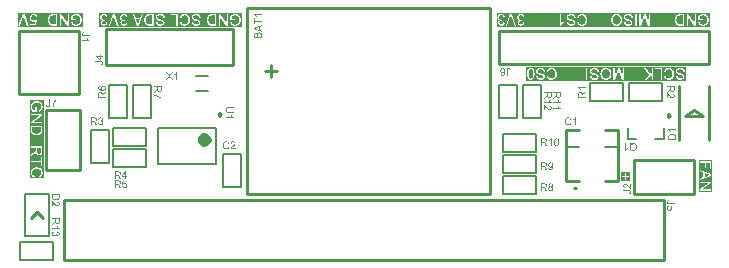
<source format=gto>
G04 Layer_Color=65535*
%FSLAX25Y25*%
%MOIN*%
G70*
G01*
G75*
%ADD20C,0.01000*%
%ADD22C,0.00800*%
%ADD31C,0.00984*%
%ADD32C,0.02362*%
%ADD33C,0.00787*%
G36*
X30386Y72163D02*
X31000D01*
Y71849D01*
X30386D01*
Y70735D01*
X30097D01*
X28440Y71908D01*
Y72163D01*
X30097D01*
Y72511D01*
X30386D01*
Y72163D01*
D02*
G37*
G36*
X30267Y70413D02*
X30297D01*
X30367Y70406D01*
X30449Y70399D01*
X30534Y70384D01*
X30612Y70362D01*
X30685Y70336D01*
X30689D01*
X30693Y70332D01*
X30715Y70321D01*
X30745Y70302D01*
X30785Y70276D01*
X30826Y70240D01*
X30871Y70199D01*
X30915Y70147D01*
X30952Y70088D01*
X30956Y70080D01*
X30967Y70058D01*
X30981Y70025D01*
X30996Y69977D01*
X31015Y69918D01*
X31030Y69851D01*
X31041Y69777D01*
X31044Y69696D01*
Y69692D01*
Y69681D01*
Y69662D01*
X31041Y69640D01*
X31037Y69611D01*
X31033Y69581D01*
X31018Y69503D01*
X30996Y69422D01*
X30963Y69337D01*
X30941Y69292D01*
X30915Y69252D01*
X30885Y69215D01*
X30852Y69178D01*
X30848Y69174D01*
X30845Y69170D01*
X30830Y69163D01*
X30815Y69152D01*
X30797Y69137D01*
X30771Y69122D01*
X30741Y69107D01*
X30708Y69089D01*
X30671Y69074D01*
X30626Y69059D01*
X30582Y69044D01*
X30530Y69030D01*
X30475Y69022D01*
X30412Y69011D01*
X30349Y69007D01*
X30279D01*
X30234Y69314D01*
X30260D01*
X30282Y69318D01*
X30304Y69322D01*
X30330D01*
X30393Y69333D01*
X30460Y69344D01*
X30526Y69366D01*
X30586Y69389D01*
X30612Y69403D01*
X30634Y69422D01*
X30637Y69425D01*
X30648Y69440D01*
X30667Y69463D01*
X30685Y69492D01*
X30708Y69533D01*
X30722Y69577D01*
X30737Y69633D01*
X30741Y69692D01*
Y69699D01*
Y69714D01*
X30737Y69736D01*
X30734Y69770D01*
X30726Y69803D01*
X30719Y69840D01*
X30704Y69877D01*
X30685Y69914D01*
X30682Y69918D01*
X30674Y69929D01*
X30660Y69943D01*
X30645Y69966D01*
X30619Y69984D01*
X30593Y70006D01*
X30563Y70025D01*
X30526Y70040D01*
X30523D01*
X30508Y70047D01*
X30482Y70051D01*
X30449Y70058D01*
X30404Y70066D01*
X30349Y70069D01*
X30282Y70077D01*
X28440D01*
Y70417D01*
X30238D01*
X30267Y70413D01*
D02*
G37*
G36*
X55704Y64000D02*
X55389D01*
Y66002D01*
X55386Y65998D01*
X55367Y65983D01*
X55345Y65961D01*
X55308Y65935D01*
X55267Y65902D01*
X55215Y65865D01*
X55156Y65824D01*
X55089Y65783D01*
X55086D01*
X55082Y65780D01*
X55060Y65765D01*
X55023Y65746D01*
X54979Y65724D01*
X54927Y65698D01*
X54871Y65672D01*
X54816Y65646D01*
X54760Y65624D01*
Y65928D01*
X54764D01*
X54771Y65935D01*
X54786Y65939D01*
X54805Y65950D01*
X54827Y65961D01*
X54853Y65976D01*
X54916Y66013D01*
X54990Y66053D01*
X55064Y66105D01*
X55141Y66164D01*
X55219Y66227D01*
X55223Y66231D01*
X55226Y66235D01*
X55238Y66246D01*
X55252Y66257D01*
X55286Y66294D01*
X55330Y66338D01*
X55374Y66390D01*
X55423Y66449D01*
X55463Y66509D01*
X55500Y66571D01*
X55704D01*
Y64000D01*
D02*
G37*
G36*
X73928Y52306D02*
X73935Y52299D01*
X73939Y52284D01*
X73950Y52266D01*
X73961Y52244D01*
X73976Y52218D01*
X74013Y52155D01*
X74054Y52081D01*
X74105Y52007D01*
X74164Y51929D01*
X74227Y51851D01*
X74231Y51848D01*
X74235Y51844D01*
X74246Y51833D01*
X74257Y51818D01*
X74294Y51785D01*
X74338Y51740D01*
X74390Y51696D01*
X74449Y51648D01*
X74509Y51607D01*
X74572Y51570D01*
Y51367D01*
X72000D01*
Y51681D01*
X74002D01*
X73998Y51685D01*
X73983Y51703D01*
X73961Y51726D01*
X73935Y51762D01*
X73902Y51803D01*
X73865Y51855D01*
X73824Y51914D01*
X73783Y51981D01*
Y51985D01*
X73780Y51988D01*
X73765Y52010D01*
X73746Y52047D01*
X73724Y52092D01*
X73698Y52144D01*
X73672Y52199D01*
X73646Y52255D01*
X73624Y52310D01*
X73928D01*
Y52306D01*
D02*
G37*
G36*
X53387Y65343D02*
X54346Y64000D01*
X53928D01*
X53280Y64910D01*
X53276Y64914D01*
X53269Y64925D01*
X53262Y64940D01*
X53247Y64958D01*
X53214Y65010D01*
X53177Y65066D01*
X53173Y65062D01*
X53162Y65047D01*
X53147Y65025D01*
X53128Y64995D01*
X53088Y64936D01*
X53069Y64910D01*
X53054Y64888D01*
X52407Y64000D01*
X52000D01*
X52988Y65325D01*
X52115Y66560D01*
X52518D01*
X52984Y65902D01*
Y65898D01*
X52992Y65894D01*
X52999Y65883D01*
X53010Y65869D01*
X53032Y65832D01*
X53066Y65787D01*
X53099Y65735D01*
X53132Y65684D01*
X53162Y65635D01*
X53188Y65591D01*
X53191Y65598D01*
X53202Y65613D01*
X53221Y65643D01*
X53247Y65680D01*
X53276Y65720D01*
X53313Y65772D01*
X53351Y65824D01*
X53395Y65880D01*
X53905Y66560D01*
X54276D01*
X53387Y65343D01*
D02*
G37*
G36*
X180337Y29568D02*
X180367Y29564D01*
X180400Y29560D01*
X180437Y29557D01*
X180474Y29546D01*
X180563Y29523D01*
X180652Y29490D01*
X180696Y29468D01*
X180741Y29442D01*
X180781Y29409D01*
X180822Y29375D01*
X180826Y29372D01*
X180830Y29368D01*
X180841Y29357D01*
X180855Y29342D01*
X180870Y29320D01*
X180889Y29298D01*
X180926Y29242D01*
X180963Y29172D01*
X180996Y29090D01*
X181022Y28998D01*
X181026Y28950D01*
X181029Y28898D01*
Y28894D01*
Y28891D01*
Y28868D01*
X181026Y28835D01*
X181018Y28795D01*
X181007Y28743D01*
X180989Y28691D01*
X180966Y28639D01*
X180933Y28587D01*
X180929Y28580D01*
X180915Y28565D01*
X180892Y28543D01*
X180863Y28513D01*
X180822Y28480D01*
X180774Y28447D01*
X180719Y28413D01*
X180652Y28384D01*
X180656D01*
X180663Y28380D01*
X180674Y28376D01*
X180689Y28369D01*
X180733Y28350D01*
X180785Y28325D01*
X180841Y28288D01*
X180900Y28247D01*
X180955Y28195D01*
X181007Y28136D01*
Y28132D01*
X181011Y28128D01*
X181026Y28106D01*
X181048Y28069D01*
X181070Y28021D01*
X181092Y27962D01*
X181114Y27892D01*
X181129Y27814D01*
X181133Y27729D01*
Y27725D01*
Y27714D01*
Y27696D01*
X181129Y27673D01*
X181125Y27648D01*
X181122Y27614D01*
X181114Y27577D01*
X181103Y27536D01*
X181077Y27451D01*
X181059Y27403D01*
X181033Y27359D01*
X181007Y27311D01*
X180977Y27266D01*
X180940Y27222D01*
X180900Y27178D01*
X180896Y27174D01*
X180889Y27167D01*
X180878Y27155D01*
X180859Y27144D01*
X180833Y27126D01*
X180807Y27107D01*
X180774Y27089D01*
X180737Y27067D01*
X180696Y27044D01*
X180648Y27026D01*
X180596Y27007D01*
X180545Y26989D01*
X180485Y26978D01*
X180422Y26967D01*
X180360Y26959D01*
X180289Y26956D01*
X180252D01*
X180226Y26959D01*
X180193Y26963D01*
X180156Y26967D01*
X180115Y26974D01*
X180071Y26985D01*
X179971Y27011D01*
X179919Y27030D01*
X179871Y27048D01*
X179819Y27074D01*
X179768Y27104D01*
X179719Y27137D01*
X179675Y27178D01*
X179671Y27181D01*
X179664Y27189D01*
X179653Y27200D01*
X179638Y27218D01*
X179623Y27240D01*
X179601Y27266D01*
X179583Y27296D01*
X179560Y27333D01*
X179538Y27370D01*
X179520Y27414D01*
X179483Y27507D01*
X179468Y27562D01*
X179457Y27618D01*
X179449Y27677D01*
X179446Y27736D01*
Y27740D01*
Y27747D01*
Y27762D01*
X179449Y27777D01*
Y27799D01*
X179453Y27825D01*
X179461Y27884D01*
X179475Y27951D01*
X179498Y28018D01*
X179531Y28088D01*
X179571Y28154D01*
Y28158D01*
X179579Y28162D01*
X179594Y28180D01*
X179623Y28210D01*
X179664Y28247D01*
X179716Y28284D01*
X179779Y28325D01*
X179849Y28358D01*
X179934Y28384D01*
X179930D01*
X179927Y28387D01*
X179916Y28391D01*
X179901Y28399D01*
X179867Y28413D01*
X179823Y28436D01*
X179775Y28465D01*
X179727Y28502D01*
X179683Y28543D01*
X179642Y28587D01*
X179638Y28595D01*
X179627Y28609D01*
X179612Y28639D01*
X179597Y28676D01*
X179579Y28724D01*
X179564Y28780D01*
X179553Y28843D01*
X179549Y28909D01*
Y28913D01*
Y28920D01*
Y28935D01*
X179553Y28957D01*
X179557Y28980D01*
X179560Y29009D01*
X179575Y29072D01*
X179597Y29146D01*
X179634Y29224D01*
X179657Y29264D01*
X179683Y29305D01*
X179716Y29342D01*
X179749Y29379D01*
X179753Y29383D01*
X179760Y29386D01*
X179771Y29398D01*
X179786Y29409D01*
X179805Y29423D01*
X179831Y29438D01*
X179860Y29457D01*
X179890Y29475D01*
X179927Y29494D01*
X179967Y29512D01*
X180012Y29527D01*
X180060Y29542D01*
X180164Y29564D01*
X180223Y29568D01*
X180282Y29572D01*
X180315D01*
X180337Y29568D01*
D02*
G37*
G36*
X180297Y36568D02*
X180315D01*
X180341Y36564D01*
X180404Y36553D01*
X180474Y36538D01*
X180552Y36512D01*
X180630Y36479D01*
X180707Y36435D01*
X180711D01*
X180715Y36427D01*
X180726Y36420D01*
X180741Y36409D01*
X180778Y36379D01*
X180826Y36338D01*
X180874Y36283D01*
X180929Y36216D01*
X180977Y36139D01*
X181022Y36050D01*
Y36046D01*
X181026Y36039D01*
X181033Y36024D01*
X181040Y36005D01*
X181048Y35980D01*
X181059Y35946D01*
X181066Y35909D01*
X181077Y35868D01*
X181088Y35820D01*
X181100Y35765D01*
X181107Y35706D01*
X181114Y35643D01*
X181122Y35572D01*
X181129Y35498D01*
X181133Y35417D01*
Y35332D01*
Y35328D01*
Y35310D01*
Y35284D01*
Y35251D01*
X181129Y35210D01*
Y35162D01*
X181125Y35106D01*
X181118Y35051D01*
X181107Y34925D01*
X181088Y34792D01*
X181063Y34666D01*
X181044Y34603D01*
X181026Y34548D01*
Y34544D01*
X181022Y34536D01*
X181015Y34522D01*
X181007Y34499D01*
X180996Y34477D01*
X180981Y34448D01*
X180944Y34385D01*
X180900Y34315D01*
X180848Y34240D01*
X180781Y34170D01*
X180707Y34107D01*
X180704D01*
X180696Y34100D01*
X180685Y34093D01*
X180670Y34085D01*
X180648Y34074D01*
X180626Y34059D01*
X180596Y34044D01*
X180567Y34033D01*
X180497Y34004D01*
X180411Y33978D01*
X180319Y33963D01*
X180215Y33956D01*
X180186D01*
X180167Y33959D01*
X180141D01*
X180112Y33963D01*
X180041Y33978D01*
X179964Y33996D01*
X179882Y34026D01*
X179801Y34067D01*
X179760Y34093D01*
X179723Y34122D01*
X179719Y34126D01*
X179716Y34130D01*
X179705Y34141D01*
X179694Y34152D01*
X179679Y34170D01*
X179660Y34192D01*
X179623Y34244D01*
X179586Y34311D01*
X179549Y34392D01*
X179520Y34485D01*
X179498Y34592D01*
X179801Y34618D01*
Y34614D01*
X179805Y34607D01*
Y34599D01*
X179808Y34585D01*
X179819Y34544D01*
X179834Y34499D01*
X179853Y34448D01*
X179879Y34396D01*
X179908Y34348D01*
X179945Y34307D01*
X179949Y34303D01*
X179964Y34292D01*
X179990Y34277D01*
X180019Y34263D01*
X180060Y34244D01*
X180108Y34229D01*
X180164Y34218D01*
X180223Y34215D01*
X180249D01*
X180274Y34218D01*
X180308Y34222D01*
X180349Y34229D01*
X180389Y34240D01*
X180434Y34255D01*
X180474Y34277D01*
X180478Y34281D01*
X180493Y34289D01*
X180515Y34303D01*
X180537Y34326D01*
X180567Y34352D01*
X180596Y34381D01*
X180626Y34414D01*
X180656Y34455D01*
X180659Y34459D01*
X180667Y34477D01*
X180682Y34503D01*
X180696Y34536D01*
X180715Y34581D01*
X180733Y34633D01*
X180752Y34692D01*
X180770Y34758D01*
Y34762D01*
X180774Y34766D01*
Y34777D01*
X180778Y34792D01*
X180785Y34829D01*
X180796Y34877D01*
X180804Y34936D01*
X180811Y34999D01*
X180815Y35069D01*
X180818Y35143D01*
Y35147D01*
Y35158D01*
Y35177D01*
Y35206D01*
X180815Y35199D01*
X180800Y35180D01*
X180778Y35154D01*
X180752Y35117D01*
X180715Y35080D01*
X180670Y35040D01*
X180619Y34999D01*
X180559Y34962D01*
X180552Y34958D01*
X180530Y34947D01*
X180497Y34932D01*
X180456Y34918D01*
X180400Y34899D01*
X180341Y34884D01*
X180274Y34873D01*
X180204Y34870D01*
X180175D01*
X180152Y34873D01*
X180123Y34877D01*
X180093Y34881D01*
X180056Y34888D01*
X180019Y34899D01*
X179934Y34925D01*
X179890Y34944D01*
X179845Y34966D01*
X179797Y34992D01*
X179753Y35025D01*
X179708Y35058D01*
X179668Y35099D01*
X179664Y35103D01*
X179657Y35110D01*
X179649Y35121D01*
X179634Y35140D01*
X179616Y35166D01*
X179597Y35191D01*
X179579Y35225D01*
X179560Y35262D01*
X179538Y35302D01*
X179520Y35347D01*
X179501Y35399D01*
X179483Y35450D01*
X179468Y35510D01*
X179461Y35572D01*
X179453Y35635D01*
X179449Y35706D01*
Y35709D01*
Y35724D01*
Y35743D01*
X179453Y35769D01*
X179457Y35802D01*
X179461Y35843D01*
X179468Y35883D01*
X179479Y35931D01*
X179505Y36028D01*
X179523Y36079D01*
X179546Y36135D01*
X179571Y36187D01*
X179605Y36235D01*
X179638Y36287D01*
X179679Y36331D01*
X179683Y36335D01*
X179690Y36342D01*
X179701Y36353D01*
X179719Y36368D01*
X179742Y36386D01*
X179771Y36409D01*
X179801Y36427D01*
X179838Y36453D01*
X179875Y36475D01*
X179919Y36494D01*
X180019Y36535D01*
X180071Y36549D01*
X180130Y36560D01*
X180189Y36568D01*
X180252Y36571D01*
X180278D01*
X180297Y36568D01*
D02*
G37*
G36*
X178217Y29557D02*
X178251D01*
X178328Y29553D01*
X178410Y29542D01*
X178498Y29531D01*
X178580Y29512D01*
X178621Y29501D01*
X178654Y29490D01*
X178658D01*
X178661Y29486D01*
X178683Y29475D01*
X178717Y29460D01*
X178758Y29435D01*
X178802Y29401D01*
X178850Y29357D01*
X178894Y29305D01*
X178939Y29246D01*
Y29242D01*
X178943Y29239D01*
X178957Y29216D01*
X178972Y29179D01*
X178994Y29131D01*
X179013Y29076D01*
X179031Y29009D01*
X179042Y28939D01*
X179046Y28861D01*
Y28857D01*
Y28850D01*
Y28835D01*
X179042Y28817D01*
Y28791D01*
X179039Y28765D01*
X179024Y28702D01*
X179002Y28628D01*
X178972Y28550D01*
X178928Y28473D01*
X178898Y28436D01*
X178868Y28399D01*
X178865Y28395D01*
X178861Y28391D01*
X178850Y28380D01*
X178835Y28369D01*
X178817Y28354D01*
X178795Y28339D01*
X178765Y28321D01*
X178735Y28299D01*
X178698Y28280D01*
X178658Y28262D01*
X178613Y28240D01*
X178565Y28221D01*
X178510Y28206D01*
X178454Y28188D01*
X178391Y28177D01*
X178325Y28166D01*
X178332Y28162D01*
X178347Y28154D01*
X178369Y28140D01*
X178399Y28125D01*
X178465Y28084D01*
X178498Y28058D01*
X178528Y28036D01*
X178535Y28029D01*
X178554Y28010D01*
X178584Y27981D01*
X178621Y27944D01*
X178661Y27892D01*
X178709Y27836D01*
X178758Y27770D01*
X178809Y27696D01*
X179250Y27000D01*
X178828D01*
X178491Y27533D01*
Y27536D01*
X178484Y27544D01*
X178476Y27555D01*
X178465Y27570D01*
X178439Y27610D01*
X178406Y27662D01*
X178365Y27718D01*
X178325Y27777D01*
X178284Y27832D01*
X178247Y27884D01*
X178243Y27888D01*
X178232Y27903D01*
X178214Y27925D01*
X178188Y27951D01*
X178132Y28006D01*
X178103Y28032D01*
X178073Y28054D01*
X178069Y28058D01*
X178062Y28062D01*
X178047Y28069D01*
X178025Y28080D01*
X178003Y28091D01*
X177977Y28103D01*
X177918Y28121D01*
X177914D01*
X177907Y28125D01*
X177892D01*
X177873Y28128D01*
X177847Y28132D01*
X177818D01*
X177777Y28136D01*
X177340D01*
Y27000D01*
X177000D01*
Y29560D01*
X178188D01*
X178217Y29557D01*
D02*
G37*
G36*
X166360Y68041D02*
X166390Y68037D01*
X166419Y68033D01*
X166497Y68019D01*
X166578Y67996D01*
X166663Y67963D01*
X166708Y67941D01*
X166748Y67915D01*
X166785Y67885D01*
X166822Y67852D01*
X166826Y67848D01*
X166830Y67845D01*
X166837Y67830D01*
X166848Y67815D01*
X166863Y67796D01*
X166878Y67771D01*
X166893Y67741D01*
X166911Y67708D01*
X166926Y67671D01*
X166941Y67626D01*
X166956Y67582D01*
X166970Y67530D01*
X166978Y67475D01*
X166989Y67412D01*
X166993Y67349D01*
Y67278D01*
X166685Y67234D01*
Y67238D01*
Y67245D01*
Y67260D01*
X166682Y67282D01*
X166678Y67304D01*
Y67330D01*
X166667Y67393D01*
X166656Y67460D01*
X166634Y67526D01*
X166612Y67586D01*
X166597Y67611D01*
X166578Y67634D01*
X166575Y67637D01*
X166560Y67649D01*
X166537Y67667D01*
X166508Y67686D01*
X166467Y67708D01*
X166423Y67722D01*
X166367Y67737D01*
X166308Y67741D01*
X166286D01*
X166264Y67737D01*
X166230Y67734D01*
X166197Y67726D01*
X166160Y67719D01*
X166123Y67704D01*
X166086Y67686D01*
X166082Y67682D01*
X166071Y67674D01*
X166057Y67660D01*
X166034Y67645D01*
X166016Y67619D01*
X165994Y67593D01*
X165975Y67563D01*
X165960Y67526D01*
Y67523D01*
X165953Y67508D01*
X165949Y67482D01*
X165942Y67449D01*
X165934Y67404D01*
X165931Y67349D01*
X165923Y67282D01*
Y67204D01*
Y65440D01*
X165583D01*
Y67186D01*
Y67190D01*
Y67201D01*
Y67216D01*
Y67238D01*
X165587Y67267D01*
Y67297D01*
X165594Y67367D01*
X165601Y67449D01*
X165616Y67534D01*
X165638Y67611D01*
X165664Y67686D01*
Y67689D01*
X165668Y67693D01*
X165679Y67715D01*
X165698Y67745D01*
X165724Y67785D01*
X165761Y67826D01*
X165801Y67870D01*
X165853Y67915D01*
X165912Y67952D01*
X165920Y67956D01*
X165942Y67967D01*
X165975Y67981D01*
X166023Y67996D01*
X166082Y68015D01*
X166149Y68030D01*
X166223Y68041D01*
X166304Y68044D01*
X166338D01*
X166360Y68041D01*
D02*
G37*
G36*
X164321D02*
X164351D01*
X164384Y68037D01*
X164421Y68030D01*
X164465Y68019D01*
X164510Y68007D01*
X164562Y67993D01*
X164613Y67974D01*
X164665Y67952D01*
X164721Y67922D01*
X164773Y67889D01*
X164824Y67852D01*
X164876Y67808D01*
X164924Y67756D01*
X164928Y67752D01*
X164935Y67741D01*
X164946Y67726D01*
X164961Y67700D01*
X164983Y67667D01*
X165002Y67630D01*
X165024Y67582D01*
X165046Y67530D01*
X165072Y67467D01*
X165094Y67397D01*
X165113Y67319D01*
X165131Y67234D01*
X165150Y67138D01*
X165161Y67034D01*
X165168Y66923D01*
X165172Y66805D01*
Y66801D01*
Y66798D01*
Y66786D01*
Y66772D01*
X165168Y66735D01*
Y66683D01*
X165165Y66624D01*
X165157Y66553D01*
X165150Y66476D01*
X165139Y66391D01*
X165124Y66305D01*
X165106Y66213D01*
X165083Y66124D01*
X165058Y66035D01*
X165024Y65950D01*
X164987Y65869D01*
X164946Y65791D01*
X164898Y65724D01*
X164895Y65721D01*
X164887Y65713D01*
X164873Y65699D01*
X164854Y65676D01*
X164832Y65654D01*
X164802Y65632D01*
X164765Y65602D01*
X164728Y65576D01*
X164684Y65551D01*
X164636Y65521D01*
X164580Y65499D01*
X164525Y65473D01*
X164462Y65454D01*
X164395Y65440D01*
X164325Y65432D01*
X164251Y65429D01*
X164221D01*
X164199Y65432D01*
X164173D01*
X164144Y65436D01*
X164073Y65451D01*
X163996Y65469D01*
X163914Y65499D01*
X163833Y65543D01*
X163792Y65569D01*
X163755Y65599D01*
X163751Y65602D01*
X163748Y65606D01*
X163737Y65617D01*
X163725Y65628D01*
X163707Y65647D01*
X163692Y65669D01*
X163652Y65721D01*
X163611Y65787D01*
X163574Y65869D01*
X163540Y65961D01*
X163518Y66065D01*
X163833Y66091D01*
Y66087D01*
X163837Y66083D01*
X163840Y66061D01*
X163851Y66028D01*
X163866Y65987D01*
X163881Y65943D01*
X163903Y65898D01*
X163929Y65858D01*
X163955Y65824D01*
X163962Y65817D01*
X163977Y65802D01*
X164003Y65780D01*
X164040Y65754D01*
X164088Y65732D01*
X164140Y65710D01*
X164203Y65695D01*
X164269Y65688D01*
X164295D01*
X164325Y65691D01*
X164358Y65699D01*
X164403Y65710D01*
X164447Y65724D01*
X164491Y65743D01*
X164536Y65773D01*
X164543Y65776D01*
X164562Y65791D01*
X164588Y65817D01*
X164621Y65854D01*
X164658Y65898D01*
X164699Y65950D01*
X164736Y66017D01*
X164773Y66091D01*
Y66094D01*
X164776Y66102D01*
X164780Y66113D01*
X164787Y66128D01*
X164791Y66150D01*
X164798Y66176D01*
X164806Y66206D01*
X164813Y66242D01*
X164824Y66283D01*
X164832Y66328D01*
X164839Y66376D01*
X164843Y66427D01*
X164850Y66487D01*
X164854Y66546D01*
X164858Y66612D01*
Y66679D01*
X164854Y66675D01*
X164839Y66653D01*
X164813Y66624D01*
X164780Y66587D01*
X164743Y66542D01*
X164695Y66501D01*
X164643Y66461D01*
X164584Y66424D01*
X164580D01*
X164576Y66420D01*
X164554Y66409D01*
X164521Y66398D01*
X164477Y66379D01*
X164425Y66365D01*
X164366Y66353D01*
X164303Y66342D01*
X164236Y66339D01*
X164207D01*
X164184Y66342D01*
X164155Y66346D01*
X164125Y66350D01*
X164088Y66357D01*
X164051Y66368D01*
X163966Y66394D01*
X163922Y66413D01*
X163877Y66439D01*
X163833Y66465D01*
X163785Y66494D01*
X163740Y66531D01*
X163700Y66572D01*
X163696Y66575D01*
X163689Y66583D01*
X163677Y66594D01*
X163666Y66612D01*
X163648Y66638D01*
X163629Y66664D01*
X163611Y66698D01*
X163589Y66735D01*
X163566Y66775D01*
X163548Y66820D01*
X163529Y66872D01*
X163511Y66923D01*
X163500Y66979D01*
X163489Y67042D01*
X163481Y67105D01*
X163478Y67171D01*
Y67175D01*
Y67182D01*
Y67193D01*
Y67212D01*
X163481Y67234D01*
Y67256D01*
X163492Y67316D01*
X163504Y67386D01*
X163522Y67460D01*
X163548Y67541D01*
X163585Y67619D01*
Y67623D01*
X163589Y67626D01*
X163596Y67637D01*
X163603Y67652D01*
X163626Y67689D01*
X163659Y67737D01*
X163700Y67789D01*
X163748Y67841D01*
X163807Y67893D01*
X163870Y67937D01*
X163874D01*
X163877Y67941D01*
X163888Y67948D01*
X163903Y67952D01*
X163940Y67970D01*
X163988Y67989D01*
X164051Y68011D01*
X164121Y68026D01*
X164199Y68041D01*
X164284Y68044D01*
X164303D01*
X164321Y68041D01*
D02*
G37*
G36*
X30330Y51568D02*
X30378Y51560D01*
X30437Y51549D01*
X30504Y51531D01*
X30571Y51509D01*
X30637Y51479D01*
X30641D01*
X30645Y51475D01*
X30667Y51464D01*
X30700Y51442D01*
X30737Y51416D01*
X30781Y51379D01*
X30826Y51338D01*
X30870Y51290D01*
X30907Y51235D01*
X30911Y51227D01*
X30922Y51209D01*
X30937Y51176D01*
X30955Y51135D01*
X30974Y51087D01*
X30989Y51031D01*
X31000Y50968D01*
X31003Y50906D01*
Y50898D01*
Y50876D01*
X31000Y50846D01*
X30992Y50806D01*
X30981Y50757D01*
X30963Y50706D01*
X30940Y50654D01*
X30911Y50602D01*
X30907Y50595D01*
X30896Y50580D01*
X30874Y50554D01*
X30844Y50524D01*
X30807Y50491D01*
X30763Y50454D01*
X30711Y50421D01*
X30648Y50388D01*
X30652D01*
X30659Y50384D01*
X30670Y50380D01*
X30685Y50376D01*
X30726Y50362D01*
X30778Y50339D01*
X30837Y50310D01*
X30896Y50273D01*
X30952Y50225D01*
X31003Y50169D01*
X31007Y50162D01*
X31022Y50140D01*
X31044Y50103D01*
X31066Y50055D01*
X31089Y49995D01*
X31111Y49925D01*
X31126Y49844D01*
X31129Y49755D01*
Y49751D01*
Y49740D01*
Y49722D01*
X31126Y49699D01*
X31122Y49670D01*
X31114Y49636D01*
X31107Y49599D01*
X31100Y49559D01*
X31070Y49470D01*
X31048Y49422D01*
X31026Y49377D01*
X30996Y49329D01*
X30963Y49281D01*
X30926Y49233D01*
X30881Y49189D01*
X30878Y49185D01*
X30870Y49178D01*
X30855Y49167D01*
X30837Y49152D01*
X30815Y49133D01*
X30785Y49115D01*
X30752Y49093D01*
X30711Y49074D01*
X30670Y49052D01*
X30622Y49030D01*
X30574Y49011D01*
X30519Y48993D01*
X30459Y48978D01*
X30397Y48967D01*
X30334Y48959D01*
X30263Y48956D01*
X30230D01*
X30208Y48959D01*
X30178Y48963D01*
X30145Y48967D01*
X30108Y48974D01*
X30067Y48981D01*
X29978Y49004D01*
X29886Y49041D01*
X29838Y49063D01*
X29794Y49089D01*
X29749Y49122D01*
X29705Y49155D01*
X29701Y49159D01*
X29694Y49167D01*
X29682Y49178D01*
X29671Y49192D01*
X29653Y49211D01*
X29634Y49237D01*
X29612Y49263D01*
X29590Y49296D01*
X29568Y49333D01*
X29546Y49370D01*
X29505Y49459D01*
X29472Y49562D01*
X29460Y49618D01*
X29453Y49677D01*
X29768Y49718D01*
Y49714D01*
X29771Y49707D01*
X29775Y49692D01*
X29779Y49673D01*
X29782Y49651D01*
X29790Y49625D01*
X29808Y49570D01*
X29834Y49503D01*
X29868Y49440D01*
X29904Y49381D01*
X29949Y49329D01*
X29956Y49326D01*
X29971Y49311D01*
X30001Y49292D01*
X30038Y49274D01*
X30082Y49252D01*
X30138Y49233D01*
X30200Y49218D01*
X30267Y49215D01*
X30289D01*
X30304Y49218D01*
X30345Y49222D01*
X30397Y49233D01*
X30456Y49252D01*
X30519Y49277D01*
X30582Y49314D01*
X30641Y49366D01*
X30648Y49374D01*
X30667Y49396D01*
X30689Y49429D01*
X30718Y49474D01*
X30748Y49529D01*
X30770Y49592D01*
X30789Y49666D01*
X30796Y49747D01*
Y49751D01*
Y49758D01*
Y49770D01*
X30792Y49784D01*
X30789Y49825D01*
X30778Y49873D01*
X30763Y49932D01*
X30737Y49992D01*
X30700Y50051D01*
X30652Y50106D01*
X30645Y50114D01*
X30626Y50129D01*
X30596Y50151D01*
X30556Y50177D01*
X30504Y50203D01*
X30441Y50225D01*
X30371Y50239D01*
X30293Y50247D01*
X30260D01*
X30234Y50243D01*
X30200Y50239D01*
X30163Y50232D01*
X30119Y50225D01*
X30071Y50214D01*
X30108Y50491D01*
X30127D01*
X30141Y50487D01*
X30189D01*
X30230Y50495D01*
X30278Y50502D01*
X30334Y50513D01*
X30397Y50532D01*
X30456Y50558D01*
X30519Y50591D01*
X30522D01*
X30526Y50595D01*
X30545Y50609D01*
X30571Y50635D01*
X30600Y50669D01*
X30630Y50717D01*
X30656Y50772D01*
X30674Y50835D01*
X30681Y50872D01*
Y50913D01*
Y50917D01*
Y50920D01*
Y50942D01*
X30674Y50972D01*
X30667Y51013D01*
X30652Y51057D01*
X30633Y51105D01*
X30604Y51153D01*
X30563Y51198D01*
X30559Y51201D01*
X30541Y51216D01*
X30515Y51235D01*
X30482Y51257D01*
X30437Y51275D01*
X30386Y51294D01*
X30326Y51309D01*
X30260Y51313D01*
X30230D01*
X30197Y51305D01*
X30152Y51298D01*
X30104Y51283D01*
X30056Y51264D01*
X30004Y51235D01*
X29956Y51198D01*
X29953Y51194D01*
X29938Y51176D01*
X29916Y51150D01*
X29890Y51113D01*
X29864Y51065D01*
X29838Y51005D01*
X29816Y50935D01*
X29801Y50854D01*
X29486Y50909D01*
Y50913D01*
X29490Y50924D01*
X29494Y50939D01*
X29498Y50961D01*
X29505Y50987D01*
X29516Y51016D01*
X29538Y51087D01*
X29575Y51168D01*
X29620Y51250D01*
X29675Y51327D01*
X29745Y51398D01*
X29749Y51401D01*
X29757Y51405D01*
X29768Y51412D01*
X29782Y51424D01*
X29801Y51438D01*
X29827Y51453D01*
X29853Y51468D01*
X29886Y51486D01*
X29960Y51516D01*
X30045Y51546D01*
X30145Y51564D01*
X30197Y51572D01*
X30289D01*
X30330Y51568D01*
D02*
G37*
G36*
X28217Y51557D02*
X28251D01*
X28328Y51553D01*
X28410Y51542D01*
X28499Y51531D01*
X28580Y51512D01*
X28621Y51501D01*
X28654Y51490D01*
X28658D01*
X28661Y51486D01*
X28684Y51475D01*
X28717Y51460D01*
X28758Y51435D01*
X28802Y51401D01*
X28850Y51357D01*
X28894Y51305D01*
X28939Y51246D01*
Y51242D01*
X28942Y51239D01*
X28957Y51216D01*
X28972Y51179D01*
X28994Y51131D01*
X29013Y51076D01*
X29031Y51009D01*
X29042Y50939D01*
X29046Y50861D01*
Y50857D01*
Y50850D01*
Y50835D01*
X29042Y50817D01*
Y50791D01*
X29039Y50765D01*
X29024Y50702D01*
X29002Y50628D01*
X28972Y50550D01*
X28928Y50473D01*
X28898Y50436D01*
X28868Y50399D01*
X28865Y50395D01*
X28861Y50391D01*
X28850Y50380D01*
X28835Y50369D01*
X28817Y50354D01*
X28795Y50339D01*
X28765Y50321D01*
X28735Y50299D01*
X28698Y50280D01*
X28658Y50262D01*
X28613Y50239D01*
X28565Y50221D01*
X28510Y50206D01*
X28454Y50188D01*
X28391Y50177D01*
X28325Y50165D01*
X28332Y50162D01*
X28347Y50154D01*
X28369Y50140D01*
X28399Y50125D01*
X28465Y50084D01*
X28499Y50058D01*
X28528Y50036D01*
X28536Y50029D01*
X28554Y50010D01*
X28584Y49981D01*
X28621Y49944D01*
X28661Y49892D01*
X28709Y49836D01*
X28758Y49770D01*
X28809Y49696D01*
X29250Y49000D01*
X28828D01*
X28491Y49533D01*
Y49536D01*
X28484Y49544D01*
X28476Y49555D01*
X28465Y49570D01*
X28439Y49610D01*
X28406Y49662D01*
X28365Y49718D01*
X28325Y49777D01*
X28284Y49832D01*
X28247Y49884D01*
X28243Y49888D01*
X28232Y49903D01*
X28214Y49925D01*
X28188Y49951D01*
X28132Y50006D01*
X28103Y50032D01*
X28073Y50055D01*
X28069Y50058D01*
X28062Y50062D01*
X28047Y50069D01*
X28025Y50080D01*
X28003Y50091D01*
X27977Y50103D01*
X27918Y50121D01*
X27914D01*
X27907Y50125D01*
X27892D01*
X27873Y50129D01*
X27847Y50132D01*
X27818D01*
X27777Y50136D01*
X27340D01*
Y49000D01*
X27000D01*
Y51560D01*
X28188D01*
X28217Y51557D01*
D02*
G37*
G36*
X74463Y43568D02*
X74493Y43564D01*
X74530Y43560D01*
X74571Y43553D01*
X74611Y43546D01*
X74707Y43520D01*
X74804Y43483D01*
X74852Y43461D01*
X74900Y43435D01*
X74944Y43401D01*
X74985Y43364D01*
X74989Y43361D01*
X74996Y43357D01*
X75003Y43342D01*
X75018Y43327D01*
X75037Y43309D01*
X75055Y43283D01*
X75074Y43257D01*
X75096Y43224D01*
X75133Y43153D01*
X75170Y43065D01*
X75185Y43020D01*
X75192Y42968D01*
X75200Y42917D01*
X75203Y42861D01*
Y42854D01*
Y42835D01*
X75200Y42806D01*
X75196Y42765D01*
X75188Y42720D01*
X75174Y42669D01*
X75159Y42613D01*
X75137Y42558D01*
X75133Y42550D01*
X75125Y42532D01*
X75111Y42502D01*
X75089Y42461D01*
X75059Y42417D01*
X75022Y42362D01*
X74977Y42306D01*
X74926Y42243D01*
X74918Y42236D01*
X74900Y42214D01*
X74881Y42195D01*
X74863Y42177D01*
X74841Y42154D01*
X74811Y42125D01*
X74781Y42095D01*
X74744Y42062D01*
X74707Y42025D01*
X74663Y41984D01*
X74615Y41943D01*
X74563Y41895D01*
X74504Y41847D01*
X74445Y41796D01*
X74441Y41792D01*
X74434Y41784D01*
X74419Y41773D01*
X74400Y41758D01*
X74378Y41736D01*
X74352Y41714D01*
X74293Y41666D01*
X74230Y41611D01*
X74171Y41555D01*
X74119Y41507D01*
X74097Y41488D01*
X74078Y41470D01*
X74075Y41466D01*
X74064Y41455D01*
X74049Y41440D01*
X74030Y41418D01*
X74012Y41392D01*
X73990Y41366D01*
X73945Y41303D01*
X75207D01*
Y41000D01*
X73509D01*
Y41004D01*
Y41019D01*
Y41041D01*
X73512Y41070D01*
X73516Y41104D01*
X73523Y41141D01*
X73531Y41178D01*
X73546Y41218D01*
Y41222D01*
X73549Y41226D01*
X73557Y41248D01*
X73571Y41281D01*
X73594Y41326D01*
X73623Y41377D01*
X73660Y41437D01*
X73701Y41496D01*
X73753Y41559D01*
Y41562D01*
X73760Y41566D01*
X73779Y41588D01*
X73812Y41622D01*
X73860Y41670D01*
X73916Y41725D01*
X73986Y41792D01*
X74071Y41866D01*
X74164Y41943D01*
X74167Y41947D01*
X74182Y41958D01*
X74204Y41977D01*
X74230Y41999D01*
X74263Y42029D01*
X74304Y42062D01*
X74345Y42099D01*
X74393Y42140D01*
X74485Y42228D01*
X74578Y42317D01*
X74622Y42362D01*
X74663Y42406D01*
X74700Y42447D01*
X74730Y42487D01*
Y42491D01*
X74737Y42495D01*
X74744Y42506D01*
X74752Y42521D01*
X74778Y42561D01*
X74807Y42610D01*
X74833Y42669D01*
X74859Y42732D01*
X74874Y42802D01*
X74881Y42869D01*
Y42872D01*
Y42876D01*
X74878Y42898D01*
X74874Y42935D01*
X74863Y42976D01*
X74848Y43028D01*
X74822Y43079D01*
X74789Y43131D01*
X74744Y43183D01*
X74737Y43190D01*
X74718Y43205D01*
X74693Y43224D01*
X74652Y43250D01*
X74600Y43272D01*
X74541Y43294D01*
X74471Y43309D01*
X74393Y43312D01*
X74371D01*
X74356Y43309D01*
X74312Y43305D01*
X74260Y43294D01*
X74204Y43279D01*
X74141Y43253D01*
X74082Y43220D01*
X74027Y43176D01*
X74019Y43168D01*
X74004Y43150D01*
X73982Y43120D01*
X73960Y43076D01*
X73934Y43024D01*
X73912Y42957D01*
X73897Y42883D01*
X73890Y42798D01*
X73568Y42832D01*
Y42835D01*
X73571Y42846D01*
Y42865D01*
X73575Y42891D01*
X73583Y42920D01*
X73590Y42954D01*
X73601Y42994D01*
X73612Y43035D01*
X73642Y43124D01*
X73686Y43213D01*
X73712Y43257D01*
X73745Y43301D01*
X73779Y43342D01*
X73816Y43379D01*
X73819Y43383D01*
X73827Y43387D01*
X73838Y43398D01*
X73856Y43409D01*
X73879Y43424D01*
X73905Y43438D01*
X73934Y43457D01*
X73971Y43475D01*
X74012Y43494D01*
X74056Y43512D01*
X74104Y43527D01*
X74156Y43542D01*
X74212Y43553D01*
X74271Y43564D01*
X74334Y43568D01*
X74400Y43571D01*
X74437D01*
X74463Y43568D01*
D02*
G37*
G36*
X83323Y79931D02*
X83367Y79924D01*
X83419Y79917D01*
X83475Y79902D01*
X83534Y79883D01*
X83593Y79857D01*
X83600Y79854D01*
X83619Y79843D01*
X83645Y79828D01*
X83682Y79806D01*
X83719Y79776D01*
X83759Y79746D01*
X83800Y79709D01*
X83833Y79669D01*
X83837Y79665D01*
X83848Y79650D01*
X83863Y79624D01*
X83878Y79591D01*
X83900Y79550D01*
X83922Y79502D01*
X83941Y79450D01*
X83959Y79387D01*
Y79380D01*
X83967Y79358D01*
X83970Y79321D01*
X83978Y79273D01*
X83985Y79214D01*
X83993Y79143D01*
X83996Y79066D01*
X84000Y78977D01*
Y78000D01*
X81440D01*
Y78958D01*
Y78962D01*
Y78973D01*
Y78988D01*
Y79006D01*
X81443Y79032D01*
Y79062D01*
X81451Y79128D01*
X81458Y79203D01*
X81473Y79280D01*
X81491Y79358D01*
X81517Y79428D01*
Y79432D01*
X81521Y79436D01*
X81532Y79458D01*
X81551Y79491D01*
X81577Y79528D01*
X81610Y79572D01*
X81651Y79621D01*
X81702Y79665D01*
X81758Y79706D01*
X81765Y79709D01*
X81787Y79720D01*
X81817Y79739D01*
X81861Y79757D01*
X81913Y79776D01*
X81969Y79795D01*
X82032Y79806D01*
X82095Y79809D01*
X82120D01*
X82154Y79806D01*
X82194Y79798D01*
X82243Y79787D01*
X82294Y79769D01*
X82346Y79746D01*
X82402Y79717D01*
X82409Y79713D01*
X82424Y79702D01*
X82453Y79680D01*
X82483Y79650D01*
X82520Y79613D01*
X82561Y79569D01*
X82598Y79513D01*
X82635Y79450D01*
Y79454D01*
X82638Y79461D01*
X82642Y79473D01*
X82649Y79487D01*
X82664Y79532D01*
X82690Y79584D01*
X82723Y79639D01*
X82764Y79702D01*
X82812Y79757D01*
X82872Y79809D01*
X82879Y79813D01*
X82901Y79828D01*
X82934Y79850D01*
X82979Y79872D01*
X83038Y79894D01*
X83101Y79917D01*
X83175Y79931D01*
X83256Y79935D01*
X83286D01*
X83323Y79931D01*
D02*
G37*
G36*
X72269Y43601D02*
X72302Y43597D01*
X72343Y43594D01*
X72384Y43590D01*
X72432Y43579D01*
X72532Y43557D01*
X72643Y43523D01*
X72698Y43501D01*
X72750Y43475D01*
X72802Y43442D01*
X72854Y43409D01*
X72857Y43405D01*
X72865Y43401D01*
X72880Y43390D01*
X72898Y43372D01*
X72917Y43353D01*
X72943Y43327D01*
X72968Y43298D01*
X72998Y43268D01*
X73028Y43231D01*
X73057Y43187D01*
X73090Y43142D01*
X73120Y43094D01*
X73146Y43039D01*
X73176Y42983D01*
X73198Y42924D01*
X73220Y42857D01*
X72887Y42780D01*
Y42783D01*
X72883Y42791D01*
X72876Y42806D01*
X72869Y42824D01*
X72861Y42846D01*
X72850Y42876D01*
X72820Y42935D01*
X72783Y43002D01*
X72739Y43068D01*
X72684Y43131D01*
X72624Y43187D01*
X72617Y43194D01*
X72595Y43209D01*
X72558Y43227D01*
X72510Y43253D01*
X72447Y43275D01*
X72376Y43298D01*
X72291Y43312D01*
X72199Y43316D01*
X72169D01*
X72151Y43312D01*
X72125D01*
X72095Y43309D01*
X72025Y43298D01*
X71947Y43283D01*
X71866Y43257D01*
X71781Y43220D01*
X71703Y43172D01*
X71699D01*
X71696Y43165D01*
X71670Y43146D01*
X71636Y43116D01*
X71596Y43072D01*
X71548Y43016D01*
X71503Y42954D01*
X71463Y42876D01*
X71425Y42791D01*
Y42787D01*
X71422Y42780D01*
X71418Y42769D01*
X71414Y42750D01*
X71407Y42728D01*
X71400Y42702D01*
X71389Y42639D01*
X71374Y42565D01*
X71359Y42484D01*
X71351Y42395D01*
X71348Y42299D01*
Y42295D01*
Y42284D01*
Y42265D01*
Y42243D01*
X71351Y42217D01*
Y42184D01*
X71355Y42147D01*
X71359Y42106D01*
X71370Y42017D01*
X71389Y41921D01*
X71411Y41825D01*
X71440Y41729D01*
Y41725D01*
X71444Y41718D01*
X71451Y41707D01*
X71459Y41688D01*
X71481Y41644D01*
X71514Y41592D01*
X71555Y41533D01*
X71607Y41470D01*
X71666Y41414D01*
X71736Y41363D01*
X71740D01*
X71747Y41359D01*
X71759Y41352D01*
X71773Y41344D01*
X71792Y41337D01*
X71814Y41326D01*
X71866Y41303D01*
X71932Y41281D01*
X72006Y41263D01*
X72088Y41248D01*
X72173Y41244D01*
X72199D01*
X72221Y41248D01*
X72247D01*
X72273Y41252D01*
X72339Y41266D01*
X72417Y41285D01*
X72495Y41315D01*
X72576Y41355D01*
X72617Y41377D01*
X72654Y41407D01*
X72658Y41411D01*
X72661Y41414D01*
X72672Y41425D01*
X72687Y41437D01*
X72702Y41455D01*
X72720Y41477D01*
X72743Y41500D01*
X72761Y41529D01*
X72783Y41562D01*
X72809Y41599D01*
X72831Y41636D01*
X72854Y41681D01*
X72872Y41729D01*
X72891Y41781D01*
X72909Y41836D01*
X72924Y41895D01*
X73264Y41810D01*
Y41807D01*
X73261Y41792D01*
X73253Y41770D01*
X73242Y41740D01*
X73231Y41707D01*
X73216Y41666D01*
X73198Y41622D01*
X73176Y41574D01*
X73124Y41470D01*
X73057Y41366D01*
X73017Y41315D01*
X72976Y41263D01*
X72931Y41218D01*
X72880Y41174D01*
X72876Y41170D01*
X72869Y41163D01*
X72850Y41155D01*
X72831Y41141D01*
X72802Y41122D01*
X72772Y41104D01*
X72732Y41085D01*
X72691Y41067D01*
X72643Y41044D01*
X72591Y41026D01*
X72536Y41007D01*
X72476Y40989D01*
X72413Y40974D01*
X72347Y40967D01*
X72277Y40959D01*
X72202Y40956D01*
X72162D01*
X72132Y40959D01*
X72099D01*
X72058Y40963D01*
X72014Y40970D01*
X71962Y40978D01*
X71855Y40996D01*
X71744Y41026D01*
X71633Y41067D01*
X71581Y41093D01*
X71529Y41122D01*
X71525Y41126D01*
X71518Y41129D01*
X71503Y41141D01*
X71488Y41155D01*
X71466Y41170D01*
X71440Y41192D01*
X71411Y41218D01*
X71381Y41248D01*
X71351Y41281D01*
X71318Y41315D01*
X71252Y41400D01*
X71189Y41500D01*
X71133Y41611D01*
Y41614D01*
X71126Y41625D01*
X71122Y41644D01*
X71111Y41666D01*
X71104Y41696D01*
X71092Y41733D01*
X71078Y41773D01*
X71067Y41818D01*
X71056Y41866D01*
X71041Y41921D01*
X71022Y42036D01*
X71007Y42165D01*
X71000Y42299D01*
Y42302D01*
Y42317D01*
Y42339D01*
X71004Y42365D01*
Y42402D01*
X71007Y42439D01*
X71011Y42487D01*
X71018Y42535D01*
X71037Y42643D01*
X71063Y42761D01*
X71100Y42880D01*
X71152Y42994D01*
X71155Y42998D01*
X71159Y43009D01*
X71166Y43024D01*
X71181Y43042D01*
X71196Y43068D01*
X71215Y43098D01*
X71263Y43165D01*
X71326Y43238D01*
X71400Y43312D01*
X71485Y43387D01*
X71585Y43449D01*
X71588Y43453D01*
X71599Y43457D01*
X71614Y43464D01*
X71633Y43475D01*
X71662Y43486D01*
X71692Y43497D01*
X71729Y43512D01*
X71770Y43527D01*
X71814Y43542D01*
X71862Y43557D01*
X71966Y43579D01*
X72084Y43597D01*
X72206Y43605D01*
X72243D01*
X72269Y43601D01*
D02*
G37*
G36*
X36217Y30557D02*
X36251D01*
X36328Y30553D01*
X36410Y30542D01*
X36498Y30531D01*
X36580Y30512D01*
X36621Y30501D01*
X36654Y30490D01*
X36658D01*
X36661Y30486D01*
X36683Y30475D01*
X36717Y30461D01*
X36757Y30435D01*
X36802Y30401D01*
X36850Y30357D01*
X36894Y30305D01*
X36939Y30246D01*
Y30242D01*
X36942Y30239D01*
X36957Y30216D01*
X36972Y30179D01*
X36994Y30131D01*
X37013Y30076D01*
X37031Y30009D01*
X37042Y29939D01*
X37046Y29861D01*
Y29857D01*
Y29850D01*
Y29835D01*
X37042Y29817D01*
Y29791D01*
X37039Y29765D01*
X37024Y29702D01*
X37002Y29628D01*
X36972Y29550D01*
X36928Y29473D01*
X36898Y29436D01*
X36869Y29399D01*
X36865Y29395D01*
X36861Y29391D01*
X36850Y29380D01*
X36835Y29369D01*
X36817Y29354D01*
X36794Y29339D01*
X36765Y29321D01*
X36735Y29299D01*
X36698Y29280D01*
X36658Y29262D01*
X36613Y29239D01*
X36565Y29221D01*
X36510Y29206D01*
X36454Y29188D01*
X36391Y29177D01*
X36325Y29166D01*
X36332Y29162D01*
X36347Y29154D01*
X36369Y29140D01*
X36399Y29125D01*
X36465Y29084D01*
X36498Y29058D01*
X36528Y29036D01*
X36536Y29029D01*
X36554Y29010D01*
X36584Y28980D01*
X36621Y28943D01*
X36661Y28892D01*
X36709Y28836D01*
X36757Y28770D01*
X36809Y28696D01*
X37250Y28000D01*
X36828D01*
X36491Y28533D01*
Y28536D01*
X36484Y28544D01*
X36476Y28555D01*
X36465Y28570D01*
X36439Y28611D01*
X36406Y28662D01*
X36365Y28718D01*
X36325Y28777D01*
X36284Y28833D01*
X36247Y28884D01*
X36243Y28888D01*
X36232Y28903D01*
X36214Y28925D01*
X36188Y28951D01*
X36132Y29006D01*
X36103Y29032D01*
X36073Y29054D01*
X36069Y29058D01*
X36062Y29062D01*
X36047Y29069D01*
X36025Y29080D01*
X36003Y29092D01*
X35977Y29103D01*
X35918Y29121D01*
X35914D01*
X35906Y29125D01*
X35892D01*
X35873Y29129D01*
X35847Y29132D01*
X35818D01*
X35777Y29136D01*
X35340D01*
Y28000D01*
X35000D01*
Y30560D01*
X36188D01*
X36217Y30557D01*
D02*
G37*
G36*
X74560Y54660D02*
X73025D01*
X72999Y54656D01*
X72966D01*
X72895Y54652D01*
X72814Y54645D01*
X72733Y54634D01*
X72655Y54619D01*
X72622Y54611D01*
X72588Y54600D01*
X72581Y54597D01*
X72562Y54589D01*
X72536Y54571D01*
X72500Y54549D01*
X72462Y54523D01*
X72422Y54486D01*
X72381Y54441D01*
X72348Y54390D01*
X72344Y54382D01*
X72333Y54364D01*
X72322Y54330D01*
X72307Y54286D01*
X72289Y54234D01*
X72277Y54167D01*
X72266Y54097D01*
X72263Y54019D01*
Y54016D01*
Y54005D01*
Y53983D01*
X72266Y53960D01*
Y53927D01*
X72270Y53894D01*
X72285Y53812D01*
X72303Y53724D01*
X72333Y53638D01*
X72374Y53557D01*
X72400Y53520D01*
X72429Y53487D01*
X72433Y53483D01*
X72437Y53479D01*
X72448Y53472D01*
X72462Y53461D01*
X72485Y53450D01*
X72507Y53435D01*
X72540Y53420D01*
X72574Y53405D01*
X72614Y53391D01*
X72662Y53379D01*
X72718Y53365D01*
X72777Y53354D01*
X72844Y53342D01*
X72914Y53335D01*
X72995Y53328D01*
X74560D01*
Y52987D01*
X73018D01*
X72984Y52991D01*
X72947D01*
X72903Y52995D01*
X72858Y52998D01*
X72759Y53009D01*
X72655Y53024D01*
X72555Y53046D01*
X72507Y53061D01*
X72462Y53076D01*
X72459D01*
X72451Y53080D01*
X72440Y53087D01*
X72426Y53095D01*
X72385Y53117D01*
X72333Y53150D01*
X72274Y53194D01*
X72215Y53246D01*
X72152Y53313D01*
X72096Y53394D01*
Y53398D01*
X72089Y53405D01*
X72085Y53416D01*
X72074Y53435D01*
X72063Y53457D01*
X72052Y53487D01*
X72041Y53516D01*
X72026Y53553D01*
X72011Y53594D01*
X72000Y53638D01*
X71989Y53686D01*
X71978Y53742D01*
X71970Y53798D01*
X71963Y53857D01*
X71956Y53990D01*
Y53994D01*
Y54005D01*
Y54023D01*
X71959Y54049D01*
Y54079D01*
X71963Y54116D01*
X71967Y54156D01*
X71970Y54197D01*
X71985Y54290D01*
X72007Y54390D01*
X72037Y54486D01*
X72078Y54578D01*
Y54582D01*
X72085Y54589D01*
X72092Y54600D01*
X72100Y54615D01*
X72129Y54656D01*
X72170Y54704D01*
X72222Y54760D01*
X72281Y54811D01*
X72355Y54863D01*
X72437Y54904D01*
X72440D01*
X72448Y54908D01*
X72462Y54911D01*
X72481Y54919D01*
X72503Y54926D01*
X72533Y54933D01*
X72566Y54944D01*
X72607Y54952D01*
X72651Y54959D01*
X72699Y54970D01*
X72751Y54978D01*
X72807Y54985D01*
X72869Y54993D01*
X72936Y54996D01*
X73006Y55000D01*
X74560D01*
Y54660D01*
D02*
G37*
G36*
X39026Y30227D02*
X38001D01*
X37864Y29535D01*
X37868Y29539D01*
X37875Y29543D01*
X37886Y29550D01*
X37905Y29561D01*
X37927Y29572D01*
X37953Y29587D01*
X38012Y29617D01*
X38086Y29647D01*
X38167Y29672D01*
X38256Y29691D01*
X38300Y29698D01*
X38382D01*
X38404Y29695D01*
X38434Y29691D01*
X38467Y29687D01*
X38504Y29680D01*
X38545Y29669D01*
X38633Y29643D01*
X38682Y29624D01*
X38730Y29598D01*
X38778Y29572D01*
X38826Y29543D01*
X38870Y29506D01*
X38915Y29465D01*
X38918Y29462D01*
X38926Y29454D01*
X38937Y29443D01*
X38952Y29425D01*
X38970Y29399D01*
X38989Y29373D01*
X39011Y29339D01*
X39033Y29302D01*
X39051Y29262D01*
X39074Y29217D01*
X39092Y29166D01*
X39111Y29114D01*
X39125Y29058D01*
X39137Y28995D01*
X39144Y28932D01*
X39148Y28866D01*
Y28862D01*
Y28851D01*
Y28833D01*
X39144Y28807D01*
X39140Y28777D01*
X39137Y28744D01*
X39129Y28703D01*
X39122Y28662D01*
X39100Y28566D01*
X39063Y28466D01*
X39040Y28414D01*
X39011Y28366D01*
X38981Y28315D01*
X38944Y28266D01*
X38941Y28263D01*
X38933Y28252D01*
X38918Y28237D01*
X38900Y28218D01*
X38874Y28196D01*
X38844Y28166D01*
X38807Y28141D01*
X38767Y28111D01*
X38722Y28081D01*
X38670Y28056D01*
X38615Y28030D01*
X38556Y28004D01*
X38493Y27985D01*
X38423Y27970D01*
X38348Y27959D01*
X38271Y27956D01*
X38238D01*
X38212Y27959D01*
X38182Y27963D01*
X38149Y27967D01*
X38108Y27970D01*
X38067Y27981D01*
X37975Y28004D01*
X37882Y28037D01*
X37834Y28059D01*
X37786Y28085D01*
X37742Y28115D01*
X37697Y28148D01*
X37694Y28152D01*
X37686Y28155D01*
X37679Y28170D01*
X37664Y28185D01*
X37646Y28203D01*
X37627Y28226D01*
X37605Y28255D01*
X37586Y28289D01*
X37564Y28322D01*
X37542Y28363D01*
X37501Y28451D01*
X37468Y28555D01*
X37457Y28611D01*
X37449Y28670D01*
X37779Y28696D01*
Y28692D01*
Y28684D01*
X37782Y28673D01*
X37786Y28655D01*
X37797Y28614D01*
X37812Y28559D01*
X37834Y28503D01*
X37864Y28440D01*
X37901Y28385D01*
X37945Y28333D01*
X37953Y28329D01*
X37967Y28315D01*
X37997Y28296D01*
X38038Y28274D01*
X38082Y28252D01*
X38138Y28233D01*
X38201Y28218D01*
X38271Y28215D01*
X38293D01*
X38308Y28218D01*
X38352Y28222D01*
X38404Y28237D01*
X38467Y28255D01*
X38530Y28285D01*
X38596Y28329D01*
X38626Y28355D01*
X38656Y28385D01*
X38659Y28389D01*
X38663Y28392D01*
X38670Y28403D01*
X38682Y28414D01*
X38707Y28455D01*
X38737Y28507D01*
X38763Y28570D01*
X38789Y28648D01*
X38807Y28740D01*
X38815Y28788D01*
Y28840D01*
Y28844D01*
Y28851D01*
Y28866D01*
X38811Y28884D01*
Y28907D01*
X38807Y28932D01*
X38796Y28992D01*
X38778Y29062D01*
X38752Y29132D01*
X38715Y29199D01*
X38663Y29262D01*
Y29265D01*
X38656Y29269D01*
X38637Y29288D01*
X38604Y29313D01*
X38559Y29343D01*
X38500Y29369D01*
X38434Y29395D01*
X38356Y29413D01*
X38311Y29421D01*
X38241D01*
X38212Y29417D01*
X38175Y29413D01*
X38130Y29402D01*
X38086Y29391D01*
X38038Y29373D01*
X37990Y29351D01*
X37986Y29347D01*
X37971Y29339D01*
X37949Y29321D01*
X37919Y29302D01*
X37890Y29276D01*
X37860Y29243D01*
X37827Y29210D01*
X37801Y29169D01*
X37505Y29210D01*
X37753Y30527D01*
X39026D01*
Y30227D01*
D02*
G37*
G36*
X38770Y31903D02*
X39118D01*
Y31614D01*
X38770D01*
Y31000D01*
X38456D01*
Y31614D01*
X37342D01*
Y31903D01*
X38515Y33560D01*
X38770D01*
Y31903D01*
D02*
G37*
G36*
X36217Y33557D02*
X36251D01*
X36328Y33553D01*
X36410Y33542D01*
X36498Y33531D01*
X36580Y33512D01*
X36621Y33501D01*
X36654Y33490D01*
X36658D01*
X36661Y33486D01*
X36683Y33475D01*
X36717Y33461D01*
X36757Y33435D01*
X36802Y33401D01*
X36850Y33357D01*
X36894Y33305D01*
X36939Y33246D01*
Y33242D01*
X36942Y33239D01*
X36957Y33216D01*
X36972Y33179D01*
X36994Y33131D01*
X37013Y33076D01*
X37031Y33009D01*
X37042Y32939D01*
X37046Y32861D01*
Y32857D01*
Y32850D01*
Y32835D01*
X37042Y32817D01*
Y32791D01*
X37039Y32765D01*
X37024Y32702D01*
X37002Y32628D01*
X36972Y32550D01*
X36928Y32473D01*
X36898Y32436D01*
X36869Y32399D01*
X36865Y32395D01*
X36861Y32391D01*
X36850Y32380D01*
X36835Y32369D01*
X36817Y32354D01*
X36794Y32339D01*
X36765Y32321D01*
X36735Y32299D01*
X36698Y32280D01*
X36658Y32262D01*
X36613Y32239D01*
X36565Y32221D01*
X36510Y32206D01*
X36454Y32188D01*
X36391Y32177D01*
X36325Y32166D01*
X36332Y32162D01*
X36347Y32154D01*
X36369Y32140D01*
X36399Y32125D01*
X36465Y32084D01*
X36498Y32058D01*
X36528Y32036D01*
X36536Y32029D01*
X36554Y32010D01*
X36584Y31980D01*
X36621Y31944D01*
X36661Y31892D01*
X36709Y31836D01*
X36757Y31770D01*
X36809Y31696D01*
X37250Y31000D01*
X36828D01*
X36491Y31533D01*
Y31536D01*
X36484Y31544D01*
X36476Y31555D01*
X36465Y31570D01*
X36439Y31611D01*
X36406Y31662D01*
X36365Y31718D01*
X36325Y31777D01*
X36284Y31833D01*
X36247Y31884D01*
X36243Y31888D01*
X36232Y31903D01*
X36214Y31925D01*
X36188Y31951D01*
X36132Y32006D01*
X36103Y32032D01*
X36073Y32054D01*
X36069Y32058D01*
X36062Y32062D01*
X36047Y32069D01*
X36025Y32080D01*
X36003Y32092D01*
X35977Y32103D01*
X35918Y32121D01*
X35914D01*
X35906Y32125D01*
X35892D01*
X35873Y32129D01*
X35847Y32132D01*
X35818D01*
X35777Y32136D01*
X35340D01*
Y31000D01*
X35000D01*
Y33560D01*
X36188D01*
X36217Y33557D01*
D02*
G37*
G36*
X15928Y15306D02*
X15935Y15299D01*
X15939Y15284D01*
X15950Y15266D01*
X15961Y15244D01*
X15976Y15218D01*
X16013Y15155D01*
X16053Y15081D01*
X16105Y15007D01*
X16164Y14929D01*
X16227Y14851D01*
X16231Y14848D01*
X16235Y14844D01*
X16246Y14833D01*
X16257Y14818D01*
X16294Y14785D01*
X16338Y14740D01*
X16390Y14696D01*
X16449Y14648D01*
X16509Y14607D01*
X16571Y14570D01*
Y14367D01*
X14000D01*
Y14681D01*
X16002D01*
X15998Y14685D01*
X15983Y14703D01*
X15961Y14726D01*
X15935Y14762D01*
X15902Y14803D01*
X15865Y14855D01*
X15824Y14914D01*
X15783Y14981D01*
Y14985D01*
X15780Y14988D01*
X15765Y15010D01*
X15746Y15047D01*
X15724Y15092D01*
X15698Y15144D01*
X15672Y15199D01*
X15646Y15255D01*
X15624Y15310D01*
X15928D01*
Y15306D01*
D02*
G37*
G36*
X14718Y13242D02*
X14714D01*
X14707Y13238D01*
X14692Y13234D01*
X14673Y13231D01*
X14651Y13227D01*
X14625Y13220D01*
X14570Y13201D01*
X14503Y13175D01*
X14440Y13142D01*
X14381Y13105D01*
X14329Y13060D01*
X14326Y13053D01*
X14311Y13038D01*
X14292Y13009D01*
X14274Y12972D01*
X14252Y12927D01*
X14233Y12872D01*
X14218Y12809D01*
X14215Y12742D01*
Y12739D01*
Y12731D01*
Y12720D01*
X14218Y12705D01*
X14222Y12665D01*
X14233Y12613D01*
X14252Y12554D01*
X14277Y12491D01*
X14314Y12428D01*
X14366Y12369D01*
X14374Y12361D01*
X14396Y12343D01*
X14429Y12320D01*
X14474Y12291D01*
X14529Y12261D01*
X14592Y12239D01*
X14666Y12221D01*
X14747Y12213D01*
X14770D01*
X14784Y12217D01*
X14825Y12221D01*
X14873Y12232D01*
X14932Y12246D01*
X14992Y12272D01*
X15051Y12309D01*
X15106Y12358D01*
X15114Y12365D01*
X15128Y12383D01*
X15151Y12413D01*
X15177Y12454D01*
X15202Y12506D01*
X15225Y12568D01*
X15239Y12639D01*
X15247Y12716D01*
Y12720D01*
Y12731D01*
Y12750D01*
X15243Y12776D01*
X15239Y12809D01*
X15232Y12846D01*
X15225Y12890D01*
X15214Y12938D01*
X15491Y12901D01*
Y12898D01*
Y12883D01*
X15487Y12868D01*
Y12853D01*
Y12850D01*
Y12846D01*
Y12835D01*
Y12820D01*
X15495Y12779D01*
X15502Y12731D01*
X15513Y12676D01*
X15532Y12613D01*
X15558Y12554D01*
X15591Y12491D01*
Y12487D01*
X15595Y12483D01*
X15609Y12465D01*
X15635Y12439D01*
X15669Y12409D01*
X15717Y12380D01*
X15772Y12354D01*
X15835Y12335D01*
X15872Y12328D01*
X15943D01*
X15972Y12335D01*
X16013Y12343D01*
X16057Y12358D01*
X16105Y12376D01*
X16153Y12406D01*
X16198Y12446D01*
X16202Y12450D01*
X16216Y12468D01*
X16235Y12494D01*
X16257Y12528D01*
X16275Y12572D01*
X16294Y12624D01*
X16309Y12683D01*
X16312Y12750D01*
Y12753D01*
Y12757D01*
Y12779D01*
X16305Y12813D01*
X16298Y12857D01*
X16283Y12905D01*
X16264Y12953D01*
X16235Y13005D01*
X16198Y13053D01*
X16194Y13057D01*
X16176Y13072D01*
X16150Y13094D01*
X16113Y13120D01*
X16065Y13146D01*
X16005Y13171D01*
X15935Y13194D01*
X15854Y13208D01*
X15909Y13523D01*
X15913D01*
X15924Y13519D01*
X15939Y13516D01*
X15961Y13512D01*
X15987Y13505D01*
X16016Y13493D01*
X16087Y13471D01*
X16168Y13434D01*
X16250Y13390D01*
X16327Y13334D01*
X16398Y13264D01*
X16401Y13260D01*
X16405Y13253D01*
X16412Y13242D01*
X16423Y13227D01*
X16438Y13208D01*
X16453Y13183D01*
X16468Y13157D01*
X16486Y13123D01*
X16516Y13049D01*
X16546Y12964D01*
X16564Y12864D01*
X16571Y12813D01*
Y12757D01*
Y12753D01*
Y12746D01*
Y12735D01*
Y12720D01*
X16568Y12679D01*
X16560Y12631D01*
X16549Y12572D01*
X16531Y12506D01*
X16509Y12439D01*
X16479Y12372D01*
Y12369D01*
X16475Y12365D01*
X16464Y12343D01*
X16442Y12309D01*
X16416Y12272D01*
X16379Y12228D01*
X16338Y12184D01*
X16290Y12139D01*
X16235Y12102D01*
X16227Y12099D01*
X16209Y12087D01*
X16176Y12073D01*
X16135Y12054D01*
X16087Y12036D01*
X16031Y12021D01*
X15968Y12010D01*
X15905Y12006D01*
X15876D01*
X15846Y12010D01*
X15806Y12017D01*
X15757Y12028D01*
X15706Y12047D01*
X15654Y12069D01*
X15602Y12099D01*
X15595Y12102D01*
X15580Y12113D01*
X15554Y12135D01*
X15524Y12165D01*
X15491Y12202D01*
X15454Y12246D01*
X15421Y12298D01*
X15387Y12361D01*
Y12358D01*
X15384Y12350D01*
X15380Y12339D01*
X15376Y12324D01*
X15362Y12284D01*
X15339Y12232D01*
X15310Y12173D01*
X15273Y12113D01*
X15225Y12058D01*
X15169Y12006D01*
X15162Y12002D01*
X15140Y11987D01*
X15103Y11965D01*
X15055Y11943D01*
X14995Y11921D01*
X14925Y11899D01*
X14844Y11884D01*
X14755Y11880D01*
X14721D01*
X14699Y11884D01*
X14670Y11888D01*
X14636Y11895D01*
X14599Y11902D01*
X14559Y11910D01*
X14470Y11939D01*
X14422Y11962D01*
X14377Y11984D01*
X14329Y12013D01*
X14281Y12047D01*
X14233Y12084D01*
X14189Y12128D01*
X14185Y12132D01*
X14178Y12139D01*
X14166Y12154D01*
X14152Y12173D01*
X14133Y12195D01*
X14115Y12224D01*
X14093Y12258D01*
X14074Y12298D01*
X14052Y12339D01*
X14030Y12387D01*
X14011Y12435D01*
X13993Y12491D01*
X13978Y12550D01*
X13967Y12613D01*
X13959Y12676D01*
X13956Y12746D01*
Y12750D01*
Y12761D01*
Y12779D01*
X13959Y12801D01*
X13963Y12831D01*
X13967Y12864D01*
X13974Y12901D01*
X13982Y12942D01*
X14004Y13031D01*
X14041Y13123D01*
X14063Y13171D01*
X14089Y13216D01*
X14122Y13260D01*
X14155Y13305D01*
X14159Y13308D01*
X14166Y13316D01*
X14178Y13327D01*
X14192Y13338D01*
X14211Y13356D01*
X14237Y13375D01*
X14263Y13397D01*
X14296Y13419D01*
X14333Y13442D01*
X14370Y13464D01*
X14459Y13505D01*
X14562Y13538D01*
X14618Y13549D01*
X14677Y13556D01*
X14718Y13242D01*
D02*
G37*
G36*
X16560Y16868D02*
Y16864D01*
Y16853D01*
Y16835D01*
Y16812D01*
X16557Y16783D01*
Y16749D01*
X16553Y16672D01*
X16542Y16590D01*
X16531Y16501D01*
X16512Y16420D01*
X16501Y16379D01*
X16490Y16346D01*
Y16342D01*
X16486Y16339D01*
X16475Y16317D01*
X16461Y16283D01*
X16435Y16242D01*
X16401Y16198D01*
X16357Y16150D01*
X16305Y16106D01*
X16246Y16061D01*
X16242D01*
X16239Y16058D01*
X16216Y16043D01*
X16179Y16028D01*
X16131Y16006D01*
X16076Y15987D01*
X16009Y15969D01*
X15939Y15958D01*
X15861Y15954D01*
X15835D01*
X15817Y15958D01*
X15791D01*
X15765Y15961D01*
X15702Y15976D01*
X15628Y15998D01*
X15550Y16028D01*
X15473Y16072D01*
X15436Y16102D01*
X15399Y16131D01*
X15395Y16135D01*
X15391Y16139D01*
X15380Y16150D01*
X15369Y16165D01*
X15354Y16183D01*
X15339Y16206D01*
X15321Y16235D01*
X15299Y16265D01*
X15280Y16302D01*
X15262Y16342D01*
X15239Y16387D01*
X15221Y16435D01*
X15206Y16490D01*
X15188Y16546D01*
X15177Y16609D01*
X15166Y16675D01*
X15162Y16668D01*
X15154Y16653D01*
X15140Y16631D01*
X15125Y16601D01*
X15084Y16535D01*
X15058Y16501D01*
X15036Y16472D01*
X15029Y16465D01*
X15010Y16446D01*
X14980Y16416D01*
X14943Y16379D01*
X14892Y16339D01*
X14836Y16291D01*
X14770Y16242D01*
X14696Y16191D01*
X14000Y15750D01*
Y16172D01*
X14533Y16509D01*
X14536D01*
X14544Y16516D01*
X14555Y16524D01*
X14570Y16535D01*
X14611Y16561D01*
X14662Y16594D01*
X14718Y16635D01*
X14777Y16675D01*
X14832Y16716D01*
X14884Y16753D01*
X14888Y16757D01*
X14903Y16768D01*
X14925Y16786D01*
X14951Y16812D01*
X15006Y16868D01*
X15032Y16897D01*
X15055Y16927D01*
X15058Y16931D01*
X15062Y16938D01*
X15069Y16953D01*
X15080Y16975D01*
X15091Y16997D01*
X15103Y17023D01*
X15121Y17082D01*
Y17086D01*
X15125Y17094D01*
Y17108D01*
X15128Y17127D01*
X15132Y17153D01*
Y17182D01*
X15136Y17223D01*
Y17267D01*
Y17660D01*
X14000D01*
Y18000D01*
X16560D01*
Y16868D01*
D02*
G37*
G36*
Y25119D02*
Y25116D01*
Y25105D01*
Y25090D01*
Y25071D01*
Y25045D01*
Y25016D01*
X16557Y24949D01*
X16553Y24875D01*
X16546Y24801D01*
X16534Y24727D01*
X16523Y24664D01*
Y24661D01*
X16520Y24653D01*
Y24642D01*
X16512Y24627D01*
X16501Y24587D01*
X16483Y24535D01*
X16457Y24476D01*
X16423Y24413D01*
X16387Y24350D01*
X16338Y24291D01*
X16335Y24287D01*
X16331Y24283D01*
X16320Y24272D01*
X16309Y24257D01*
X16272Y24220D01*
X16220Y24176D01*
X16157Y24128D01*
X16083Y24076D01*
X15998Y24028D01*
X15902Y23987D01*
X15898D01*
X15891Y23983D01*
X15876Y23976D01*
X15854Y23972D01*
X15828Y23961D01*
X15798Y23954D01*
X15765Y23946D01*
X15724Y23935D01*
X15684Y23924D01*
X15635Y23917D01*
X15532Y23898D01*
X15417Y23887D01*
X15291Y23884D01*
X15243D01*
X15217Y23887D01*
X15188D01*
X15117Y23891D01*
X15036Y23902D01*
X14951Y23913D01*
X14862Y23932D01*
X14773Y23954D01*
X14770D01*
X14762Y23958D01*
X14751Y23961D01*
X14736Y23965D01*
X14696Y23980D01*
X14644Y24002D01*
X14585Y24024D01*
X14525Y24054D01*
X14462Y24091D01*
X14403Y24128D01*
X14396Y24132D01*
X14377Y24146D01*
X14352Y24169D01*
X14318Y24198D01*
X14281Y24231D01*
X14244Y24272D01*
X14203Y24313D01*
X14170Y24361D01*
X14166Y24368D01*
X14155Y24383D01*
X14141Y24409D01*
X14122Y24446D01*
X14100Y24490D01*
X14081Y24542D01*
X14059Y24601D01*
X14041Y24668D01*
Y24672D01*
Y24675D01*
X14037Y24687D01*
X14033Y24698D01*
X14030Y24735D01*
X14022Y24786D01*
X14015Y24846D01*
X14007Y24916D01*
X14004Y24994D01*
X14000Y25079D01*
Y26000D01*
X16560D01*
Y25119D01*
D02*
G37*
G36*
X14070Y23588D02*
X14104Y23584D01*
X14141Y23576D01*
X14178Y23569D01*
X14218Y23554D01*
X14222D01*
X14226Y23551D01*
X14248Y23543D01*
X14281Y23528D01*
X14326Y23506D01*
X14377Y23477D01*
X14437Y23440D01*
X14496Y23399D01*
X14559Y23347D01*
X14562D01*
X14566Y23340D01*
X14588Y23321D01*
X14622Y23288D01*
X14670Y23240D01*
X14725Y23184D01*
X14792Y23114D01*
X14866Y23029D01*
X14943Y22936D01*
X14947Y22933D01*
X14958Y22918D01*
X14977Y22896D01*
X14999Y22870D01*
X15029Y22837D01*
X15062Y22796D01*
X15099Y22755D01*
X15140Y22707D01*
X15228Y22614D01*
X15317Y22522D01*
X15362Y22478D01*
X15406Y22437D01*
X15447Y22400D01*
X15487Y22370D01*
X15491D01*
X15495Y22363D01*
X15506Y22355D01*
X15521Y22348D01*
X15561Y22322D01*
X15609Y22293D01*
X15669Y22267D01*
X15732Y22241D01*
X15802Y22226D01*
X15868Y22219D01*
X15876D01*
X15898Y22222D01*
X15935Y22226D01*
X15976Y22237D01*
X16028Y22252D01*
X16079Y22278D01*
X16131Y22311D01*
X16183Y22355D01*
X16190Y22363D01*
X16205Y22381D01*
X16224Y22407D01*
X16250Y22448D01*
X16272Y22500D01*
X16294Y22559D01*
X16309Y22629D01*
X16312Y22707D01*
Y22711D01*
Y22718D01*
Y22729D01*
X16309Y22744D01*
X16305Y22788D01*
X16294Y22840D01*
X16279Y22896D01*
X16253Y22959D01*
X16220Y23018D01*
X16176Y23073D01*
X16168Y23081D01*
X16150Y23096D01*
X16120Y23118D01*
X16076Y23140D01*
X16024Y23166D01*
X15957Y23188D01*
X15883Y23203D01*
X15798Y23210D01*
X15832Y23532D01*
X15835D01*
X15846Y23528D01*
X15865D01*
X15891Y23525D01*
X15920Y23517D01*
X15954Y23510D01*
X15994Y23499D01*
X16035Y23488D01*
X16124Y23458D01*
X16213Y23414D01*
X16257Y23388D01*
X16301Y23355D01*
X16342Y23321D01*
X16379Y23284D01*
X16383Y23280D01*
X16387Y23273D01*
X16398Y23262D01*
X16409Y23244D01*
X16423Y23221D01*
X16438Y23195D01*
X16457Y23166D01*
X16475Y23129D01*
X16494Y23088D01*
X16512Y23044D01*
X16527Y22996D01*
X16542Y22944D01*
X16553Y22888D01*
X16564Y22829D01*
X16568Y22766D01*
X16571Y22700D01*
Y22696D01*
Y22685D01*
Y22663D01*
X16568Y22637D01*
X16564Y22607D01*
X16560Y22570D01*
X16553Y22529D01*
X16546Y22489D01*
X16520Y22392D01*
X16483Y22296D01*
X16461Y22248D01*
X16435Y22200D01*
X16401Y22156D01*
X16364Y22115D01*
X16361Y22111D01*
X16357Y22104D01*
X16342Y22096D01*
X16327Y22082D01*
X16309Y22063D01*
X16283Y22045D01*
X16257Y22026D01*
X16224Y22004D01*
X16153Y21967D01*
X16065Y21930D01*
X16020Y21915D01*
X15968Y21908D01*
X15917Y21900D01*
X15861Y21897D01*
X15835D01*
X15806Y21900D01*
X15765Y21904D01*
X15721Y21912D01*
X15669Y21926D01*
X15613Y21941D01*
X15558Y21963D01*
X15550Y21967D01*
X15532Y21974D01*
X15502Y21989D01*
X15461Y22011D01*
X15417Y22041D01*
X15362Y22078D01*
X15306Y22122D01*
X15243Y22174D01*
X15236Y22182D01*
X15214Y22200D01*
X15195Y22219D01*
X15177Y22237D01*
X15154Y22259D01*
X15125Y22289D01*
X15095Y22319D01*
X15062Y22355D01*
X15025Y22392D01*
X14984Y22437D01*
X14943Y22485D01*
X14895Y22537D01*
X14847Y22596D01*
X14796Y22655D01*
X14792Y22659D01*
X14784Y22666D01*
X14773Y22681D01*
X14759Y22700D01*
X14736Y22722D01*
X14714Y22748D01*
X14666Y22807D01*
X14611Y22870D01*
X14555Y22929D01*
X14507Y22981D01*
X14488Y23003D01*
X14470Y23021D01*
X14466Y23025D01*
X14455Y23036D01*
X14440Y23051D01*
X14418Y23070D01*
X14392Y23088D01*
X14366Y23110D01*
X14303Y23155D01*
Y21893D01*
X14000D01*
Y23591D01*
X14041D01*
X14070Y23588D01*
D02*
G37*
G36*
X233300Y81793D02*
X162215D01*
Y86367D01*
X233300D01*
Y81793D01*
D02*
G37*
G36*
X225300Y63793D02*
X172092D01*
Y68367D01*
X225300D01*
Y63793D01*
D02*
G37*
G36*
X77300Y81793D02*
X29803D01*
Y86367D01*
X77300D01*
Y81793D01*
D02*
G37*
G36*
X11207Y31259D02*
X6633D01*
Y57300D01*
X11207D01*
Y31259D01*
D02*
G37*
G36*
X24300Y81793D02*
X2554D01*
Y86367D01*
X24300D01*
Y81793D01*
D02*
G37*
G36*
X182350Y44568D02*
X182398Y44560D01*
X182454Y44549D01*
X182513Y44535D01*
X182576Y44516D01*
X182635Y44486D01*
X182639D01*
X182642Y44483D01*
X182661Y44472D01*
X182691Y44453D01*
X182728Y44427D01*
X182768Y44390D01*
X182813Y44350D01*
X182853Y44301D01*
X182894Y44246D01*
X182898Y44238D01*
X182913Y44220D01*
X182927Y44187D01*
X182953Y44139D01*
X182975Y44083D01*
X183005Y44020D01*
X183031Y43946D01*
X183053Y43865D01*
Y43861D01*
X183057Y43854D01*
X183061Y43843D01*
X183064Y43824D01*
X183068Y43802D01*
X183072Y43776D01*
X183079Y43743D01*
X183083Y43706D01*
X183090Y43665D01*
X183094Y43621D01*
X183098Y43569D01*
X183105Y43517D01*
X183109Y43458D01*
Y43399D01*
X183112Y43332D01*
Y43262D01*
Y43258D01*
Y43243D01*
Y43217D01*
Y43188D01*
X183109Y43147D01*
Y43103D01*
X183105Y43055D01*
X183101Y43003D01*
X183090Y42884D01*
X183072Y42762D01*
X183049Y42644D01*
X183035Y42588D01*
X183016Y42533D01*
Y42529D01*
X183012Y42522D01*
X183005Y42507D01*
X182998Y42488D01*
X182990Y42463D01*
X182975Y42437D01*
X182946Y42374D01*
X182909Y42307D01*
X182861Y42233D01*
X182805Y42167D01*
X182739Y42104D01*
X182735D01*
X182731Y42096D01*
X182720Y42089D01*
X182705Y42081D01*
X182687Y42070D01*
X182668Y42055D01*
X182613Y42030D01*
X182546Y42004D01*
X182469Y41978D01*
X182376Y41963D01*
X182276Y41956D01*
X182239D01*
X182213Y41959D01*
X182184Y41963D01*
X182147Y41970D01*
X182106Y41978D01*
X182062Y41989D01*
X182017Y42004D01*
X181969Y42018D01*
X181921Y42041D01*
X181873Y42067D01*
X181825Y42096D01*
X181777Y42133D01*
X181732Y42174D01*
X181692Y42218D01*
X181688Y42222D01*
X181681Y42233D01*
X181669Y42252D01*
X181651Y42281D01*
X181632Y42314D01*
X181614Y42359D01*
X181588Y42411D01*
X181566Y42470D01*
X181544Y42537D01*
X181521Y42614D01*
X181499Y42699D01*
X181481Y42796D01*
X181462Y42899D01*
X181451Y43010D01*
X181444Y43132D01*
X181440Y43262D01*
Y43265D01*
Y43280D01*
Y43306D01*
Y43336D01*
X181444Y43376D01*
Y43421D01*
X181447Y43469D01*
X181451Y43524D01*
X181462Y43639D01*
X181481Y43761D01*
X181503Y43883D01*
X181518Y43939D01*
X181533Y43994D01*
Y43998D01*
X181536Y44005D01*
X181544Y44020D01*
X181551Y44039D01*
X181558Y44065D01*
X181573Y44091D01*
X181603Y44153D01*
X181640Y44220D01*
X181688Y44290D01*
X181743Y44361D01*
X181810Y44420D01*
X181814D01*
X181817Y44427D01*
X181828Y44435D01*
X181843Y44442D01*
X181862Y44457D01*
X181884Y44468D01*
X181939Y44497D01*
X182006Y44523D01*
X182084Y44549D01*
X182176Y44564D01*
X182276Y44572D01*
X182309D01*
X182350Y44568D01*
D02*
G37*
G36*
X183560Y58868D02*
Y58864D01*
Y58853D01*
Y58834D01*
Y58812D01*
X183557Y58783D01*
Y58749D01*
X183553Y58672D01*
X183542Y58590D01*
X183531Y58501D01*
X183512Y58420D01*
X183501Y58379D01*
X183490Y58346D01*
Y58342D01*
X183486Y58339D01*
X183475Y58316D01*
X183460Y58283D01*
X183435Y58242D01*
X183401Y58198D01*
X183357Y58150D01*
X183305Y58106D01*
X183246Y58061D01*
X183242D01*
X183238Y58057D01*
X183216Y58043D01*
X183179Y58028D01*
X183131Y58006D01*
X183076Y57987D01*
X183009Y57969D01*
X182939Y57958D01*
X182861Y57954D01*
X182835D01*
X182817Y57958D01*
X182791D01*
X182765Y57961D01*
X182702Y57976D01*
X182628Y57998D01*
X182550Y58028D01*
X182473Y58072D01*
X182436Y58102D01*
X182399Y58131D01*
X182395Y58135D01*
X182391Y58139D01*
X182380Y58150D01*
X182369Y58165D01*
X182354Y58183D01*
X182339Y58205D01*
X182321Y58235D01*
X182299Y58265D01*
X182280Y58302D01*
X182262Y58342D01*
X182239Y58387D01*
X182221Y58435D01*
X182206Y58490D01*
X182188Y58546D01*
X182177Y58609D01*
X182166Y58675D01*
X182162Y58668D01*
X182154Y58653D01*
X182140Y58631D01*
X182125Y58601D01*
X182084Y58535D01*
X182058Y58501D01*
X182036Y58472D01*
X182029Y58464D01*
X182010Y58446D01*
X181981Y58416D01*
X181944Y58379D01*
X181892Y58339D01*
X181836Y58291D01*
X181770Y58242D01*
X181696Y58191D01*
X181000Y57750D01*
Y58172D01*
X181533Y58509D01*
X181536D01*
X181544Y58516D01*
X181555Y58524D01*
X181570Y58535D01*
X181611Y58561D01*
X181662Y58594D01*
X181718Y58635D01*
X181777Y58675D01*
X181833Y58716D01*
X181884Y58753D01*
X181888Y58757D01*
X181903Y58768D01*
X181925Y58786D01*
X181951Y58812D01*
X182006Y58868D01*
X182032Y58897D01*
X182054Y58927D01*
X182058Y58931D01*
X182062Y58938D01*
X182069Y58953D01*
X182080Y58975D01*
X182091Y58997D01*
X182103Y59023D01*
X182121Y59082D01*
Y59086D01*
X182125Y59093D01*
Y59108D01*
X182129Y59127D01*
X182132Y59153D01*
Y59182D01*
X182136Y59223D01*
Y59267D01*
Y59660D01*
X181000D01*
Y60000D01*
X183560D01*
Y58868D01*
D02*
G37*
G36*
X178217Y44557D02*
X178251D01*
X178328Y44553D01*
X178410Y44542D01*
X178498Y44531D01*
X178580Y44512D01*
X178621Y44501D01*
X178654Y44490D01*
X178658D01*
X178661Y44486D01*
X178683Y44475D01*
X178717Y44460D01*
X178758Y44435D01*
X178802Y44401D01*
X178850Y44357D01*
X178894Y44305D01*
X178939Y44246D01*
Y44242D01*
X178943Y44238D01*
X178957Y44216D01*
X178972Y44179D01*
X178994Y44131D01*
X179013Y44076D01*
X179031Y44009D01*
X179042Y43939D01*
X179046Y43861D01*
Y43857D01*
Y43850D01*
Y43835D01*
X179042Y43817D01*
Y43791D01*
X179039Y43765D01*
X179024Y43702D01*
X179002Y43628D01*
X178972Y43550D01*
X178928Y43473D01*
X178898Y43436D01*
X178868Y43399D01*
X178865Y43395D01*
X178861Y43391D01*
X178850Y43380D01*
X178835Y43369D01*
X178817Y43354D01*
X178795Y43339D01*
X178765Y43321D01*
X178735Y43299D01*
X178698Y43280D01*
X178658Y43262D01*
X178613Y43240D01*
X178565Y43221D01*
X178510Y43206D01*
X178454Y43188D01*
X178391Y43177D01*
X178325Y43165D01*
X178332Y43162D01*
X178347Y43154D01*
X178369Y43140D01*
X178399Y43125D01*
X178465Y43084D01*
X178498Y43058D01*
X178528Y43036D01*
X178535Y43029D01*
X178554Y43010D01*
X178584Y42981D01*
X178621Y42944D01*
X178661Y42892D01*
X178709Y42836D01*
X178758Y42770D01*
X178809Y42696D01*
X179250Y42000D01*
X178828D01*
X178491Y42533D01*
Y42537D01*
X178484Y42544D01*
X178476Y42555D01*
X178465Y42570D01*
X178439Y42610D01*
X178406Y42662D01*
X178365Y42718D01*
X178325Y42777D01*
X178284Y42832D01*
X178247Y42884D01*
X178243Y42888D01*
X178232Y42903D01*
X178214Y42925D01*
X178188Y42951D01*
X178132Y43006D01*
X178103Y43032D01*
X178073Y43055D01*
X178069Y43058D01*
X178062Y43062D01*
X178047Y43069D01*
X178025Y43080D01*
X178003Y43091D01*
X177977Y43103D01*
X177918Y43121D01*
X177914D01*
X177907Y43125D01*
X177892D01*
X177873Y43128D01*
X177847Y43132D01*
X177818D01*
X177777Y43136D01*
X177340D01*
Y42000D01*
X177000D01*
Y44560D01*
X178188D01*
X178217Y44557D01*
D02*
G37*
G36*
Y36557D02*
X178251D01*
X178328Y36553D01*
X178410Y36542D01*
X178498Y36531D01*
X178580Y36512D01*
X178621Y36501D01*
X178654Y36490D01*
X178658D01*
X178661Y36486D01*
X178683Y36475D01*
X178717Y36461D01*
X178758Y36435D01*
X178802Y36401D01*
X178850Y36357D01*
X178894Y36305D01*
X178939Y36246D01*
Y36242D01*
X178943Y36239D01*
X178957Y36216D01*
X178972Y36179D01*
X178994Y36131D01*
X179013Y36076D01*
X179031Y36009D01*
X179042Y35939D01*
X179046Y35861D01*
Y35857D01*
Y35850D01*
Y35835D01*
X179042Y35817D01*
Y35791D01*
X179039Y35765D01*
X179024Y35702D01*
X179002Y35628D01*
X178972Y35550D01*
X178928Y35473D01*
X178898Y35436D01*
X178868Y35399D01*
X178865Y35395D01*
X178861Y35391D01*
X178850Y35380D01*
X178835Y35369D01*
X178817Y35354D01*
X178795Y35339D01*
X178765Y35321D01*
X178735Y35299D01*
X178698Y35280D01*
X178658Y35262D01*
X178613Y35239D01*
X178565Y35221D01*
X178510Y35206D01*
X178454Y35188D01*
X178391Y35177D01*
X178325Y35166D01*
X178332Y35162D01*
X178347Y35154D01*
X178369Y35140D01*
X178399Y35125D01*
X178465Y35084D01*
X178498Y35058D01*
X178528Y35036D01*
X178535Y35029D01*
X178554Y35010D01*
X178584Y34980D01*
X178621Y34944D01*
X178661Y34892D01*
X178709Y34836D01*
X178758Y34770D01*
X178809Y34696D01*
X179250Y34000D01*
X178828D01*
X178491Y34533D01*
Y34536D01*
X178484Y34544D01*
X178476Y34555D01*
X178465Y34570D01*
X178439Y34611D01*
X178406Y34662D01*
X178365Y34718D01*
X178325Y34777D01*
X178284Y34833D01*
X178247Y34884D01*
X178243Y34888D01*
X178232Y34903D01*
X178214Y34925D01*
X178188Y34951D01*
X178132Y35006D01*
X178103Y35032D01*
X178073Y35054D01*
X178069Y35058D01*
X178062Y35062D01*
X178047Y35069D01*
X178025Y35080D01*
X178003Y35092D01*
X177977Y35103D01*
X177918Y35121D01*
X177914D01*
X177907Y35125D01*
X177892D01*
X177873Y35129D01*
X177847Y35132D01*
X177818D01*
X177777Y35136D01*
X177340D01*
Y34000D01*
X177000D01*
Y36560D01*
X178188D01*
X178217Y36557D01*
D02*
G37*
G36*
X180633Y42000D02*
X180319D01*
Y44002D01*
X180315Y43998D01*
X180297Y43983D01*
X180274Y43961D01*
X180237Y43935D01*
X180197Y43902D01*
X180145Y43865D01*
X180086Y43824D01*
X180019Y43783D01*
X180016D01*
X180012Y43780D01*
X179990Y43765D01*
X179953Y43746D01*
X179908Y43724D01*
X179856Y43698D01*
X179801Y43672D01*
X179745Y43646D01*
X179690Y43624D01*
Y43928D01*
X179694D01*
X179701Y43935D01*
X179716Y43939D01*
X179734Y43950D01*
X179756Y43961D01*
X179782Y43976D01*
X179845Y44013D01*
X179919Y44054D01*
X179993Y44105D01*
X180071Y44164D01*
X180149Y44227D01*
X180152Y44231D01*
X180156Y44235D01*
X180167Y44246D01*
X180182Y44257D01*
X180215Y44294D01*
X180260Y44338D01*
X180304Y44390D01*
X180352Y44449D01*
X180393Y44509D01*
X180430Y44572D01*
X180633D01*
Y42000D01*
D02*
G37*
G36*
X179928Y57306D02*
X179935Y57299D01*
X179939Y57284D01*
X179950Y57266D01*
X179961Y57244D01*
X179976Y57218D01*
X180013Y57155D01*
X180053Y57081D01*
X180105Y57007D01*
X180165Y56929D01*
X180227Y56851D01*
X180231Y56848D01*
X180235Y56844D01*
X180246Y56833D01*
X180257Y56818D01*
X180294Y56785D01*
X180338Y56740D01*
X180390Y56696D01*
X180449Y56648D01*
X180509Y56607D01*
X180571Y56570D01*
Y56367D01*
X178000D01*
Y56681D01*
X180002D01*
X179998Y56685D01*
X179983Y56703D01*
X179961Y56726D01*
X179935Y56762D01*
X179902Y56803D01*
X179865Y56855D01*
X179824Y56914D01*
X179783Y56981D01*
Y56985D01*
X179780Y56988D01*
X179765Y57010D01*
X179746Y57047D01*
X179724Y57092D01*
X179698Y57144D01*
X179672Y57199D01*
X179647Y57255D01*
X179624Y57310D01*
X179928D01*
Y57306D01*
D02*
G37*
G36*
X178070Y55601D02*
X178104Y55597D01*
X178141Y55590D01*
X178178Y55582D01*
X178218Y55567D01*
X178222D01*
X178226Y55564D01*
X178248Y55556D01*
X178281Y55541D01*
X178326Y55519D01*
X178377Y55490D01*
X178437Y55453D01*
X178496Y55412D01*
X178559Y55360D01*
X178562D01*
X178566Y55353D01*
X178588Y55334D01*
X178622Y55301D01*
X178670Y55253D01*
X178725Y55197D01*
X178792Y55127D01*
X178866Y55042D01*
X178944Y54949D01*
X178947Y54946D01*
X178958Y54931D01*
X178977Y54909D01*
X178999Y54883D01*
X179029Y54850D01*
X179062Y54809D01*
X179099Y54768D01*
X179140Y54720D01*
X179228Y54628D01*
X179317Y54535D01*
X179362Y54491D01*
X179406Y54450D01*
X179447Y54413D01*
X179487Y54383D01*
X179491D01*
X179495Y54376D01*
X179506Y54369D01*
X179521Y54361D01*
X179561Y54335D01*
X179610Y54306D01*
X179669Y54280D01*
X179732Y54254D01*
X179802Y54239D01*
X179868Y54232D01*
X179876D01*
X179898Y54235D01*
X179935Y54239D01*
X179976Y54250D01*
X180028Y54265D01*
X180079Y54291D01*
X180131Y54324D01*
X180183Y54369D01*
X180190Y54376D01*
X180205Y54395D01*
X180224Y54420D01*
X180250Y54461D01*
X180272Y54513D01*
X180294Y54572D01*
X180309Y54642D01*
X180313Y54720D01*
Y54724D01*
Y54731D01*
Y54742D01*
X180309Y54757D01*
X180305Y54801D01*
X180294Y54853D01*
X180279Y54909D01*
X180253Y54972D01*
X180220Y55031D01*
X180176Y55086D01*
X180168Y55094D01*
X180150Y55109D01*
X180120Y55131D01*
X180076Y55153D01*
X180024Y55179D01*
X179957Y55201D01*
X179883Y55216D01*
X179798Y55223D01*
X179832Y55545D01*
X179835D01*
X179846Y55541D01*
X179865D01*
X179891Y55538D01*
X179920Y55530D01*
X179954Y55523D01*
X179994Y55512D01*
X180035Y55501D01*
X180124Y55471D01*
X180213Y55427D01*
X180257Y55401D01*
X180301Y55368D01*
X180342Y55334D01*
X180379Y55297D01*
X180383Y55294D01*
X180386Y55286D01*
X180398Y55275D01*
X180409Y55257D01*
X180423Y55234D01*
X180438Y55208D01*
X180457Y55179D01*
X180475Y55142D01*
X180494Y55101D01*
X180512Y55057D01*
X180527Y55009D01*
X180542Y54957D01*
X180553Y54901D01*
X180564Y54842D01*
X180568Y54779D01*
X180571Y54713D01*
Y54709D01*
Y54698D01*
Y54676D01*
X180568Y54650D01*
X180564Y54620D01*
X180560Y54583D01*
X180553Y54542D01*
X180546Y54502D01*
X180520Y54406D01*
X180483Y54309D01*
X180461Y54261D01*
X180435Y54213D01*
X180401Y54169D01*
X180364Y54128D01*
X180361Y54124D01*
X180357Y54117D01*
X180342Y54110D01*
X180327Y54095D01*
X180309Y54076D01*
X180283Y54058D01*
X180257Y54039D01*
X180224Y54017D01*
X180153Y53980D01*
X180065Y53943D01*
X180020Y53928D01*
X179968Y53921D01*
X179917Y53913D01*
X179861Y53910D01*
X179835D01*
X179806Y53913D01*
X179765Y53917D01*
X179720Y53925D01*
X179669Y53939D01*
X179613Y53954D01*
X179558Y53976D01*
X179550Y53980D01*
X179532Y53987D01*
X179502Y54002D01*
X179462Y54024D01*
X179417Y54054D01*
X179362Y54091D01*
X179306Y54136D01*
X179243Y54187D01*
X179236Y54195D01*
X179214Y54213D01*
X179195Y54232D01*
X179177Y54250D01*
X179154Y54272D01*
X179125Y54302D01*
X179095Y54332D01*
X179062Y54369D01*
X179025Y54406D01*
X178984Y54450D01*
X178944Y54498D01*
X178895Y54550D01*
X178847Y54609D01*
X178796Y54668D01*
X178792Y54672D01*
X178784Y54679D01*
X178773Y54694D01*
X178759Y54713D01*
X178736Y54735D01*
X178714Y54761D01*
X178666Y54820D01*
X178611Y54883D01*
X178555Y54942D01*
X178507Y54994D01*
X178488Y55016D01*
X178470Y55035D01*
X178466Y55038D01*
X178455Y55049D01*
X178440Y55064D01*
X178418Y55083D01*
X178392Y55101D01*
X178366Y55123D01*
X178303Y55168D01*
Y53906D01*
X178000D01*
Y55604D01*
X178041D01*
X178070Y55601D01*
D02*
G37*
G36*
X180560Y58868D02*
Y58864D01*
Y58853D01*
Y58834D01*
Y58812D01*
X180557Y58783D01*
Y58749D01*
X180553Y58672D01*
X180542Y58590D01*
X180531Y58501D01*
X180512Y58420D01*
X180501Y58379D01*
X180490Y58346D01*
Y58342D01*
X180486Y58339D01*
X180475Y58316D01*
X180461Y58283D01*
X180435Y58242D01*
X180401Y58198D01*
X180357Y58150D01*
X180305Y58106D01*
X180246Y58061D01*
X180242D01*
X180238Y58057D01*
X180216Y58043D01*
X180179Y58028D01*
X180131Y58006D01*
X180076Y57987D01*
X180009Y57969D01*
X179939Y57958D01*
X179861Y57954D01*
X179835D01*
X179817Y57958D01*
X179791D01*
X179765Y57961D01*
X179702Y57976D01*
X179628Y57998D01*
X179550Y58028D01*
X179473Y58072D01*
X179436Y58102D01*
X179399Y58131D01*
X179395Y58135D01*
X179391Y58139D01*
X179380Y58150D01*
X179369Y58165D01*
X179354Y58183D01*
X179339Y58205D01*
X179321Y58235D01*
X179299Y58265D01*
X179280Y58302D01*
X179262Y58342D01*
X179239Y58387D01*
X179221Y58435D01*
X179206Y58490D01*
X179188Y58546D01*
X179177Y58609D01*
X179165Y58675D01*
X179162Y58668D01*
X179154Y58653D01*
X179140Y58631D01*
X179125Y58601D01*
X179084Y58535D01*
X179058Y58501D01*
X179036Y58472D01*
X179029Y58464D01*
X179010Y58446D01*
X178981Y58416D01*
X178944Y58379D01*
X178892Y58339D01*
X178836Y58291D01*
X178770Y58242D01*
X178696Y58191D01*
X178000Y57750D01*
Y58172D01*
X178533Y58509D01*
X178536D01*
X178544Y58516D01*
X178555Y58524D01*
X178570Y58535D01*
X178611Y58561D01*
X178662Y58594D01*
X178718Y58635D01*
X178777Y58675D01*
X178832Y58716D01*
X178884Y58753D01*
X178888Y58757D01*
X178903Y58768D01*
X178925Y58786D01*
X178951Y58812D01*
X179006Y58868D01*
X179032Y58897D01*
X179054Y58927D01*
X179058Y58931D01*
X179062Y58938D01*
X179069Y58953D01*
X179080Y58975D01*
X179092Y58997D01*
X179103Y59023D01*
X179121Y59082D01*
Y59086D01*
X179125Y59093D01*
Y59108D01*
X179129Y59127D01*
X179132Y59153D01*
Y59182D01*
X179136Y59223D01*
Y59267D01*
Y59660D01*
X178000D01*
Y60000D01*
X180560D01*
Y58868D01*
D02*
G37*
G36*
X182928Y57306D02*
X182935Y57299D01*
X182939Y57284D01*
X182950Y57266D01*
X182961Y57244D01*
X182976Y57218D01*
X183013Y57155D01*
X183054Y57081D01*
X183105Y57007D01*
X183165Y56929D01*
X183227Y56851D01*
X183231Y56848D01*
X183235Y56844D01*
X183246Y56833D01*
X183257Y56818D01*
X183294Y56785D01*
X183338Y56740D01*
X183390Y56696D01*
X183449Y56648D01*
X183509Y56607D01*
X183572Y56570D01*
Y56367D01*
X181000D01*
Y56681D01*
X183002D01*
X182998Y56685D01*
X182983Y56703D01*
X182961Y56726D01*
X182935Y56762D01*
X182902Y56803D01*
X182865Y56855D01*
X182824Y56914D01*
X182783Y56981D01*
Y56985D01*
X182780Y56988D01*
X182765Y57010D01*
X182746Y57047D01*
X182724Y57092D01*
X182698Y57144D01*
X182672Y57199D01*
X182647Y57255D01*
X182624Y57310D01*
X182928D01*
Y57306D01*
D02*
G37*
G36*
Y55316D02*
X182935Y55308D01*
X182939Y55294D01*
X182950Y55275D01*
X182961Y55253D01*
X182976Y55227D01*
X183013Y55164D01*
X183054Y55090D01*
X183105Y55016D01*
X183165Y54938D01*
X183227Y54861D01*
X183231Y54857D01*
X183235Y54853D01*
X183246Y54842D01*
X183257Y54827D01*
X183294Y54794D01*
X183338Y54750D01*
X183390Y54705D01*
X183449Y54657D01*
X183509Y54616D01*
X183572Y54580D01*
Y54376D01*
X181000D01*
Y54690D01*
X183002D01*
X182998Y54694D01*
X182983Y54713D01*
X182961Y54735D01*
X182935Y54772D01*
X182902Y54813D01*
X182865Y54864D01*
X182824Y54924D01*
X182783Y54990D01*
Y54994D01*
X182780Y54998D01*
X182765Y55020D01*
X182746Y55057D01*
X182724Y55101D01*
X182698Y55153D01*
X182672Y55208D01*
X182647Y55264D01*
X182624Y55319D01*
X182928D01*
Y55316D01*
D02*
G37*
G36*
X219070Y59591D02*
X219104Y59588D01*
X219141Y59580D01*
X219178Y59573D01*
X219218Y59558D01*
X219222D01*
X219226Y59554D01*
X219248Y59547D01*
X219281Y59532D01*
X219326Y59510D01*
X219377Y59480D01*
X219437Y59443D01*
X219496Y59403D01*
X219559Y59351D01*
X219562D01*
X219566Y59343D01*
X219588Y59325D01*
X219622Y59292D01*
X219670Y59244D01*
X219725Y59188D01*
X219792Y59118D01*
X219866Y59033D01*
X219943Y58940D01*
X219947Y58936D01*
X219958Y58922D01*
X219977Y58899D01*
X219999Y58873D01*
X220029Y58840D01*
X220062Y58799D01*
X220099Y58759D01*
X220140Y58711D01*
X220228Y58618D01*
X220317Y58526D01*
X220362Y58481D01*
X220406Y58441D01*
X220447Y58404D01*
X220487Y58374D01*
X220491D01*
X220495Y58367D01*
X220506Y58359D01*
X220521Y58352D01*
X220561Y58326D01*
X220609Y58296D01*
X220669Y58270D01*
X220732Y58245D01*
X220802Y58230D01*
X220868Y58222D01*
X220876D01*
X220898Y58226D01*
X220935Y58230D01*
X220976Y58241D01*
X221028Y58256D01*
X221079Y58281D01*
X221131Y58315D01*
X221183Y58359D01*
X221190Y58367D01*
X221205Y58385D01*
X221224Y58411D01*
X221250Y58452D01*
X221272Y58504D01*
X221294Y58563D01*
X221309Y58633D01*
X221312Y58711D01*
Y58714D01*
Y58722D01*
Y58733D01*
X221309Y58748D01*
X221305Y58792D01*
X221294Y58844D01*
X221279Y58899D01*
X221253Y58962D01*
X221220Y59022D01*
X221176Y59077D01*
X221168Y59084D01*
X221150Y59099D01*
X221120Y59121D01*
X221076Y59144D01*
X221024Y59170D01*
X220957Y59192D01*
X220883Y59206D01*
X220798Y59214D01*
X220831Y59536D01*
X220835D01*
X220846Y59532D01*
X220865D01*
X220891Y59528D01*
X220920Y59521D01*
X220954Y59514D01*
X220994Y59503D01*
X221035Y59491D01*
X221124Y59462D01*
X221213Y59417D01*
X221257Y59391D01*
X221301Y59358D01*
X221342Y59325D01*
X221379Y59288D01*
X221383Y59284D01*
X221387Y59277D01*
X221398Y59266D01*
X221409Y59247D01*
X221424Y59225D01*
X221438Y59199D01*
X221457Y59170D01*
X221475Y59132D01*
X221494Y59092D01*
X221512Y59047D01*
X221527Y58999D01*
X221542Y58947D01*
X221553Y58892D01*
X221564Y58833D01*
X221568Y58770D01*
X221571Y58703D01*
Y58700D01*
Y58688D01*
Y58666D01*
X221568Y58640D01*
X221564Y58611D01*
X221560Y58574D01*
X221553Y58533D01*
X221546Y58492D01*
X221520Y58396D01*
X221483Y58300D01*
X221461Y58252D01*
X221435Y58204D01*
X221401Y58159D01*
X221364Y58119D01*
X221361Y58115D01*
X221357Y58108D01*
X221342Y58100D01*
X221327Y58085D01*
X221309Y58067D01*
X221283Y58048D01*
X221257Y58030D01*
X221224Y58008D01*
X221153Y57971D01*
X221065Y57934D01*
X221020Y57919D01*
X220968Y57911D01*
X220917Y57904D01*
X220861Y57900D01*
X220835D01*
X220806Y57904D01*
X220765Y57908D01*
X220721Y57915D01*
X220669Y57930D01*
X220613Y57945D01*
X220558Y57967D01*
X220550Y57971D01*
X220532Y57978D01*
X220502Y57993D01*
X220462Y58015D01*
X220417Y58045D01*
X220362Y58082D01*
X220306Y58126D01*
X220243Y58178D01*
X220236Y58185D01*
X220214Y58204D01*
X220195Y58222D01*
X220177Y58241D01*
X220154Y58263D01*
X220125Y58293D01*
X220095Y58322D01*
X220062Y58359D01*
X220025Y58396D01*
X219984Y58441D01*
X219943Y58489D01*
X219895Y58540D01*
X219847Y58600D01*
X219795Y58659D01*
X219792Y58663D01*
X219784Y58670D01*
X219773Y58685D01*
X219759Y58703D01*
X219736Y58726D01*
X219714Y58751D01*
X219666Y58811D01*
X219611Y58873D01*
X219555Y58933D01*
X219507Y58985D01*
X219488Y59007D01*
X219470Y59025D01*
X219466Y59029D01*
X219455Y59040D01*
X219440Y59055D01*
X219418Y59073D01*
X219392Y59092D01*
X219366Y59114D01*
X219303Y59158D01*
Y57897D01*
X219000D01*
Y59595D01*
X219041D01*
X219070Y59591D01*
D02*
G37*
G36*
X192000Y61319D02*
X189998D01*
X190002Y61315D01*
X190017Y61297D01*
X190039Y61274D01*
X190065Y61238D01*
X190098Y61197D01*
X190135Y61145D01*
X190176Y61086D01*
X190217Y61019D01*
Y61015D01*
X190220Y61012D01*
X190235Y60990D01*
X190254Y60953D01*
X190276Y60908D01*
X190302Y60856D01*
X190328Y60801D01*
X190354Y60745D01*
X190376Y60690D01*
X190072D01*
Y60694D01*
X190065Y60701D01*
X190061Y60716D01*
X190050Y60734D01*
X190039Y60756D01*
X190024Y60782D01*
X189987Y60845D01*
X189946Y60919D01*
X189895Y60993D01*
X189836Y61071D01*
X189773Y61149D01*
X189769Y61152D01*
X189765Y61156D01*
X189754Y61167D01*
X189743Y61182D01*
X189706Y61215D01*
X189662Y61260D01*
X189610Y61304D01*
X189551Y61352D01*
X189491Y61393D01*
X189428Y61430D01*
Y61633D01*
X192000D01*
Y61319D01*
D02*
G37*
G36*
X50527Y57871D02*
X50279D01*
X50275Y57875D01*
X50268Y57882D01*
X50253Y57897D01*
X50231Y57911D01*
X50205Y57934D01*
X50176Y57963D01*
X50139Y57993D01*
X50094Y58026D01*
X50050Y58060D01*
X49998Y58100D01*
X49939Y58141D01*
X49880Y58182D01*
X49813Y58226D01*
X49743Y58270D01*
X49665Y58315D01*
X49587Y58359D01*
X49584Y58363D01*
X49569Y58370D01*
X49547Y58381D01*
X49513Y58400D01*
X49473Y58418D01*
X49428Y58441D01*
X49376Y58467D01*
X49317Y58492D01*
X49251Y58522D01*
X49184Y58555D01*
X49110Y58585D01*
X49032Y58614D01*
X48873Y58674D01*
X48703Y58729D01*
X48699D01*
X48688Y58733D01*
X48670Y58737D01*
X48647Y58744D01*
X48618Y58751D01*
X48581Y58759D01*
X48540Y58770D01*
X48496Y58777D01*
X48444Y58788D01*
X48388Y58799D01*
X48270Y58818D01*
X48141Y58837D01*
X48000Y58848D01*
Y59170D01*
X48030D01*
X48052Y59166D01*
X48081D01*
X48118Y59162D01*
X48159Y59158D01*
X48204Y59155D01*
X48255Y59147D01*
X48307Y59140D01*
X48370Y59129D01*
X48433Y59118D01*
X48500Y59107D01*
X48573Y59092D01*
X48725Y59055D01*
X48729D01*
X48744Y59051D01*
X48766Y59044D01*
X48799Y59033D01*
X48836Y59022D01*
X48881Y59007D01*
X48932Y58992D01*
X48988Y58970D01*
X49051Y58947D01*
X49114Y58925D01*
X49254Y58870D01*
X49402Y58803D01*
X49550Y58729D01*
X49554Y58726D01*
X49569Y58718D01*
X49587Y58707D01*
X49617Y58692D01*
X49650Y58674D01*
X49691Y58648D01*
X49735Y58622D01*
X49783Y58592D01*
X49891Y58522D01*
X50002Y58448D01*
X50116Y58363D01*
X50224Y58274D01*
Y59528D01*
X50527D01*
Y57871D01*
D02*
G37*
G36*
X221560Y60868D02*
Y60864D01*
Y60853D01*
Y60834D01*
Y60812D01*
X221557Y60783D01*
Y60749D01*
X221553Y60672D01*
X221542Y60590D01*
X221531Y60501D01*
X221512Y60420D01*
X221501Y60379D01*
X221490Y60346D01*
Y60342D01*
X221486Y60339D01*
X221475Y60316D01*
X221461Y60283D01*
X221435Y60242D01*
X221401Y60198D01*
X221357Y60150D01*
X221305Y60106D01*
X221246Y60061D01*
X221242D01*
X221238Y60057D01*
X221216Y60043D01*
X221179Y60028D01*
X221131Y60006D01*
X221076Y59987D01*
X221009Y59969D01*
X220939Y59958D01*
X220861Y59954D01*
X220835D01*
X220817Y59958D01*
X220791D01*
X220765Y59961D01*
X220702Y59976D01*
X220628Y59998D01*
X220550Y60028D01*
X220473Y60072D01*
X220436Y60102D01*
X220399Y60132D01*
X220395Y60135D01*
X220391Y60139D01*
X220380Y60150D01*
X220369Y60165D01*
X220354Y60183D01*
X220339Y60206D01*
X220321Y60235D01*
X220299Y60265D01*
X220280Y60302D01*
X220262Y60342D01*
X220239Y60387D01*
X220221Y60435D01*
X220206Y60490D01*
X220188Y60546D01*
X220177Y60609D01*
X220165Y60675D01*
X220162Y60668D01*
X220154Y60653D01*
X220140Y60631D01*
X220125Y60601D01*
X220084Y60535D01*
X220058Y60501D01*
X220036Y60472D01*
X220029Y60465D01*
X220010Y60446D01*
X219981Y60416D01*
X219943Y60379D01*
X219892Y60339D01*
X219836Y60291D01*
X219770Y60242D01*
X219696Y60191D01*
X219000Y59750D01*
Y60172D01*
X219533Y60509D01*
X219536D01*
X219544Y60516D01*
X219555Y60524D01*
X219570Y60535D01*
X219611Y60561D01*
X219662Y60594D01*
X219718Y60635D01*
X219777Y60675D01*
X219832Y60716D01*
X219884Y60753D01*
X219888Y60757D01*
X219903Y60768D01*
X219925Y60786D01*
X219951Y60812D01*
X220006Y60868D01*
X220032Y60897D01*
X220055Y60927D01*
X220058Y60931D01*
X220062Y60938D01*
X220069Y60953D01*
X220080Y60975D01*
X220092Y60997D01*
X220103Y61023D01*
X220121Y61082D01*
Y61086D01*
X220125Y61093D01*
Y61108D01*
X220128Y61127D01*
X220132Y61153D01*
Y61182D01*
X220136Y61223D01*
Y61267D01*
Y61660D01*
X219000D01*
Y62000D01*
X221560D01*
Y60868D01*
D02*
G37*
G36*
X206613Y43196D02*
X206628Y43189D01*
X206650Y43181D01*
X206676Y43170D01*
X206706Y43155D01*
X206739Y43141D01*
X206776Y43122D01*
X206858Y43078D01*
X206950Y43026D01*
X207050Y42959D01*
X207154Y42885D01*
X207157D01*
X207165Y42893D01*
X207183Y42900D01*
X207202Y42911D01*
X207231Y42922D01*
X207261Y42937D01*
X207298Y42948D01*
X207339Y42963D01*
X207383Y42978D01*
X207431Y42993D01*
X207539Y43018D01*
X207657Y43037D01*
X207720Y43041D01*
X207783Y43044D01*
X207816D01*
X207842Y43041D01*
X207872D01*
X207909Y43037D01*
X207949Y43030D01*
X207994Y43022D01*
X208090Y43004D01*
X208197Y42974D01*
X208308Y42933D01*
X208360Y42908D01*
X208415Y42878D01*
X208419Y42874D01*
X208426Y42871D01*
X208441Y42859D01*
X208460Y42848D01*
X208486Y42830D01*
X208512Y42808D01*
X208575Y42756D01*
X208645Y42689D01*
X208715Y42608D01*
X208785Y42515D01*
X208848Y42408D01*
Y42404D01*
X208856Y42393D01*
X208863Y42378D01*
X208871Y42356D01*
X208882Y42327D01*
X208896Y42293D01*
X208911Y42253D01*
X208922Y42208D01*
X208937Y42160D01*
X208952Y42108D01*
X208963Y42053D01*
X208978Y41990D01*
X208993Y41860D01*
X209000Y41723D01*
Y41720D01*
Y41705D01*
Y41686D01*
X208996Y41661D01*
Y41627D01*
X208993Y41587D01*
X208989Y41542D01*
X208981Y41494D01*
X208963Y41387D01*
X208937Y41272D01*
X208900Y41150D01*
X208848Y41032D01*
X208845Y41028D01*
X208841Y41017D01*
X208834Y41002D01*
X208819Y40980D01*
X208804Y40954D01*
X208785Y40924D01*
X208734Y40854D01*
X208674Y40780D01*
X208597Y40702D01*
X208512Y40625D01*
X208412Y40558D01*
X208408Y40554D01*
X208397Y40551D01*
X208382Y40543D01*
X208360Y40532D01*
X208334Y40521D01*
X208304Y40506D01*
X208267Y40491D01*
X208227Y40477D01*
X208179Y40462D01*
X208131Y40447D01*
X208023Y40421D01*
X207905Y40403D01*
X207842Y40395D01*
X207742D01*
X207716Y40399D01*
X207683D01*
X207649Y40403D01*
X207605Y40410D01*
X207561Y40417D01*
X207465Y40436D01*
X207353Y40466D01*
X207246Y40510D01*
X207191Y40536D01*
X207135Y40565D01*
X207132Y40569D01*
X207124Y40573D01*
X207109Y40584D01*
X207087Y40595D01*
X207065Y40613D01*
X207035Y40636D01*
X206972Y40688D01*
X206906Y40754D01*
X206832Y40835D01*
X206762Y40932D01*
X206702Y41039D01*
Y41043D01*
X206695Y41054D01*
X206687Y41069D01*
X206680Y41091D01*
X206665Y41120D01*
X206654Y41154D01*
X206639Y41194D01*
X206625Y41239D01*
X206613Y41287D01*
X206599Y41339D01*
X206584Y41394D01*
X206573Y41453D01*
X206558Y41583D01*
X206551Y41720D01*
Y41723D01*
Y41735D01*
Y41749D01*
Y41772D01*
X206554Y41801D01*
Y41835D01*
X206558Y41872D01*
X206562Y41908D01*
X206573Y41997D01*
X206591Y42094D01*
X206613Y42193D01*
X206647Y42290D01*
Y42293D01*
X206650Y42301D01*
X206658Y42316D01*
X206665Y42330D01*
X206676Y42353D01*
X206687Y42378D01*
X206717Y42438D01*
X206758Y42508D01*
X206810Y42582D01*
X206869Y42656D01*
X206935Y42730D01*
X206932D01*
X206924Y42737D01*
X206913Y42745D01*
X206895Y42756D01*
X206876Y42771D01*
X206850Y42785D01*
X206795Y42819D01*
X206728Y42859D01*
X206654Y42900D01*
X206576Y42933D01*
X206503Y42967D01*
X206602Y43200D01*
X206606D01*
X206613Y43196D01*
D02*
G37*
G36*
X207000Y27798D02*
X206959D01*
X206930Y27802D01*
X206896Y27806D01*
X206859Y27813D01*
X206822Y27820D01*
X206782Y27835D01*
X206778D01*
X206774Y27839D01*
X206752Y27846D01*
X206719Y27861D01*
X206674Y27883D01*
X206623Y27913D01*
X206563Y27950D01*
X206504Y27991D01*
X206441Y28042D01*
X206438D01*
X206434Y28050D01*
X206412Y28068D01*
X206378Y28102D01*
X206330Y28150D01*
X206275Y28205D01*
X206208Y28275D01*
X206134Y28361D01*
X206056Y28453D01*
X206053Y28457D01*
X206042Y28472D01*
X206023Y28494D01*
X206001Y28520D01*
X205971Y28553D01*
X205938Y28594D01*
X205901Y28634D01*
X205860Y28683D01*
X205772Y28775D01*
X205683Y28868D01*
X205638Y28912D01*
X205594Y28953D01*
X205553Y28990D01*
X205513Y29019D01*
X205509D01*
X205505Y29027D01*
X205494Y29034D01*
X205479Y29041D01*
X205439Y29067D01*
X205391Y29097D01*
X205331Y29123D01*
X205268Y29149D01*
X205198Y29164D01*
X205132Y29171D01*
X205124D01*
X205102Y29167D01*
X205065Y29164D01*
X205024Y29152D01*
X204972Y29138D01*
X204921Y29112D01*
X204869Y29078D01*
X204817Y29034D01*
X204810Y29027D01*
X204795Y29008D01*
X204776Y28982D01*
X204750Y28942D01*
X204728Y28890D01*
X204706Y28831D01*
X204691Y28760D01*
X204688Y28683D01*
Y28679D01*
Y28671D01*
Y28660D01*
X204691Y28646D01*
X204695Y28601D01*
X204706Y28549D01*
X204721Y28494D01*
X204747Y28431D01*
X204780Y28372D01*
X204824Y28316D01*
X204832Y28309D01*
X204850Y28294D01*
X204880Y28272D01*
X204924Y28250D01*
X204976Y28224D01*
X205043Y28201D01*
X205117Y28187D01*
X205202Y28179D01*
X205169Y27857D01*
X205165D01*
X205154Y27861D01*
X205135D01*
X205109Y27865D01*
X205080Y27872D01*
X205046Y27880D01*
X205006Y27891D01*
X204965Y27902D01*
X204876Y27931D01*
X204787Y27976D01*
X204743Y28002D01*
X204699Y28035D01*
X204658Y28068D01*
X204621Y28105D01*
X204617Y28109D01*
X204613Y28116D01*
X204602Y28128D01*
X204591Y28146D01*
X204576Y28168D01*
X204562Y28194D01*
X204543Y28224D01*
X204525Y28261D01*
X204506Y28301D01*
X204488Y28346D01*
X204473Y28394D01*
X204458Y28446D01*
X204447Y28501D01*
X204436Y28560D01*
X204432Y28623D01*
X204429Y28690D01*
Y28694D01*
Y28705D01*
Y28727D01*
X204432Y28753D01*
X204436Y28782D01*
X204440Y28819D01*
X204447Y28860D01*
X204454Y28901D01*
X204480Y28997D01*
X204517Y29093D01*
X204539Y29141D01*
X204565Y29189D01*
X204599Y29234D01*
X204636Y29274D01*
X204639Y29278D01*
X204643Y29286D01*
X204658Y29293D01*
X204673Y29308D01*
X204691Y29326D01*
X204717Y29345D01*
X204743Y29363D01*
X204776Y29386D01*
X204847Y29423D01*
X204935Y29460D01*
X204980Y29474D01*
X205032Y29482D01*
X205083Y29489D01*
X205139Y29493D01*
X205165D01*
X205194Y29489D01*
X205235Y29485D01*
X205279Y29478D01*
X205331Y29463D01*
X205387Y29448D01*
X205442Y29426D01*
X205450Y29423D01*
X205468Y29415D01*
X205498Y29400D01*
X205539Y29378D01*
X205583Y29348D01*
X205638Y29311D01*
X205694Y29267D01*
X205757Y29215D01*
X205764Y29208D01*
X205786Y29189D01*
X205805Y29171D01*
X205823Y29152D01*
X205846Y29130D01*
X205875Y29101D01*
X205905Y29071D01*
X205938Y29034D01*
X205975Y28997D01*
X206016Y28953D01*
X206056Y28905D01*
X206105Y28853D01*
X206153Y28793D01*
X206205Y28734D01*
X206208Y28731D01*
X206216Y28723D01*
X206227Y28708D01*
X206241Y28690D01*
X206264Y28668D01*
X206286Y28642D01*
X206334Y28583D01*
X206389Y28520D01*
X206445Y28460D01*
X206493Y28409D01*
X206512Y28387D01*
X206530Y28368D01*
X206534Y28364D01*
X206545Y28353D01*
X206560Y28338D01*
X206582Y28320D01*
X206608Y28301D01*
X206634Y28279D01*
X206697Y28235D01*
Y29496D01*
X207000D01*
Y27798D01*
D02*
G37*
G36*
X192000Y59828D02*
X191467Y59491D01*
X191463D01*
X191456Y59484D01*
X191445Y59476D01*
X191430Y59465D01*
X191390Y59439D01*
X191338Y59406D01*
X191282Y59365D01*
X191223Y59325D01*
X191167Y59284D01*
X191116Y59247D01*
X191112Y59243D01*
X191097Y59232D01*
X191075Y59214D01*
X191049Y59188D01*
X190994Y59132D01*
X190968Y59103D01*
X190945Y59073D01*
X190942Y59069D01*
X190938Y59062D01*
X190931Y59047D01*
X190920Y59025D01*
X190909Y59003D01*
X190897Y58977D01*
X190879Y58918D01*
Y58914D01*
X190875Y58907D01*
Y58892D01*
X190872Y58873D01*
X190868Y58847D01*
Y58818D01*
X190864Y58777D01*
Y58733D01*
Y58340D01*
X192000D01*
Y58000D01*
X189440D01*
Y59132D01*
Y59136D01*
Y59147D01*
Y59166D01*
Y59188D01*
X189443Y59217D01*
Y59251D01*
X189447Y59328D01*
X189458Y59410D01*
X189469Y59499D01*
X189488Y59580D01*
X189499Y59621D01*
X189510Y59654D01*
Y59658D01*
X189514Y59661D01*
X189525Y59684D01*
X189540Y59717D01*
X189565Y59758D01*
X189599Y59802D01*
X189643Y59850D01*
X189695Y59894D01*
X189754Y59939D01*
X189758D01*
X189761Y59943D01*
X189784Y59957D01*
X189821Y59972D01*
X189869Y59994D01*
X189924Y60013D01*
X189991Y60031D01*
X190061Y60042D01*
X190139Y60046D01*
X190165D01*
X190183Y60042D01*
X190209D01*
X190235Y60039D01*
X190298Y60024D01*
X190372Y60002D01*
X190450Y59972D01*
X190527Y59928D01*
X190564Y59898D01*
X190601Y59869D01*
X190605Y59865D01*
X190609Y59861D01*
X190620Y59850D01*
X190631Y59835D01*
X190646Y59817D01*
X190661Y59794D01*
X190679Y59765D01*
X190701Y59735D01*
X190720Y59698D01*
X190738Y59658D01*
X190761Y59613D01*
X190779Y59565D01*
X190794Y59510D01*
X190812Y59454D01*
X190823Y59391D01*
X190834Y59325D01*
X190838Y59332D01*
X190846Y59347D01*
X190860Y59369D01*
X190875Y59399D01*
X190916Y59465D01*
X190942Y59499D01*
X190964Y59528D01*
X190971Y59535D01*
X190990Y59554D01*
X191019Y59584D01*
X191057Y59621D01*
X191108Y59661D01*
X191164Y59709D01*
X191230Y59758D01*
X191304Y59809D01*
X192000Y60250D01*
Y59828D01*
D02*
G37*
G36*
X205356Y40998D02*
X205359Y41002D01*
X205378Y41017D01*
X205400Y41039D01*
X205437Y41065D01*
X205478Y41098D01*
X205529Y41135D01*
X205589Y41176D01*
X205655Y41217D01*
X205659D01*
X205663Y41220D01*
X205685Y41235D01*
X205722Y41254D01*
X205766Y41276D01*
X205818Y41302D01*
X205873Y41328D01*
X205929Y41353D01*
X205984Y41376D01*
Y41072D01*
X205981D01*
X205973Y41065D01*
X205959Y41061D01*
X205940Y41050D01*
X205918Y41039D01*
X205892Y41024D01*
X205829Y40987D01*
X205755Y40946D01*
X205681Y40895D01*
X205603Y40835D01*
X205526Y40773D01*
X205522Y40769D01*
X205518Y40765D01*
X205507Y40754D01*
X205492Y40743D01*
X205459Y40706D01*
X205415Y40662D01*
X205370Y40610D01*
X205322Y40551D01*
X205281Y40491D01*
X205244Y40429D01*
X205041D01*
Y43000D01*
X205356D01*
Y40998D01*
D02*
G37*
G36*
X50560Y60868D02*
Y60864D01*
Y60853D01*
Y60834D01*
Y60812D01*
X50557Y60783D01*
Y60749D01*
X50553Y60672D01*
X50542Y60590D01*
X50531Y60501D01*
X50512Y60420D01*
X50501Y60379D01*
X50490Y60346D01*
Y60342D01*
X50486Y60339D01*
X50475Y60316D01*
X50460Y60283D01*
X50435Y60242D01*
X50401Y60198D01*
X50357Y60150D01*
X50305Y60106D01*
X50246Y60061D01*
X50242D01*
X50239Y60057D01*
X50216Y60043D01*
X50179Y60028D01*
X50131Y60006D01*
X50076Y59987D01*
X50009Y59969D01*
X49939Y59958D01*
X49861Y59954D01*
X49835D01*
X49817Y59958D01*
X49791D01*
X49765Y59961D01*
X49702Y59976D01*
X49628Y59998D01*
X49550Y60028D01*
X49473Y60072D01*
X49436Y60102D01*
X49399Y60132D01*
X49395Y60135D01*
X49391Y60139D01*
X49380Y60150D01*
X49369Y60165D01*
X49354Y60183D01*
X49339Y60206D01*
X49321Y60235D01*
X49299Y60265D01*
X49280Y60302D01*
X49262Y60342D01*
X49240Y60387D01*
X49221Y60435D01*
X49206Y60490D01*
X49188Y60546D01*
X49177Y60609D01*
X49165Y60675D01*
X49162Y60668D01*
X49154Y60653D01*
X49140Y60631D01*
X49125Y60601D01*
X49084Y60535D01*
X49058Y60501D01*
X49036Y60472D01*
X49029Y60465D01*
X49010Y60446D01*
X48981Y60416D01*
X48943Y60379D01*
X48892Y60339D01*
X48836Y60291D01*
X48770Y60242D01*
X48696Y60191D01*
X48000Y59750D01*
Y60172D01*
X48533Y60509D01*
X48537D01*
X48544Y60516D01*
X48555Y60524D01*
X48570Y60535D01*
X48610Y60561D01*
X48662Y60594D01*
X48718Y60635D01*
X48777Y60675D01*
X48832Y60716D01*
X48884Y60753D01*
X48888Y60757D01*
X48903Y60768D01*
X48925Y60786D01*
X48951Y60812D01*
X49006Y60868D01*
X49032Y60897D01*
X49055Y60927D01*
X49058Y60931D01*
X49062Y60938D01*
X49069Y60953D01*
X49080Y60975D01*
X49092Y60997D01*
X49103Y61023D01*
X49121Y61082D01*
Y61086D01*
X49125Y61093D01*
Y61108D01*
X49128Y61127D01*
X49132Y61153D01*
Y61182D01*
X49136Y61223D01*
Y61267D01*
Y61660D01*
X48000D01*
Y62000D01*
X50560D01*
Y60868D01*
D02*
G37*
G36*
X13417Y55814D02*
Y55810D01*
Y55799D01*
Y55784D01*
Y55762D01*
X13413Y55733D01*
Y55703D01*
X13406Y55633D01*
X13399Y55551D01*
X13384Y55466D01*
X13362Y55388D01*
X13336Y55314D01*
Y55311D01*
X13332Y55307D01*
X13321Y55285D01*
X13302Y55255D01*
X13276Y55215D01*
X13239Y55174D01*
X13199Y55129D01*
X13147Y55085D01*
X13088Y55048D01*
X13080Y55044D01*
X13058Y55033D01*
X13025Y55019D01*
X12977Y55004D01*
X12918Y54985D01*
X12851Y54970D01*
X12777Y54959D01*
X12696Y54956D01*
X12662D01*
X12640Y54959D01*
X12610Y54963D01*
X12581Y54967D01*
X12503Y54981D01*
X12422Y55004D01*
X12337Y55037D01*
X12292Y55059D01*
X12252Y55085D01*
X12215Y55115D01*
X12178Y55148D01*
X12174Y55152D01*
X12170Y55155D01*
X12163Y55170D01*
X12152Y55185D01*
X12137Y55203D01*
X12122Y55229D01*
X12107Y55259D01*
X12089Y55292D01*
X12074Y55329D01*
X12059Y55374D01*
X12044Y55418D01*
X12030Y55470D01*
X12022Y55525D01*
X12011Y55588D01*
X12007Y55651D01*
Y55721D01*
X12314Y55766D01*
Y55762D01*
Y55755D01*
Y55740D01*
X12318Y55718D01*
X12322Y55696D01*
Y55670D01*
X12333Y55607D01*
X12344Y55540D01*
X12366Y55474D01*
X12388Y55414D01*
X12403Y55388D01*
X12422Y55366D01*
X12426Y55363D01*
X12440Y55352D01*
X12462Y55333D01*
X12492Y55314D01*
X12533Y55292D01*
X12577Y55278D01*
X12633Y55263D01*
X12692Y55259D01*
X12714D01*
X12736Y55263D01*
X12770Y55266D01*
X12803Y55274D01*
X12840Y55281D01*
X12877Y55296D01*
X12914Y55314D01*
X12918Y55318D01*
X12929Y55326D01*
X12944Y55340D01*
X12966Y55355D01*
X12984Y55381D01*
X13006Y55407D01*
X13025Y55437D01*
X13040Y55474D01*
Y55477D01*
X13047Y55492D01*
X13051Y55518D01*
X13058Y55551D01*
X13066Y55596D01*
X13069Y55651D01*
X13077Y55718D01*
Y55796D01*
Y57560D01*
X13417D01*
Y55814D01*
D02*
G37*
G36*
X15522Y57279D02*
X15519Y57275D01*
X15511Y57268D01*
X15496Y57253D01*
X15482Y57231D01*
X15460Y57205D01*
X15430Y57176D01*
X15400Y57139D01*
X15367Y57094D01*
X15334Y57050D01*
X15293Y56998D01*
X15252Y56939D01*
X15212Y56880D01*
X15167Y56813D01*
X15123Y56743D01*
X15078Y56665D01*
X15034Y56587D01*
X15030Y56584D01*
X15023Y56569D01*
X15012Y56547D01*
X14993Y56513D01*
X14975Y56473D01*
X14953Y56428D01*
X14927Y56376D01*
X14901Y56317D01*
X14871Y56251D01*
X14838Y56184D01*
X14808Y56110D01*
X14779Y56032D01*
X14719Y55873D01*
X14664Y55703D01*
Y55699D01*
X14660Y55688D01*
X14657Y55670D01*
X14649Y55647D01*
X14642Y55618D01*
X14634Y55581D01*
X14623Y55540D01*
X14616Y55496D01*
X14605Y55444D01*
X14594Y55388D01*
X14575Y55270D01*
X14557Y55141D01*
X14546Y55000D01*
X14224D01*
Y55004D01*
Y55015D01*
Y55030D01*
X14227Y55052D01*
Y55081D01*
X14231Y55118D01*
X14235Y55159D01*
X14239Y55203D01*
X14246Y55255D01*
X14253Y55307D01*
X14264Y55370D01*
X14276Y55433D01*
X14287Y55500D01*
X14301Y55573D01*
X14338Y55725D01*
Y55729D01*
X14342Y55744D01*
X14349Y55766D01*
X14361Y55799D01*
X14372Y55836D01*
X14387Y55881D01*
X14401Y55932D01*
X14424Y55988D01*
X14446Y56051D01*
X14468Y56114D01*
X14523Y56254D01*
X14590Y56402D01*
X14664Y56550D01*
X14668Y56554D01*
X14675Y56569D01*
X14686Y56587D01*
X14701Y56617D01*
X14719Y56650D01*
X14745Y56691D01*
X14771Y56735D01*
X14801Y56783D01*
X14871Y56891D01*
X14945Y57002D01*
X15030Y57116D01*
X15119Y57224D01*
X13865D01*
Y57527D01*
X15522D01*
Y57279D01*
D02*
G37*
G36*
X234141Y26843D02*
X229700D01*
Y37300D01*
X234141D01*
Y26843D01*
D02*
G37*
G36*
X206831Y30322D02*
X203700D01*
Y33458D01*
X206831D01*
Y30322D01*
D02*
G37*
G36*
X31234Y62125D02*
X31256D01*
X31315Y62114D01*
X31386Y62103D01*
X31460Y62085D01*
X31541Y62059D01*
X31619Y62022D01*
X31623D01*
X31626Y62018D01*
X31637Y62011D01*
X31652Y62003D01*
X31689Y61981D01*
X31737Y61948D01*
X31789Y61907D01*
X31841Y61859D01*
X31893Y61800D01*
X31937Y61737D01*
Y61733D01*
X31941Y61730D01*
X31948Y61718D01*
X31952Y61704D01*
X31970Y61667D01*
X31989Y61619D01*
X32011Y61556D01*
X32026Y61485D01*
X32041Y61408D01*
X32044Y61323D01*
Y61319D01*
Y61304D01*
X32041Y61286D01*
Y61256D01*
X32037Y61223D01*
X32030Y61186D01*
X32019Y61141D01*
X32007Y61097D01*
X31993Y61045D01*
X31974Y60993D01*
X31952Y60941D01*
X31922Y60886D01*
X31889Y60834D01*
X31852Y60782D01*
X31808Y60731D01*
X31756Y60682D01*
X31752Y60679D01*
X31741Y60671D01*
X31726Y60660D01*
X31700Y60646D01*
X31667Y60623D01*
X31630Y60605D01*
X31582Y60583D01*
X31530Y60560D01*
X31467Y60535D01*
X31397Y60512D01*
X31319Y60494D01*
X31234Y60475D01*
X31138Y60457D01*
X31034Y60446D01*
X30923Y60438D01*
X30805Y60435D01*
X30772D01*
X30735Y60438D01*
X30683D01*
X30624Y60442D01*
X30553Y60449D01*
X30476Y60457D01*
X30391Y60468D01*
X30305Y60483D01*
X30213Y60501D01*
X30124Y60523D01*
X30035Y60549D01*
X29950Y60583D01*
X29869Y60620D01*
X29791Y60660D01*
X29724Y60708D01*
X29721Y60712D01*
X29713Y60720D01*
X29699Y60734D01*
X29676Y60753D01*
X29654Y60775D01*
X29632Y60805D01*
X29602Y60842D01*
X29577Y60879D01*
X29551Y60923D01*
X29521Y60971D01*
X29499Y61027D01*
X29473Y61082D01*
X29454Y61145D01*
X29440Y61212D01*
X29432Y61282D01*
X29428Y61356D01*
Y61360D01*
Y61371D01*
Y61386D01*
X29432Y61408D01*
Y61434D01*
X29436Y61463D01*
X29451Y61533D01*
X29469Y61611D01*
X29499Y61693D01*
X29543Y61774D01*
X29569Y61815D01*
X29599Y61852D01*
X29602Y61855D01*
X29606Y61859D01*
X29617Y61870D01*
X29628Y61881D01*
X29647Y61900D01*
X29669Y61915D01*
X29721Y61955D01*
X29787Y61996D01*
X29869Y62033D01*
X29961Y62066D01*
X30065Y62089D01*
X30091Y61774D01*
X30087D01*
X30083Y61770D01*
X30061Y61767D01*
X30028Y61756D01*
X29987Y61741D01*
X29943Y61726D01*
X29898Y61704D01*
X29858Y61678D01*
X29824Y61652D01*
X29817Y61645D01*
X29802Y61630D01*
X29780Y61604D01*
X29754Y61567D01*
X29732Y61519D01*
X29710Y61467D01*
X29695Y61404D01*
X29688Y61337D01*
Y61330D01*
Y61312D01*
X29691Y61282D01*
X29699Y61249D01*
X29710Y61204D01*
X29724Y61160D01*
X29743Y61115D01*
X29773Y61071D01*
X29776Y61064D01*
X29791Y61045D01*
X29817Y61019D01*
X29854Y60986D01*
X29898Y60949D01*
X29950Y60908D01*
X30017Y60871D01*
X30091Y60834D01*
X30095D01*
X30102Y60830D01*
X30113Y60827D01*
X30128Y60819D01*
X30150Y60816D01*
X30176Y60808D01*
X30206Y60801D01*
X30242Y60794D01*
X30283Y60782D01*
X30328Y60775D01*
X30376Y60768D01*
X30428Y60764D01*
X30487Y60756D01*
X30546Y60753D01*
X30612Y60749D01*
X30679D01*
X30675Y60753D01*
X30653Y60768D01*
X30624Y60794D01*
X30587Y60827D01*
X30542Y60864D01*
X30501Y60912D01*
X30461Y60964D01*
X30424Y61023D01*
Y61027D01*
X30420Y61030D01*
X30409Y61053D01*
X30398Y61086D01*
X30379Y61130D01*
X30365Y61182D01*
X30354Y61241D01*
X30342Y61304D01*
X30339Y61371D01*
Y61374D01*
Y61386D01*
Y61400D01*
X30342Y61422D01*
X30346Y61452D01*
X30350Y61482D01*
X30357Y61519D01*
X30368Y61556D01*
X30394Y61641D01*
X30413Y61685D01*
X30439Y61730D01*
X30465Y61774D01*
X30494Y61822D01*
X30531Y61866D01*
X30572Y61907D01*
X30575Y61911D01*
X30583Y61918D01*
X30594Y61929D01*
X30612Y61940D01*
X30638Y61959D01*
X30664Y61977D01*
X30698Y61996D01*
X30735Y62018D01*
X30775Y62040D01*
X30820Y62059D01*
X30871Y62077D01*
X30923Y62096D01*
X30979Y62107D01*
X31042Y62118D01*
X31105Y62125D01*
X31171Y62129D01*
X31212D01*
X31234Y62125D01*
D02*
G37*
G36*
X32000Y59828D02*
X31467Y59491D01*
X31464D01*
X31456Y59484D01*
X31445Y59476D01*
X31430Y59465D01*
X31389Y59439D01*
X31338Y59406D01*
X31282Y59365D01*
X31223Y59325D01*
X31168Y59284D01*
X31116Y59247D01*
X31112Y59243D01*
X31097Y59232D01*
X31075Y59214D01*
X31049Y59188D01*
X30994Y59132D01*
X30968Y59103D01*
X30946Y59073D01*
X30942Y59069D01*
X30938Y59062D01*
X30931Y59047D01*
X30920Y59025D01*
X30909Y59003D01*
X30897Y58977D01*
X30879Y58918D01*
Y58914D01*
X30875Y58907D01*
Y58892D01*
X30871Y58873D01*
X30868Y58847D01*
Y58818D01*
X30864Y58777D01*
Y58733D01*
Y58340D01*
X32000D01*
Y58000D01*
X29440D01*
Y59132D01*
Y59136D01*
Y59147D01*
Y59166D01*
Y59188D01*
X29443Y59217D01*
Y59251D01*
X29447Y59328D01*
X29458Y59410D01*
X29469Y59499D01*
X29488Y59580D01*
X29499Y59621D01*
X29510Y59654D01*
Y59658D01*
X29514Y59661D01*
X29525Y59684D01*
X29539Y59717D01*
X29565Y59758D01*
X29599Y59802D01*
X29643Y59850D01*
X29695Y59894D01*
X29754Y59939D01*
X29758D01*
X29761Y59943D01*
X29784Y59957D01*
X29821Y59972D01*
X29869Y59994D01*
X29924Y60013D01*
X29991Y60031D01*
X30061Y60042D01*
X30139Y60046D01*
X30165D01*
X30183Y60042D01*
X30209D01*
X30235Y60039D01*
X30298Y60024D01*
X30372Y60002D01*
X30450Y59972D01*
X30527Y59928D01*
X30564Y59898D01*
X30601Y59869D01*
X30605Y59865D01*
X30609Y59861D01*
X30620Y59850D01*
X30631Y59835D01*
X30646Y59817D01*
X30661Y59794D01*
X30679Y59765D01*
X30701Y59735D01*
X30720Y59698D01*
X30738Y59658D01*
X30760Y59613D01*
X30779Y59565D01*
X30794Y59510D01*
X30812Y59454D01*
X30823Y59391D01*
X30834Y59325D01*
X30838Y59332D01*
X30846Y59347D01*
X30860Y59369D01*
X30875Y59399D01*
X30916Y59465D01*
X30942Y59499D01*
X30964Y59528D01*
X30971Y59535D01*
X30990Y59554D01*
X31019Y59584D01*
X31056Y59621D01*
X31108Y59661D01*
X31164Y59709D01*
X31230Y59758D01*
X31304Y59809D01*
X32000Y60250D01*
Y59828D01*
D02*
G37*
G36*
X219766Y23686D02*
X219740D01*
X219718Y23682D01*
X219696Y23678D01*
X219670D01*
X219607Y23667D01*
X219540Y23656D01*
X219474Y23634D01*
X219414Y23611D01*
X219389Y23597D01*
X219366Y23578D01*
X219363Y23574D01*
X219352Y23560D01*
X219333Y23538D01*
X219315Y23508D01*
X219292Y23467D01*
X219278Y23423D01*
X219263Y23367D01*
X219259Y23308D01*
Y23301D01*
Y23286D01*
X219263Y23264D01*
X219266Y23230D01*
X219274Y23197D01*
X219281Y23160D01*
X219296Y23123D01*
X219315Y23086D01*
X219318Y23082D01*
X219326Y23071D01*
X219340Y23056D01*
X219355Y23034D01*
X219381Y23016D01*
X219407Y22994D01*
X219437Y22975D01*
X219474Y22960D01*
X219477D01*
X219492Y22953D01*
X219518Y22949D01*
X219551Y22942D01*
X219596Y22934D01*
X219651Y22931D01*
X219718Y22923D01*
X221560D01*
Y22583D01*
X219762D01*
X219733Y22587D01*
X219703D01*
X219633Y22594D01*
X219551Y22601D01*
X219466Y22616D01*
X219389Y22638D01*
X219315Y22664D01*
X219311D01*
X219307Y22668D01*
X219285Y22679D01*
X219255Y22698D01*
X219215Y22724D01*
X219174Y22761D01*
X219129Y22801D01*
X219085Y22853D01*
X219048Y22912D01*
X219044Y22920D01*
X219033Y22942D01*
X219019Y22975D01*
X219004Y23023D01*
X218985Y23082D01*
X218970Y23149D01*
X218959Y23223D01*
X218956Y23304D01*
Y23308D01*
Y23319D01*
Y23338D01*
X218959Y23360D01*
X218963Y23390D01*
X218967Y23419D01*
X218982Y23497D01*
X219004Y23578D01*
X219037Y23663D01*
X219059Y23708D01*
X219085Y23748D01*
X219115Y23785D01*
X219148Y23822D01*
X219152Y23826D01*
X219155Y23830D01*
X219170Y23837D01*
X219185Y23848D01*
X219203Y23863D01*
X219229Y23878D01*
X219259Y23893D01*
X219292Y23911D01*
X219329Y23926D01*
X219374Y23941D01*
X219418Y23956D01*
X219470Y23970D01*
X219525Y23978D01*
X219588Y23989D01*
X219651Y23993D01*
X219722D01*
X219766Y23686D01*
D02*
G37*
G36*
X219696Y21828D02*
X219685D01*
X219673Y21824D01*
X219655Y21821D01*
X219614Y21810D01*
X219559Y21795D01*
X219503Y21773D01*
X219440Y21743D01*
X219385Y21706D01*
X219333Y21662D01*
X219329Y21654D01*
X219315Y21639D01*
X219296Y21610D01*
X219274Y21569D01*
X219252Y21525D01*
X219233Y21469D01*
X219218Y21406D01*
X219215Y21336D01*
Y21332D01*
Y21325D01*
Y21314D01*
X219218Y21299D01*
X219222Y21255D01*
X219237Y21203D01*
X219255Y21140D01*
X219285Y21077D01*
X219329Y21010D01*
X219355Y20981D01*
X219385Y20951D01*
X219389Y20947D01*
X219392Y20944D01*
X219403Y20936D01*
X219414Y20925D01*
X219455Y20899D01*
X219507Y20870D01*
X219570Y20844D01*
X219648Y20818D01*
X219740Y20799D01*
X219788Y20792D01*
X219866D01*
X219884Y20796D01*
X219906D01*
X219932Y20799D01*
X219992Y20811D01*
X220062Y20829D01*
X220132Y20855D01*
X220199Y20892D01*
X220262Y20944D01*
X220265D01*
X220269Y20951D01*
X220288Y20970D01*
X220314Y21003D01*
X220343Y21047D01*
X220369Y21107D01*
X220395Y21173D01*
X220413Y21251D01*
X220421Y21295D01*
Y21340D01*
Y21347D01*
Y21366D01*
X220417Y21395D01*
X220413Y21432D01*
X220402Y21477D01*
X220391Y21521D01*
X220373Y21569D01*
X220351Y21617D01*
X220347Y21621D01*
X220339Y21636D01*
X220321Y21658D01*
X220302Y21688D01*
X220276Y21717D01*
X220243Y21747D01*
X220210Y21780D01*
X220169Y21806D01*
X220210Y22102D01*
X221527Y21854D01*
Y20581D01*
X221227D01*
Y21606D01*
X220535Y21743D01*
X220539Y21739D01*
X220543Y21732D01*
X220550Y21721D01*
X220561Y21702D01*
X220572Y21680D01*
X220587Y21654D01*
X220617Y21595D01*
X220647Y21521D01*
X220672Y21440D01*
X220691Y21351D01*
X220698Y21306D01*
Y21258D01*
Y21255D01*
Y21244D01*
Y21225D01*
X220695Y21203D01*
X220691Y21173D01*
X220687Y21140D01*
X220680Y21103D01*
X220669Y21062D01*
X220643Y20973D01*
X220624Y20925D01*
X220598Y20877D01*
X220572Y20829D01*
X220543Y20781D01*
X220506Y20737D01*
X220465Y20692D01*
X220462Y20688D01*
X220454Y20681D01*
X220443Y20670D01*
X220425Y20655D01*
X220399Y20637D01*
X220373Y20618D01*
X220339Y20596D01*
X220302Y20574D01*
X220262Y20555D01*
X220217Y20533D01*
X220165Y20515D01*
X220114Y20496D01*
X220058Y20481D01*
X219995Y20470D01*
X219932Y20463D01*
X219866Y20459D01*
X219832D01*
X219807Y20463D01*
X219777Y20467D01*
X219744Y20470D01*
X219703Y20478D01*
X219662Y20485D01*
X219566Y20507D01*
X219466Y20544D01*
X219414Y20566D01*
X219366Y20596D01*
X219315Y20626D01*
X219266Y20663D01*
X219263Y20666D01*
X219252Y20674D01*
X219237Y20688D01*
X219218Y20707D01*
X219196Y20733D01*
X219166Y20763D01*
X219141Y20799D01*
X219111Y20840D01*
X219081Y20885D01*
X219056Y20936D01*
X219030Y20992D01*
X219004Y21051D01*
X218985Y21114D01*
X218970Y21184D01*
X218959Y21258D01*
X218956Y21336D01*
Y21340D01*
Y21351D01*
Y21369D01*
X218959Y21395D01*
X218963Y21425D01*
X218967Y21458D01*
X218970Y21499D01*
X218982Y21540D01*
X219004Y21632D01*
X219037Y21724D01*
X219059Y21773D01*
X219085Y21821D01*
X219115Y21865D01*
X219148Y21910D01*
X219152Y21913D01*
X219155Y21921D01*
X219170Y21928D01*
X219185Y21943D01*
X219203Y21961D01*
X219226Y21980D01*
X219255Y22002D01*
X219289Y22020D01*
X219322Y22043D01*
X219363Y22065D01*
X219451Y22106D01*
X219555Y22139D01*
X219611Y22150D01*
X219670Y22157D01*
X219696Y21828D01*
D02*
G37*
G36*
X206267Y27413D02*
X206297D01*
X206367Y27406D01*
X206449Y27399D01*
X206534Y27384D01*
X206611Y27362D01*
X206685Y27336D01*
X206689D01*
X206693Y27332D01*
X206715Y27321D01*
X206745Y27302D01*
X206785Y27277D01*
X206826Y27240D01*
X206871Y27199D01*
X206915Y27147D01*
X206952Y27088D01*
X206956Y27080D01*
X206967Y27058D01*
X206981Y27025D01*
X206996Y26977D01*
X207015Y26918D01*
X207030Y26851D01*
X207041Y26777D01*
X207044Y26696D01*
Y26692D01*
Y26681D01*
Y26662D01*
X207041Y26640D01*
X207037Y26610D01*
X207033Y26581D01*
X207018Y26503D01*
X206996Y26422D01*
X206963Y26337D01*
X206941Y26292D01*
X206915Y26252D01*
X206885Y26215D01*
X206852Y26178D01*
X206848Y26174D01*
X206845Y26170D01*
X206830Y26163D01*
X206815Y26152D01*
X206797Y26137D01*
X206771Y26122D01*
X206741Y26107D01*
X206708Y26089D01*
X206671Y26074D01*
X206626Y26059D01*
X206582Y26044D01*
X206530Y26030D01*
X206475Y26022D01*
X206412Y26011D01*
X206349Y26007D01*
X206278D01*
X206234Y26314D01*
X206260D01*
X206282Y26318D01*
X206304Y26322D01*
X206330D01*
X206393Y26333D01*
X206460Y26344D01*
X206526Y26366D01*
X206586Y26388D01*
X206611Y26403D01*
X206634Y26422D01*
X206637Y26425D01*
X206648Y26440D01*
X206667Y26463D01*
X206685Y26492D01*
X206708Y26533D01*
X206722Y26577D01*
X206737Y26633D01*
X206741Y26692D01*
Y26699D01*
Y26714D01*
X206737Y26736D01*
X206734Y26770D01*
X206726Y26803D01*
X206719Y26840D01*
X206704Y26877D01*
X206685Y26914D01*
X206682Y26918D01*
X206674Y26929D01*
X206660Y26943D01*
X206645Y26966D01*
X206619Y26984D01*
X206593Y27006D01*
X206563Y27025D01*
X206526Y27040D01*
X206523D01*
X206508Y27047D01*
X206482Y27051D01*
X206449Y27058D01*
X206404Y27066D01*
X206349Y27069D01*
X206282Y27077D01*
X204440D01*
Y27417D01*
X206238D01*
X206267Y27413D01*
D02*
G37*
G36*
X188737Y49000D02*
X188423D01*
Y51002D01*
X188419Y50998D01*
X188400Y50983D01*
X188378Y50961D01*
X188341Y50935D01*
X188300Y50902D01*
X188249Y50865D01*
X188189Y50824D01*
X188123Y50783D01*
X188119D01*
X188115Y50780D01*
X188093Y50765D01*
X188056Y50746D01*
X188012Y50724D01*
X187960Y50698D01*
X187905Y50672D01*
X187849Y50647D01*
X187794Y50624D01*
Y50928D01*
X187797D01*
X187805Y50935D01*
X187819Y50939D01*
X187838Y50950D01*
X187860Y50961D01*
X187886Y50976D01*
X187949Y51013D01*
X188023Y51054D01*
X188097Y51105D01*
X188175Y51165D01*
X188252Y51227D01*
X188256Y51231D01*
X188260Y51235D01*
X188271Y51246D01*
X188286Y51257D01*
X188319Y51294D01*
X188363Y51338D01*
X188408Y51390D01*
X188456Y51449D01*
X188496Y51509D01*
X188533Y51572D01*
X188737D01*
Y49000D01*
D02*
G37*
G36*
X186269Y51601D02*
X186302Y51597D01*
X186343Y51594D01*
X186384Y51590D01*
X186432Y51579D01*
X186532Y51557D01*
X186643Y51523D01*
X186698Y51501D01*
X186750Y51475D01*
X186802Y51442D01*
X186854Y51409D01*
X186857Y51405D01*
X186865Y51401D01*
X186880Y51390D01*
X186898Y51372D01*
X186917Y51353D01*
X186943Y51327D01*
X186968Y51298D01*
X186998Y51268D01*
X187028Y51231D01*
X187057Y51187D01*
X187091Y51142D01*
X187120Y51094D01*
X187146Y51039D01*
X187176Y50983D01*
X187198Y50924D01*
X187220Y50857D01*
X186887Y50780D01*
Y50783D01*
X186883Y50791D01*
X186876Y50806D01*
X186869Y50824D01*
X186861Y50846D01*
X186850Y50876D01*
X186820Y50935D01*
X186783Y51002D01*
X186739Y51068D01*
X186683Y51131D01*
X186624Y51187D01*
X186617Y51194D01*
X186595Y51209D01*
X186558Y51227D01*
X186510Y51253D01*
X186447Y51275D01*
X186376Y51298D01*
X186291Y51313D01*
X186199Y51316D01*
X186169D01*
X186151Y51313D01*
X186125D01*
X186095Y51309D01*
X186025Y51298D01*
X185947Y51283D01*
X185866Y51257D01*
X185781Y51220D01*
X185703Y51172D01*
X185699D01*
X185696Y51165D01*
X185670Y51146D01*
X185636Y51116D01*
X185596Y51072D01*
X185548Y51016D01*
X185503Y50954D01*
X185462Y50876D01*
X185425Y50791D01*
Y50787D01*
X185422Y50780D01*
X185418Y50769D01*
X185414Y50750D01*
X185407Y50728D01*
X185400Y50702D01*
X185389Y50639D01*
X185374Y50565D01*
X185359Y50484D01*
X185352Y50395D01*
X185348Y50299D01*
Y50295D01*
Y50284D01*
Y50265D01*
Y50243D01*
X185352Y50217D01*
Y50184D01*
X185355Y50147D01*
X185359Y50106D01*
X185370Y50017D01*
X185389Y49921D01*
X185411Y49825D01*
X185440Y49729D01*
Y49725D01*
X185444Y49718D01*
X185451Y49707D01*
X185459Y49688D01*
X185481Y49644D01*
X185514Y49592D01*
X185555Y49533D01*
X185607Y49470D01*
X185666Y49414D01*
X185736Y49363D01*
X185740D01*
X185747Y49359D01*
X185758Y49352D01*
X185773Y49344D01*
X185792Y49337D01*
X185814Y49326D01*
X185866Y49303D01*
X185932Y49281D01*
X186006Y49263D01*
X186088Y49248D01*
X186173Y49244D01*
X186199D01*
X186221Y49248D01*
X186247D01*
X186273Y49252D01*
X186339Y49266D01*
X186417Y49285D01*
X186495Y49314D01*
X186576Y49355D01*
X186617Y49377D01*
X186654Y49407D01*
X186658Y49411D01*
X186661Y49414D01*
X186672Y49426D01*
X186687Y49437D01*
X186702Y49455D01*
X186721Y49477D01*
X186743Y49499D01*
X186761Y49529D01*
X186783Y49562D01*
X186809Y49599D01*
X186831Y49636D01*
X186854Y49681D01*
X186872Y49729D01*
X186891Y49781D01*
X186909Y49836D01*
X186924Y49895D01*
X187264Y49810D01*
Y49807D01*
X187261Y49792D01*
X187253Y49770D01*
X187242Y49740D01*
X187231Y49707D01*
X187216Y49666D01*
X187198Y49622D01*
X187176Y49573D01*
X187124Y49470D01*
X187057Y49366D01*
X187016Y49314D01*
X186976Y49263D01*
X186931Y49218D01*
X186880Y49174D01*
X186876Y49170D01*
X186869Y49163D01*
X186850Y49155D01*
X186831Y49141D01*
X186802Y49122D01*
X186772Y49104D01*
X186732Y49085D01*
X186691Y49067D01*
X186643Y49044D01*
X186591Y49026D01*
X186536Y49007D01*
X186476Y48989D01*
X186413Y48974D01*
X186347Y48967D01*
X186276Y48959D01*
X186203Y48956D01*
X186162D01*
X186132Y48959D01*
X186099D01*
X186058Y48963D01*
X186014Y48970D01*
X185962Y48978D01*
X185855Y48996D01*
X185744Y49026D01*
X185633Y49067D01*
X185581Y49093D01*
X185529Y49122D01*
X185525Y49126D01*
X185518Y49130D01*
X185503Y49141D01*
X185488Y49155D01*
X185466Y49170D01*
X185440Y49192D01*
X185411Y49218D01*
X185381Y49248D01*
X185352Y49281D01*
X185318Y49314D01*
X185252Y49400D01*
X185189Y49499D01*
X185133Y49610D01*
Y49614D01*
X185126Y49625D01*
X185122Y49644D01*
X185111Y49666D01*
X185104Y49696D01*
X185092Y49733D01*
X185078Y49773D01*
X185067Y49818D01*
X185055Y49866D01*
X185041Y49921D01*
X185022Y50036D01*
X185007Y50165D01*
X185000Y50299D01*
Y50302D01*
Y50317D01*
Y50339D01*
X185004Y50365D01*
Y50402D01*
X185007Y50439D01*
X185011Y50487D01*
X185019Y50536D01*
X185037Y50643D01*
X185063Y50761D01*
X185100Y50880D01*
X185152Y50994D01*
X185155Y50998D01*
X185159Y51009D01*
X185167Y51024D01*
X185181Y51042D01*
X185196Y51068D01*
X185215Y51098D01*
X185263Y51165D01*
X185326Y51239D01*
X185400Y51313D01*
X185485Y51386D01*
X185585Y51449D01*
X185588Y51453D01*
X185599Y51457D01*
X185614Y51464D01*
X185633Y51475D01*
X185662Y51486D01*
X185692Y51498D01*
X185729Y51512D01*
X185770Y51527D01*
X185814Y51542D01*
X185862Y51557D01*
X185966Y51579D01*
X186084Y51597D01*
X186206Y51605D01*
X186243D01*
X186269Y51601D01*
D02*
G37*
G36*
X220783Y46113D02*
X220812D01*
X220883Y46109D01*
X220964Y46098D01*
X221049Y46087D01*
X221138Y46068D01*
X221227Y46046D01*
X221230D01*
X221238Y46042D01*
X221249Y46039D01*
X221264Y46035D01*
X221304Y46020D01*
X221356Y45998D01*
X221415Y45976D01*
X221475Y45946D01*
X221537Y45909D01*
X221597Y45872D01*
X221604Y45869D01*
X221623Y45854D01*
X221649Y45832D01*
X221682Y45802D01*
X221719Y45769D01*
X221756Y45728D01*
X221796Y45687D01*
X221830Y45639D01*
X221833Y45632D01*
X221845Y45617D01*
X221859Y45591D01*
X221878Y45554D01*
X221900Y45510D01*
X221919Y45458D01*
X221941Y45399D01*
X221959Y45332D01*
Y45328D01*
Y45325D01*
X221963Y45314D01*
X221967Y45302D01*
X221970Y45265D01*
X221978Y45214D01*
X221985Y45154D01*
X221993Y45084D01*
X221996Y45006D01*
X222000Y44921D01*
Y44000D01*
X219440D01*
Y44881D01*
Y44884D01*
Y44895D01*
Y44910D01*
Y44929D01*
Y44955D01*
Y44984D01*
X219443Y45051D01*
X219447Y45125D01*
X219454Y45199D01*
X219465Y45273D01*
X219477Y45336D01*
Y45339D01*
X219480Y45347D01*
Y45358D01*
X219488Y45373D01*
X219499Y45413D01*
X219517Y45465D01*
X219543Y45524D01*
X219577Y45587D01*
X219614Y45650D01*
X219662Y45709D01*
X219665Y45713D01*
X219669Y45717D01*
X219680Y45728D01*
X219691Y45743D01*
X219728Y45780D01*
X219780Y45824D01*
X219843Y45872D01*
X219917Y45924D01*
X220002Y45972D01*
X220098Y46013D01*
X220102D01*
X220109Y46016D01*
X220124Y46024D01*
X220146Y46028D01*
X220172Y46039D01*
X220202Y46046D01*
X220235Y46053D01*
X220276Y46065D01*
X220317Y46076D01*
X220365Y46083D01*
X220468Y46102D01*
X220583Y46113D01*
X220709Y46116D01*
X220757D01*
X220783Y46113D01*
D02*
G37*
G36*
X84000Y82129D02*
X83223Y81830D01*
Y80756D01*
X84000Y80479D01*
Y80120D01*
X81440Y81097D01*
Y81467D01*
X84000Y82514D01*
Y82129D01*
D02*
G37*
G36*
X81743Y83779D02*
X84000D01*
Y83439D01*
X81743D01*
Y82595D01*
X81440D01*
Y84623D01*
X81743D01*
Y83779D01*
D02*
G37*
G36*
X84000Y85715D02*
X81998D01*
X82002Y85711D01*
X82017Y85692D01*
X82039Y85670D01*
X82065Y85633D01*
X82098Y85592D01*
X82135Y85541D01*
X82176Y85481D01*
X82217Y85415D01*
Y85411D01*
X82220Y85407D01*
X82235Y85385D01*
X82254Y85348D01*
X82276Y85304D01*
X82302Y85252D01*
X82328Y85197D01*
X82354Y85141D01*
X82376Y85085D01*
X82072D01*
Y85089D01*
X82065Y85097D01*
X82061Y85111D01*
X82050Y85130D01*
X82039Y85152D01*
X82024Y85178D01*
X81987Y85241D01*
X81946Y85315D01*
X81895Y85389D01*
X81836Y85467D01*
X81773Y85544D01*
X81769Y85548D01*
X81765Y85552D01*
X81754Y85563D01*
X81743Y85578D01*
X81706Y85611D01*
X81662Y85655D01*
X81610Y85700D01*
X81551Y85748D01*
X81491Y85789D01*
X81428Y85826D01*
Y86029D01*
X84000D01*
Y85715D01*
D02*
G37*
G36*
X222000Y47323D02*
X219998D01*
X220002Y47319D01*
X220017Y47300D01*
X220039Y47278D01*
X220065Y47241D01*
X220098Y47201D01*
X220135Y47149D01*
X220176Y47089D01*
X220217Y47023D01*
Y47019D01*
X220220Y47016D01*
X220235Y46993D01*
X220254Y46956D01*
X220276Y46912D01*
X220302Y46860D01*
X220328Y46805D01*
X220354Y46749D01*
X220376Y46694D01*
X220072D01*
Y46697D01*
X220065Y46705D01*
X220061Y46720D01*
X220050Y46738D01*
X220039Y46760D01*
X220024Y46786D01*
X219987Y46849D01*
X219947Y46923D01*
X219895Y46997D01*
X219835Y47075D01*
X219773Y47152D01*
X219769Y47156D01*
X219765Y47160D01*
X219754Y47171D01*
X219743Y47186D01*
X219706Y47219D01*
X219662Y47263D01*
X219610Y47308D01*
X219551Y47356D01*
X219491Y47397D01*
X219428Y47434D01*
Y47637D01*
X222000D01*
Y47323D01*
D02*
G37*
G36*
X24766Y79685D02*
X24740D01*
X24718Y79682D01*
X24696Y79678D01*
X24670D01*
X24607Y79667D01*
X24540Y79656D01*
X24474Y79634D01*
X24414Y79611D01*
X24388Y79597D01*
X24366Y79578D01*
X24363Y79575D01*
X24351Y79560D01*
X24333Y79537D01*
X24315Y79508D01*
X24292Y79467D01*
X24277Y79423D01*
X24263Y79367D01*
X24259Y79308D01*
Y79301D01*
Y79286D01*
X24263Y79264D01*
X24266Y79230D01*
X24274Y79197D01*
X24281Y79160D01*
X24296Y79123D01*
X24315Y79086D01*
X24318Y79082D01*
X24326Y79071D01*
X24340Y79057D01*
X24355Y79034D01*
X24381Y79016D01*
X24407Y78994D01*
X24437Y78975D01*
X24474Y78960D01*
X24477D01*
X24492Y78953D01*
X24518Y78949D01*
X24551Y78942D01*
X24596Y78934D01*
X24651Y78931D01*
X24718Y78923D01*
X26560D01*
Y78583D01*
X24762D01*
X24733Y78587D01*
X24703D01*
X24633Y78594D01*
X24551Y78601D01*
X24466Y78616D01*
X24388Y78638D01*
X24315Y78664D01*
X24311D01*
X24307Y78668D01*
X24285Y78679D01*
X24255Y78698D01*
X24215Y78724D01*
X24174Y78760D01*
X24129Y78801D01*
X24085Y78853D01*
X24048Y78912D01*
X24044Y78920D01*
X24033Y78942D01*
X24018Y78975D01*
X24004Y79023D01*
X23985Y79082D01*
X23970Y79149D01*
X23959Y79223D01*
X23956Y79304D01*
Y79308D01*
Y79319D01*
Y79338D01*
X23959Y79360D01*
X23963Y79390D01*
X23967Y79419D01*
X23981Y79497D01*
X24004Y79578D01*
X24037Y79663D01*
X24059Y79708D01*
X24085Y79748D01*
X24115Y79785D01*
X24148Y79822D01*
X24152Y79826D01*
X24155Y79830D01*
X24170Y79837D01*
X24185Y79848D01*
X24204Y79863D01*
X24229Y79878D01*
X24259Y79893D01*
X24292Y79911D01*
X24329Y79926D01*
X24374Y79941D01*
X24418Y79956D01*
X24470Y79970D01*
X24525Y79978D01*
X24588Y79989D01*
X24651Y79993D01*
X24722D01*
X24766Y79685D01*
D02*
G37*
G36*
X25928Y77913D02*
X25935Y77906D01*
X25939Y77891D01*
X25950Y77873D01*
X25961Y77850D01*
X25976Y77824D01*
X26013Y77762D01*
X26054Y77688D01*
X26105Y77614D01*
X26164Y77536D01*
X26227Y77458D01*
X26231Y77454D01*
X26235Y77451D01*
X26246Y77440D01*
X26257Y77425D01*
X26294Y77391D01*
X26338Y77347D01*
X26390Y77303D01*
X26449Y77255D01*
X26509Y77214D01*
X26572Y77177D01*
Y76973D01*
X24000D01*
Y77288D01*
X26002D01*
X25998Y77292D01*
X25983Y77310D01*
X25961Y77332D01*
X25935Y77369D01*
X25902Y77410D01*
X25865Y77462D01*
X25824Y77521D01*
X25783Y77588D01*
Y77591D01*
X25780Y77595D01*
X25765Y77617D01*
X25746Y77654D01*
X25724Y77699D01*
X25698Y77750D01*
X25672Y77806D01*
X25646Y77861D01*
X25624Y77917D01*
X25928D01*
Y77913D01*
D02*
G37*
%LPC*%
G36*
X30097Y71849D02*
X28950D01*
X30097Y71042D01*
Y71849D01*
D02*
G37*
G36*
X180278Y28251D02*
X180256D01*
X180241Y28247D01*
X180201Y28243D01*
X180149Y28232D01*
X180089Y28214D01*
X180030Y28188D01*
X179967Y28151D01*
X179912Y28103D01*
X179904Y28095D01*
X179890Y28077D01*
X179867Y28043D01*
X179842Y28003D01*
X179812Y27947D01*
X179790Y27884D01*
X179775Y27814D01*
X179768Y27736D01*
Y27729D01*
Y27714D01*
X179771Y27688D01*
X179775Y27655D01*
X179782Y27614D01*
X179794Y27570D01*
X179808Y27525D01*
X179827Y27477D01*
X179831Y27474D01*
X179838Y27455D01*
X179853Y27433D01*
X179875Y27407D01*
X179901Y27374D01*
X179934Y27340D01*
X179971Y27311D01*
X180016Y27281D01*
X180023Y27277D01*
X180038Y27270D01*
X180064Y27259D01*
X180097Y27248D01*
X180138Y27237D01*
X180186Y27226D01*
X180237Y27218D01*
X180289Y27215D01*
X180312D01*
X180326Y27218D01*
X180371Y27222D01*
X180422Y27233D01*
X180482Y27252D01*
X180545Y27274D01*
X180604Y27311D01*
X180663Y27359D01*
X180670Y27366D01*
X180685Y27385D01*
X180711Y27418D01*
X180737Y27459D01*
X180763Y27511D01*
X180789Y27573D01*
X180804Y27648D01*
X180811Y27725D01*
Y27729D01*
Y27736D01*
Y27747D01*
X180807Y27762D01*
X180804Y27803D01*
X180792Y27858D01*
X180774Y27914D01*
X180748Y27977D01*
X180711Y28040D01*
X180659Y28099D01*
X180652Y28106D01*
X180633Y28121D01*
X180600Y28147D01*
X180556Y28177D01*
X180500Y28203D01*
X180434Y28228D01*
X180360Y28243D01*
X180278Y28251D01*
D02*
G37*
G36*
X180289Y29313D02*
X180260D01*
X180226Y29305D01*
X180182Y29298D01*
X180134Y29283D01*
X180082Y29264D01*
X180034Y29235D01*
X179986Y29194D01*
X179982Y29190D01*
X179967Y29176D01*
X179949Y29150D01*
X179930Y29116D01*
X179908Y29076D01*
X179890Y29028D01*
X179875Y28976D01*
X179871Y28917D01*
Y28913D01*
Y28909D01*
X179875Y28887D01*
X179879Y28854D01*
X179886Y28813D01*
X179901Y28765D01*
X179919Y28717D01*
X179949Y28665D01*
X179986Y28621D01*
X179990Y28617D01*
X180008Y28602D01*
X180034Y28584D01*
X180067Y28565D01*
X180112Y28543D01*
X180164Y28524D01*
X180223Y28510D01*
X180289Y28506D01*
X180297D01*
X180319Y28510D01*
X180352Y28513D01*
X180397Y28521D01*
X180445Y28536D01*
X180493Y28554D01*
X180545Y28584D01*
X180589Y28621D01*
X180593Y28624D01*
X180607Y28643D01*
X180626Y28665D01*
X180648Y28698D01*
X180670Y28739D01*
X180689Y28787D01*
X180704Y28843D01*
X180707Y28902D01*
Y28905D01*
Y28909D01*
Y28931D01*
X180700Y28965D01*
X180693Y29005D01*
X180678Y29050D01*
X180656Y29098D01*
X180626Y29146D01*
X180585Y29194D01*
X180582Y29198D01*
X180563Y29213D01*
X180537Y29231D01*
X180504Y29253D01*
X180459Y29276D01*
X180411Y29294D01*
X180352Y29309D01*
X180289Y29313D01*
D02*
G37*
G36*
X180330Y36312D02*
X180271D01*
X180256Y36309D01*
X180215Y36305D01*
X180167Y36290D01*
X180108Y36272D01*
X180045Y36239D01*
X179982Y36198D01*
X179953Y36168D01*
X179923Y36139D01*
Y36135D01*
X179916Y36131D01*
X179908Y36120D01*
X179901Y36109D01*
X179875Y36072D01*
X179849Y36020D01*
X179819Y35957D01*
X179794Y35880D01*
X179779Y35791D01*
X179771Y35695D01*
Y35691D01*
Y35684D01*
Y35672D01*
X179775Y35654D01*
Y35632D01*
X179779Y35609D01*
X179790Y35554D01*
X179808Y35491D01*
X179831Y35425D01*
X179867Y35358D01*
X179916Y35299D01*
X179923Y35291D01*
X179941Y35276D01*
X179975Y35251D01*
X180016Y35225D01*
X180071Y35195D01*
X180134Y35169D01*
X180204Y35154D01*
X180282Y35147D01*
X180304D01*
X180319Y35151D01*
X180360Y35154D01*
X180408Y35166D01*
X180467Y35184D01*
X180526Y35210D01*
X180585Y35247D01*
X180641Y35299D01*
X180648Y35306D01*
X180663Y35328D01*
X180685Y35362D01*
X180715Y35410D01*
X180741Y35469D01*
X180763Y35539D01*
X180778Y35624D01*
X180785Y35721D01*
Y35724D01*
Y35732D01*
Y35746D01*
X180781Y35765D01*
Y35791D01*
X180778Y35817D01*
X180767Y35876D01*
X180752Y35946D01*
X180726Y36020D01*
X180689Y36090D01*
X180641Y36153D01*
Y36157D01*
X180633Y36161D01*
X180615Y36179D01*
X180585Y36205D01*
X180545Y36235D01*
X180493Y36261D01*
X180434Y36287D01*
X180367Y36305D01*
X180330Y36312D01*
D02*
G37*
G36*
X178147Y29276D02*
X177340D01*
Y28428D01*
X178103D01*
X178147Y28432D01*
X178199Y28436D01*
X178258Y28439D01*
X178317Y28447D01*
X178376Y28458D01*
X178428Y28473D01*
X178436Y28476D01*
X178450Y28484D01*
X178473Y28495D01*
X178502Y28510D01*
X178535Y28532D01*
X178569Y28558D01*
X178602Y28591D01*
X178628Y28628D01*
X178632Y28632D01*
X178639Y28646D01*
X178650Y28669D01*
X178665Y28698D01*
X178676Y28732D01*
X178687Y28769D01*
X178695Y28813D01*
X178698Y28857D01*
Y28861D01*
Y28865D01*
X178695Y28887D01*
X178691Y28920D01*
X178683Y28965D01*
X178665Y29009D01*
X178643Y29061D01*
X178610Y29109D01*
X178565Y29157D01*
X178558Y29161D01*
X178539Y29176D01*
X178510Y29194D01*
X178462Y29216D01*
X178406Y29239D01*
X178332Y29257D01*
X178247Y29272D01*
X178147Y29276D01*
D02*
G37*
G36*
X164288Y67785D02*
X164269D01*
X164255Y67782D01*
X164218Y67778D01*
X164170Y67767D01*
X164118Y67745D01*
X164058Y67719D01*
X163999Y67678D01*
X163970Y67656D01*
X163944Y67626D01*
Y67623D01*
X163936Y67619D01*
X163922Y67597D01*
X163899Y67560D01*
X163870Y67512D01*
X163844Y67449D01*
X163822Y67375D01*
X163807Y67290D01*
X163800Y67190D01*
Y67186D01*
Y67179D01*
Y67164D01*
X163803Y67145D01*
Y67123D01*
X163807Y67097D01*
X163818Y67038D01*
X163833Y66971D01*
X163859Y66901D01*
X163896Y66834D01*
X163944Y66772D01*
X163951Y66764D01*
X163970Y66746D01*
X163999Y66724D01*
X164040Y66694D01*
X164092Y66664D01*
X164151Y66642D01*
X164221Y66624D01*
X164299Y66616D01*
X164321D01*
X164336Y66620D01*
X164373Y66624D01*
X164425Y66635D01*
X164480Y66653D01*
X164543Y66683D01*
X164602Y66720D01*
X164662Y66772D01*
X164669Y66779D01*
X164684Y66798D01*
X164710Y66831D01*
X164736Y66879D01*
X164761Y66934D01*
X164787Y67005D01*
X164802Y67082D01*
X164810Y67171D01*
Y67179D01*
Y67197D01*
X164806Y67230D01*
X164802Y67271D01*
X164795Y67319D01*
X164780Y67371D01*
X164765Y67427D01*
X164743Y67482D01*
X164739Y67489D01*
X164728Y67508D01*
X164713Y67534D01*
X164691Y67567D01*
X164665Y67600D01*
X164632Y67641D01*
X164595Y67674D01*
X164551Y67708D01*
X164543Y67711D01*
X164528Y67719D01*
X164503Y67734D01*
X164469Y67745D01*
X164432Y67760D01*
X164388Y67774D01*
X164340Y67782D01*
X164288Y67785D01*
D02*
G37*
G36*
X28147Y51275D02*
X27340D01*
Y50428D01*
X28103D01*
X28147Y50432D01*
X28199Y50436D01*
X28258Y50439D01*
X28317Y50447D01*
X28376Y50458D01*
X28428Y50473D01*
X28436Y50476D01*
X28450Y50484D01*
X28473Y50495D01*
X28502Y50510D01*
X28536Y50532D01*
X28569Y50558D01*
X28602Y50591D01*
X28628Y50628D01*
X28632Y50632D01*
X28639Y50647D01*
X28650Y50669D01*
X28665Y50698D01*
X28676Y50732D01*
X28687Y50769D01*
X28695Y50813D01*
X28698Y50857D01*
Y50861D01*
Y50865D01*
X28695Y50887D01*
X28691Y50920D01*
X28684Y50965D01*
X28665Y51009D01*
X28643Y51061D01*
X28609Y51109D01*
X28565Y51157D01*
X28558Y51161D01*
X28539Y51176D01*
X28510Y51194D01*
X28462Y51216D01*
X28406Y51239D01*
X28332Y51257D01*
X28247Y51272D01*
X28147Y51275D01*
D02*
G37*
G36*
X83256Y79587D02*
X83234D01*
X83205Y79584D01*
X83171Y79576D01*
X83134Y79569D01*
X83094Y79554D01*
X83053Y79536D01*
X83012Y79510D01*
X83008Y79506D01*
X82994Y79495D01*
X82975Y79480D01*
X82953Y79458D01*
X82927Y79428D01*
X82901Y79391D01*
X82879Y79351D01*
X82860Y79302D01*
X82857Y79295D01*
X82853Y79280D01*
X82846Y79247D01*
X82838Y79206D01*
X82831Y79154D01*
X82823Y79092D01*
X82816Y79014D01*
Y78929D01*
Y78340D01*
X83697D01*
Y78977D01*
Y78980D01*
Y78984D01*
Y79003D01*
Y79032D01*
Y79069D01*
X83693Y79147D01*
X83689Y79180D01*
X83685Y79210D01*
Y79214D01*
X83682Y79228D01*
X83678Y79251D01*
X83671Y79277D01*
X83649Y79339D01*
X83619Y79402D01*
X83615Y79406D01*
X83608Y79417D01*
X83597Y79432D01*
X83582Y79450D01*
X83560Y79469D01*
X83538Y79495D01*
X83508Y79513D01*
X83475Y79536D01*
X83471Y79539D01*
X83460Y79543D01*
X83438Y79550D01*
X83412Y79561D01*
X83382Y79572D01*
X83345Y79580D01*
X83301Y79584D01*
X83256Y79587D01*
D02*
G37*
G36*
X82135Y79476D02*
X82113D01*
X82091Y79473D01*
X82061Y79469D01*
X82024Y79461D01*
X81987Y79450D01*
X81950Y79436D01*
X81913Y79413D01*
X81910Y79410D01*
X81898Y79402D01*
X81880Y79387D01*
X81861Y79369D01*
X81839Y79343D01*
X81817Y79313D01*
X81795Y79277D01*
X81780Y79236D01*
Y79232D01*
X81773Y79214D01*
X81769Y79188D01*
X81761Y79147D01*
X81754Y79092D01*
X81750Y79029D01*
X81743Y78947D01*
Y78899D01*
Y78851D01*
Y78340D01*
X82513D01*
Y78892D01*
Y78895D01*
Y78903D01*
Y78914D01*
Y78929D01*
Y78969D01*
X82509Y79018D01*
X82505Y79069D01*
X82502Y79121D01*
X82494Y79173D01*
X82487Y79214D01*
X82483Y79221D01*
X82479Y79236D01*
X82468Y79258D01*
X82453Y79288D01*
X82439Y79317D01*
X82416Y79351D01*
X82387Y79384D01*
X82357Y79410D01*
X82354Y79413D01*
X82342Y79421D01*
X82320Y79432D01*
X82294Y79443D01*
X82265Y79454D01*
X82228Y79465D01*
X82183Y79473D01*
X82135Y79476D01*
D02*
G37*
G36*
X36147Y30275D02*
X35340D01*
Y29428D01*
X36103D01*
X36147Y29432D01*
X36199Y29436D01*
X36258Y29439D01*
X36317Y29447D01*
X36376Y29458D01*
X36428Y29473D01*
X36436Y29476D01*
X36450Y29484D01*
X36473Y29495D01*
X36502Y29510D01*
X36536Y29532D01*
X36569Y29558D01*
X36602Y29591D01*
X36628Y29628D01*
X36632Y29632D01*
X36639Y29647D01*
X36650Y29669D01*
X36665Y29698D01*
X36676Y29732D01*
X36687Y29769D01*
X36695Y29813D01*
X36698Y29857D01*
Y29861D01*
Y29865D01*
X36695Y29887D01*
X36691Y29920D01*
X36683Y29965D01*
X36665Y30009D01*
X36643Y30061D01*
X36610Y30109D01*
X36565Y30157D01*
X36558Y30161D01*
X36539Y30176D01*
X36510Y30194D01*
X36461Y30216D01*
X36406Y30239D01*
X36332Y30257D01*
X36247Y30272D01*
X36147Y30275D01*
D02*
G37*
G36*
X38456Y33050D02*
X37649Y31903D01*
X38456D01*
Y33050D01*
D02*
G37*
G36*
X36147Y33275D02*
X35340D01*
Y32428D01*
X36103D01*
X36147Y32432D01*
X36199Y32436D01*
X36258Y32439D01*
X36317Y32447D01*
X36376Y32458D01*
X36428Y32473D01*
X36436Y32476D01*
X36450Y32484D01*
X36473Y32495D01*
X36502Y32510D01*
X36536Y32532D01*
X36569Y32558D01*
X36602Y32591D01*
X36628Y32628D01*
X36632Y32632D01*
X36639Y32647D01*
X36650Y32669D01*
X36665Y32698D01*
X36676Y32732D01*
X36687Y32769D01*
X36695Y32813D01*
X36698Y32857D01*
Y32861D01*
Y32865D01*
X36695Y32887D01*
X36691Y32920D01*
X36683Y32965D01*
X36665Y33009D01*
X36643Y33061D01*
X36610Y33109D01*
X36565Y33157D01*
X36558Y33161D01*
X36539Y33176D01*
X36510Y33194D01*
X36461Y33216D01*
X36406Y33239D01*
X36332Y33257D01*
X36247Y33272D01*
X36147Y33275D01*
D02*
G37*
G36*
X16275Y17660D02*
X15428D01*
Y16934D01*
Y16931D01*
Y16923D01*
Y16912D01*
Y16897D01*
X15432Y16853D01*
X15436Y16801D01*
X15439Y16742D01*
X15447Y16683D01*
X15458Y16624D01*
X15473Y16572D01*
X15476Y16564D01*
X15484Y16550D01*
X15495Y16527D01*
X15510Y16498D01*
X15532Y16465D01*
X15558Y16431D01*
X15591Y16398D01*
X15628Y16372D01*
X15632Y16368D01*
X15646Y16361D01*
X15669Y16350D01*
X15698Y16335D01*
X15732Y16324D01*
X15769Y16313D01*
X15813Y16305D01*
X15857Y16302D01*
X15865D01*
X15887Y16305D01*
X15920Y16309D01*
X15965Y16317D01*
X16009Y16335D01*
X16061Y16357D01*
X16109Y16390D01*
X16157Y16435D01*
X16161Y16442D01*
X16176Y16461D01*
X16194Y16490D01*
X16216Y16538D01*
X16239Y16594D01*
X16257Y16668D01*
X16272Y16753D01*
X16275Y16853D01*
Y17660D01*
D02*
G37*
G36*
X16257Y25660D02*
X14303D01*
Y25116D01*
Y25112D01*
Y25105D01*
Y25090D01*
Y25075D01*
Y25053D01*
X14307Y25027D01*
X14311Y24971D01*
X14314Y24908D01*
X14322Y24842D01*
X14333Y24775D01*
X14348Y24720D01*
X14352Y24712D01*
X14355Y24694D01*
X14366Y24668D01*
X14381Y24635D01*
X14403Y24598D01*
X14425Y24561D01*
X14451Y24524D01*
X14481Y24487D01*
X14488Y24483D01*
X14503Y24468D01*
X14529Y24446D01*
X14566Y24420D01*
X14614Y24390D01*
X14670Y24357D01*
X14733Y24328D01*
X14803Y24302D01*
X14807D01*
X14814Y24298D01*
X14825Y24294D01*
X14840Y24291D01*
X14858Y24287D01*
X14884Y24280D01*
X14910Y24272D01*
X14940Y24265D01*
X15014Y24254D01*
X15099Y24242D01*
X15195Y24235D01*
X15299Y24231D01*
X15336D01*
X15365Y24235D01*
X15399D01*
X15436Y24239D01*
X15480Y24242D01*
X15524Y24246D01*
X15624Y24265D01*
X15728Y24287D01*
X15824Y24320D01*
X15872Y24342D01*
X15913Y24365D01*
X15917D01*
X15924Y24372D01*
X15935Y24379D01*
X15950Y24387D01*
X15987Y24416D01*
X16031Y24453D01*
X16079Y24501D01*
X16127Y24557D01*
X16168Y24620D01*
X16202Y24687D01*
X16205Y24694D01*
X16209Y24712D01*
X16220Y24746D01*
X16231Y24794D01*
X16239Y24853D01*
X16250Y24927D01*
X16253Y24971D01*
Y25019D01*
X16257Y25068D01*
Y25123D01*
Y25660D01*
D02*
G37*
G36*
X224819Y86000D02*
X223437D01*
X223310Y85994D01*
X223193Y85989D01*
X223088Y85978D01*
X222999Y85967D01*
X222921Y85956D01*
X222866Y85950D01*
X222849Y85944D01*
X222832Y85939D01*
X222821D01*
X222721Y85911D01*
X222633Y85878D01*
X222555Y85850D01*
X222488Y85817D01*
X222433Y85789D01*
X222394Y85767D01*
X222372Y85750D01*
X222361Y85745D01*
X222288Y85695D01*
X222227Y85634D01*
X222166Y85578D01*
X222116Y85523D01*
X222072Y85473D01*
X222039Y85434D01*
X222017Y85406D01*
X222011Y85395D01*
X221955Y85306D01*
X221900Y85212D01*
X221856Y85123D01*
X221822Y85034D01*
X221789Y84957D01*
X221767Y84896D01*
X221761Y84873D01*
X221756Y84857D01*
X221750Y84846D01*
Y84840D01*
X221717Y84707D01*
X221689Y84574D01*
X221672Y84446D01*
X221656Y84324D01*
X221650Y84218D01*
Y84174D01*
X221645Y84135D01*
Y84107D01*
Y84080D01*
Y84069D01*
Y84063D01*
X221650Y83874D01*
X221667Y83702D01*
X221695Y83547D01*
X221706Y83475D01*
X221722Y83414D01*
X221739Y83353D01*
X221750Y83303D01*
X221761Y83258D01*
X221778Y83219D01*
X221783Y83186D01*
X221795Y83164D01*
X221800Y83153D01*
Y83147D01*
X221861Y83003D01*
X221933Y82875D01*
X222011Y82764D01*
X222083Y82670D01*
X222150Y82592D01*
X222205Y82537D01*
X222227Y82520D01*
X222244Y82503D01*
X222250Y82498D01*
X222255Y82492D01*
X222344Y82420D01*
X222438Y82365D01*
X222533Y82315D01*
X222621Y82276D01*
X222699Y82248D01*
X222760Y82232D01*
X222782Y82221D01*
X222799D01*
X222810Y82215D01*
X222816D01*
X222910Y82198D01*
X223021Y82182D01*
X223132Y82170D01*
X223243Y82165D01*
X223343Y82159D01*
X224819D01*
Y86000D01*
D02*
G37*
G36*
X167332D02*
X166800D01*
X165301Y82159D01*
X165817D01*
X166861Y84951D01*
X166905Y85068D01*
X166944Y85179D01*
X166977Y85284D01*
X167005Y85378D01*
X167033Y85462D01*
X167049Y85523D01*
X167055Y85545D01*
X167060Y85562D01*
X167066Y85573D01*
Y85578D01*
X167133Y85356D01*
X167166Y85251D01*
X167199Y85156D01*
X167227Y85073D01*
X167238Y85040D01*
X167244Y85007D01*
X167255Y84984D01*
X167260Y84968D01*
X167266Y84957D01*
Y84951D01*
X168265Y82159D01*
X168820D01*
X167332Y86000D01*
D02*
G37*
G36*
X202309Y86067D02*
X202253D01*
X202070Y86055D01*
X201898Y86028D01*
X201737Y85994D01*
X201665Y85972D01*
X201598Y85950D01*
X201537Y85928D01*
X201482Y85906D01*
X201437Y85889D01*
X201398Y85872D01*
X201365Y85856D01*
X201337Y85845D01*
X201326Y85834D01*
X201321D01*
X201165Y85734D01*
X201032Y85623D01*
X200921Y85506D01*
X200827Y85395D01*
X200749Y85290D01*
X200721Y85251D01*
X200699Y85212D01*
X200677Y85179D01*
X200666Y85156D01*
X200655Y85140D01*
Y85134D01*
X200610Y85045D01*
X200577Y84957D01*
X200516Y84779D01*
X200471Y84601D01*
X200444Y84440D01*
X200438Y84368D01*
X200427Y84302D01*
X200422Y84241D01*
Y84191D01*
X200416Y84146D01*
Y84119D01*
Y84096D01*
Y84091D01*
X200427Y83880D01*
X200449Y83686D01*
X200466Y83597D01*
X200488Y83508D01*
X200510Y83430D01*
X200527Y83358D01*
X200549Y83292D01*
X200571Y83231D01*
X200588Y83181D01*
X200610Y83136D01*
X200621Y83103D01*
X200632Y83081D01*
X200643Y83064D01*
Y83059D01*
X200732Y82898D01*
X200838Y82753D01*
X200949Y82631D01*
X201049Y82531D01*
X201143Y82454D01*
X201187Y82420D01*
X201221Y82393D01*
X201254Y82376D01*
X201276Y82359D01*
X201287Y82354D01*
X201293Y82348D01*
X201376Y82304D01*
X201459Y82265D01*
X201620Y82198D01*
X201787Y82154D01*
X201931Y82126D01*
X201998Y82115D01*
X202064Y82104D01*
X202114Y82098D01*
X202164D01*
X202203Y82093D01*
X202253D01*
X202403Y82098D01*
X202542Y82115D01*
X202675Y82143D01*
X202802Y82176D01*
X202919Y82221D01*
X203030Y82265D01*
X203130Y82315D01*
X203219Y82365D01*
X203302Y82415D01*
X203374Y82465D01*
X203435Y82509D01*
X203485Y82553D01*
X203524Y82587D01*
X203557Y82614D01*
X203574Y82631D01*
X203579Y82637D01*
X203668Y82742D01*
X203746Y82853D01*
X203818Y82975D01*
X203874Y83097D01*
X203924Y83225D01*
X203968Y83347D01*
X204001Y83469D01*
X204024Y83586D01*
X204046Y83697D01*
X204062Y83802D01*
X204073Y83897D01*
X204084Y83974D01*
Y84041D01*
X204090Y84091D01*
Y84124D01*
Y84130D01*
Y84135D01*
X204079Y84324D01*
X204057Y84496D01*
X204024Y84662D01*
X204001Y84735D01*
X203979Y84807D01*
X203962Y84868D01*
X203940Y84923D01*
X203924Y84973D01*
X203907Y85018D01*
X203896Y85051D01*
X203885Y85073D01*
X203874Y85090D01*
Y85095D01*
X203779Y85256D01*
X203679Y85395D01*
X203568Y85517D01*
X203463Y85617D01*
X203369Y85700D01*
X203330Y85734D01*
X203296Y85756D01*
X203263Y85778D01*
X203241Y85795D01*
X203230Y85800D01*
X203224Y85806D01*
X203141Y85850D01*
X203058Y85889D01*
X202891Y85956D01*
X202730Y86000D01*
X202580Y86033D01*
X202508Y86044D01*
X202447Y86050D01*
X202392Y86061D01*
X202342D01*
X202309Y86067D01*
D02*
G37*
G36*
X183733Y86000D02*
X183261D01*
Y82143D01*
X183566D01*
X183622Y82237D01*
X183683Y82326D01*
X183755Y82415D01*
X183821Y82492D01*
X183888Y82559D01*
X183938Y82614D01*
X183960Y82631D01*
X183977Y82648D01*
X183982Y82653D01*
X183988Y82659D01*
X184105Y82753D01*
X184221Y82842D01*
X184332Y82920D01*
X184443Y82981D01*
X184537Y83036D01*
X184576Y83059D01*
X184609Y83075D01*
X184637Y83092D01*
X184660Y83097D01*
X184671Y83109D01*
X184676D01*
Y83564D01*
X184593Y83530D01*
X184510Y83491D01*
X184426Y83452D01*
X184349Y83414D01*
X184282Y83380D01*
X184227Y83353D01*
X184193Y83330D01*
X184188Y83325D01*
X184182D01*
X184082Y83264D01*
X183993Y83203D01*
X183916Y83147D01*
X183855Y83097D01*
X183799Y83059D01*
X183766Y83025D01*
X183738Y83003D01*
X183733Y82998D01*
Y86000D01*
D02*
G37*
G36*
X208924D02*
X208414D01*
Y82159D01*
X208924D01*
Y86000D01*
D02*
G37*
G36*
X231091Y86067D02*
X231035D01*
X230880Y86061D01*
X230730Y86044D01*
X230591Y86017D01*
X230469Y85989D01*
X230419Y85978D01*
X230369Y85967D01*
X230325Y85950D01*
X230286Y85939D01*
X230258Y85928D01*
X230236Y85922D01*
X230225Y85917D01*
X230220D01*
X230070Y85856D01*
X229931Y85784D01*
X229798Y85706D01*
X229681Y85634D01*
X229631Y85600D01*
X229581Y85567D01*
X229542Y85539D01*
X229509Y85517D01*
X229481Y85495D01*
X229459Y85478D01*
X229448Y85473D01*
X229443Y85467D01*
Y84041D01*
X231074D01*
Y84496D01*
X229942D01*
Y85217D01*
X230009Y85273D01*
X230086Y85323D01*
X230170Y85367D01*
X230247Y85406D01*
X230314Y85439D01*
X230375Y85467D01*
X230397Y85478D01*
X230408Y85484D01*
X230419Y85489D01*
X230425D01*
X230541Y85528D01*
X230658Y85562D01*
X230763Y85584D01*
X230863Y85595D01*
X230946Y85606D01*
X230980D01*
X231013Y85611D01*
X231069D01*
X231207Y85606D01*
X231341Y85584D01*
X231463Y85556D01*
X231574Y85528D01*
X231662Y85495D01*
X231701Y85484D01*
X231729Y85473D01*
X231757Y85462D01*
X231773Y85451D01*
X231785Y85445D01*
X231790D01*
X231907Y85373D01*
X232012Y85295D01*
X232101Y85212D01*
X232173Y85129D01*
X232234Y85051D01*
X232273Y84990D01*
X232290Y84968D01*
X232295Y84951D01*
X232306Y84940D01*
Y84934D01*
X232362Y84796D01*
X232406Y84651D01*
X232434Y84507D01*
X232456Y84368D01*
X232462Y84307D01*
X232467Y84252D01*
X232473Y84196D01*
Y84152D01*
X232478Y84119D01*
Y84091D01*
Y84074D01*
Y84069D01*
X232473Y83913D01*
X232456Y83775D01*
X232434Y83641D01*
X232406Y83525D01*
X232395Y83475D01*
X232378Y83430D01*
X232367Y83391D01*
X232356Y83358D01*
X232345Y83330D01*
X232340Y83314D01*
X232334Y83303D01*
Y83297D01*
X232295Y83219D01*
X232256Y83147D01*
X232218Y83081D01*
X232179Y83025D01*
X232145Y82981D01*
X232118Y82942D01*
X232095Y82920D01*
X232090Y82914D01*
X232029Y82853D01*
X231962Y82798D01*
X231890Y82753D01*
X231823Y82709D01*
X231768Y82681D01*
X231723Y82653D01*
X231690Y82642D01*
X231679Y82637D01*
X231579Y82598D01*
X231479Y82570D01*
X231374Y82553D01*
X231279Y82537D01*
X231196Y82531D01*
X231163D01*
X231135Y82526D01*
X231074D01*
X230969Y82531D01*
X230869Y82542D01*
X230780Y82559D01*
X230702Y82576D01*
X230636Y82598D01*
X230586Y82614D01*
X230558Y82626D01*
X230547Y82631D01*
X230464Y82670D01*
X230392Y82714D01*
X230325Y82759D01*
X230275Y82803D01*
X230236Y82842D01*
X230203Y82870D01*
X230186Y82892D01*
X230181Y82898D01*
X230131Y82964D01*
X230092Y83042D01*
X230053Y83114D01*
X230020Y83192D01*
X229997Y83258D01*
X229981Y83308D01*
X229975Y83330D01*
X229970Y83347D01*
X229964Y83353D01*
Y83358D01*
X229503Y83236D01*
X229542Y83097D01*
X229592Y82975D01*
X229642Y82864D01*
X229687Y82775D01*
X229731Y82703D01*
X229764Y82653D01*
X229786Y82620D01*
X229798Y82609D01*
X229875Y82520D01*
X229959Y82448D01*
X230047Y82381D01*
X230131Y82326D01*
X230208Y82287D01*
X230269Y82254D01*
X230292Y82243D01*
X230308Y82237D01*
X230319Y82232D01*
X230325D01*
X230453Y82187D01*
X230586Y82154D01*
X230708Y82126D01*
X230824Y82109D01*
X230930Y82098D01*
X230974D01*
X231008Y82093D01*
X231185D01*
X231285Y82104D01*
X231479Y82132D01*
X231568Y82148D01*
X231651Y82170D01*
X231729Y82187D01*
X231801Y82209D01*
X231868Y82232D01*
X231923Y82254D01*
X231973Y82276D01*
X232018Y82293D01*
X232051Y82309D01*
X232073Y82320D01*
X232090Y82326D01*
X232095Y82331D01*
X232173Y82381D01*
X232251Y82431D01*
X232384Y82548D01*
X232501Y82664D01*
X232595Y82787D01*
X232673Y82892D01*
X232700Y82936D01*
X232722Y82981D01*
X232745Y83014D01*
X232756Y83036D01*
X232761Y83053D01*
X232767Y83059D01*
X232845Y83242D01*
X232900Y83425D01*
X232944Y83602D01*
X232956Y83686D01*
X232972Y83763D01*
X232978Y83836D01*
X232989Y83897D01*
X232995Y83958D01*
Y84008D01*
X233000Y84046D01*
Y84074D01*
Y84096D01*
Y84102D01*
X232989Y84307D01*
X232961Y84501D01*
X232944Y84590D01*
X232928Y84674D01*
X232906Y84757D01*
X232883Y84829D01*
X232861Y84896D01*
X232839Y84951D01*
X232822Y85007D01*
X232806Y85045D01*
X232789Y85084D01*
X232778Y85106D01*
X232767Y85123D01*
Y85129D01*
X232667Y85290D01*
X232556Y85428D01*
X232439Y85550D01*
X232329Y85650D01*
X232223Y85728D01*
X232184Y85756D01*
X232145Y85784D01*
X232112Y85800D01*
X232090Y85817D01*
X232073Y85822D01*
X232068Y85828D01*
X231979Y85872D01*
X231890Y85906D01*
X231712Y85967D01*
X231540Y86006D01*
X231379Y86039D01*
X231307Y86044D01*
X231241Y86055D01*
X231180Y86061D01*
X231130D01*
X231091Y86067D01*
D02*
G37*
G36*
X206144D02*
X206055D01*
X205905Y86061D01*
X205766Y86044D01*
X205639Y86017D01*
X205533Y85989D01*
X205444Y85967D01*
X205405Y85950D01*
X205372Y85939D01*
X205350Y85928D01*
X205333Y85922D01*
X205322Y85917D01*
X205317D01*
X205200Y85856D01*
X205100Y85789D01*
X205011Y85717D01*
X204939Y85650D01*
X204884Y85595D01*
X204845Y85545D01*
X204817Y85512D01*
X204812Y85506D01*
Y85501D01*
X204750Y85395D01*
X204706Y85295D01*
X204678Y85201D01*
X204656Y85112D01*
X204645Y85034D01*
X204634Y84973D01*
Y84951D01*
Y84934D01*
Y84929D01*
Y84923D01*
X204640Y84812D01*
X204656Y84707D01*
X204684Y84613D01*
X204712Y84535D01*
X204745Y84468D01*
X204767Y84418D01*
X204789Y84390D01*
X204795Y84379D01*
X204861Y84296D01*
X204939Y84218D01*
X205022Y84152D01*
X205106Y84091D01*
X205178Y84046D01*
X205239Y84013D01*
X205261Y84002D01*
X205278Y83991D01*
X205289Y83985D01*
X205294D01*
X205339Y83963D01*
X205394Y83947D01*
X205455Y83924D01*
X205522Y83902D01*
X205661Y83863D01*
X205805Y83824D01*
X205872Y83808D01*
X205933Y83791D01*
X205994Y83775D01*
X206044Y83763D01*
X206083Y83752D01*
X206116Y83747D01*
X206138Y83741D01*
X206144D01*
X206255Y83713D01*
X206354Y83691D01*
X206443Y83663D01*
X206521Y83641D01*
X206593Y83614D01*
X206654Y83591D01*
X206710Y83569D01*
X206760Y83552D01*
X206799Y83530D01*
X206832Y83514D01*
X206854Y83503D01*
X206876Y83486D01*
X206904Y83469D01*
X206909Y83464D01*
X206959Y83408D01*
X206993Y83353D01*
X207020Y83297D01*
X207037Y83242D01*
X207048Y83197D01*
X207054Y83158D01*
Y83136D01*
Y83125D01*
X207043Y83036D01*
X207020Y82959D01*
X206987Y82892D01*
X206948Y82831D01*
X206915Y82787D01*
X206882Y82748D01*
X206859Y82726D01*
X206848Y82720D01*
X206804Y82692D01*
X206760Y82664D01*
X206654Y82620D01*
X206543Y82592D01*
X206432Y82570D01*
X206332Y82559D01*
X206288Y82553D01*
X206255Y82548D01*
X206177D01*
X206021Y82553D01*
X205883Y82576D01*
X205772Y82609D01*
X205677Y82642D01*
X205605Y82675D01*
X205550Y82709D01*
X205522Y82731D01*
X205511Y82737D01*
X205433Y82814D01*
X205372Y82898D01*
X205322Y82986D01*
X205289Y83075D01*
X205267Y83158D01*
X205250Y83219D01*
X205244Y83247D01*
X205239Y83264D01*
Y83275D01*
Y83280D01*
X204750Y83242D01*
X204762Y83120D01*
X204789Y83009D01*
X204817Y82903D01*
X204856Y82814D01*
X204889Y82742D01*
X204917Y82687D01*
X204928Y82670D01*
X204939Y82653D01*
X204945Y82648D01*
Y82642D01*
X205017Y82548D01*
X205095Y82465D01*
X205178Y82393D01*
X205261Y82337D01*
X205333Y82287D01*
X205389Y82259D01*
X205411Y82248D01*
X205428Y82237D01*
X205439Y82232D01*
X205444D01*
X205566Y82187D01*
X205699Y82154D01*
X205822Y82126D01*
X205938Y82109D01*
X206044Y82098D01*
X206083D01*
X206121Y82093D01*
X206193D01*
X206338Y82098D01*
X206466Y82115D01*
X206588Y82137D01*
X206693Y82159D01*
X206776Y82182D01*
X206815Y82193D01*
X206843Y82204D01*
X206865Y82215D01*
X206882Y82221D01*
X206893Y82226D01*
X206898D01*
X207009Y82282D01*
X207109Y82343D01*
X207192Y82409D01*
X207259Y82470D01*
X207309Y82526D01*
X207348Y82570D01*
X207376Y82603D01*
X207381Y82609D01*
Y82614D01*
X207437Y82709D01*
X207476Y82803D01*
X207503Y82898D01*
X207520Y82981D01*
X207531Y83053D01*
X207542Y83109D01*
Y83131D01*
Y83147D01*
Y83153D01*
Y83158D01*
X207537Y83253D01*
X207520Y83341D01*
X207498Y83425D01*
X207476Y83497D01*
X207453Y83552D01*
X207431Y83597D01*
X207415Y83625D01*
X207409Y83636D01*
X207353Y83713D01*
X207287Y83786D01*
X207220Y83847D01*
X207154Y83897D01*
X207098Y83941D01*
X207048Y83969D01*
X207015Y83991D01*
X207009Y83996D01*
X207004D01*
X206959Y84019D01*
X206909Y84041D01*
X206799Y84080D01*
X206671Y84119D01*
X206549Y84157D01*
X206438Y84191D01*
X206388Y84202D01*
X206343Y84213D01*
X206310Y84224D01*
X206282Y84229D01*
X206266Y84235D01*
X206260D01*
X206166Y84257D01*
X206077Y84280D01*
X205999Y84302D01*
X205933Y84318D01*
X205866Y84335D01*
X205811Y84352D01*
X205761Y84363D01*
X205722Y84379D01*
X205683Y84390D01*
X205655Y84396D01*
X205611Y84413D01*
X205583Y84418D01*
X205577Y84424D01*
X205494Y84457D01*
X205422Y84496D01*
X205361Y84535D01*
X205317Y84568D01*
X205278Y84601D01*
X205256Y84624D01*
X205239Y84640D01*
X205233Y84646D01*
X205194Y84696D01*
X205167Y84751D01*
X205150Y84807D01*
X205133Y84851D01*
X205128Y84896D01*
X205122Y84929D01*
Y84957D01*
Y84962D01*
X205128Y85029D01*
X205139Y85090D01*
X205156Y85145D01*
X205178Y85190D01*
X205200Y85234D01*
X205217Y85262D01*
X205228Y85284D01*
X205233Y85290D01*
X205278Y85345D01*
X205333Y85390D01*
X205389Y85428D01*
X205439Y85467D01*
X205489Y85489D01*
X205527Y85512D01*
X205555Y85523D01*
X205566Y85528D01*
X205650Y85556D01*
X205738Y85578D01*
X205827Y85589D01*
X205905Y85600D01*
X205972Y85606D01*
X206027Y85611D01*
X206077D01*
X206199Y85606D01*
X206310Y85595D01*
X206410Y85578D01*
X206499Y85556D01*
X206571Y85534D01*
X206626Y85517D01*
X206643Y85512D01*
X206660Y85506D01*
X206665Y85501D01*
X206671D01*
X206760Y85456D01*
X206843Y85406D01*
X206904Y85356D01*
X206959Y85306D01*
X207004Y85267D01*
X207032Y85229D01*
X207048Y85206D01*
X207054Y85201D01*
X207093Y85129D01*
X207131Y85051D01*
X207154Y84968D01*
X207176Y84896D01*
X207192Y84823D01*
X207204Y84773D01*
Y84751D01*
X207209Y84735D01*
Y84729D01*
Y84724D01*
X207686Y84768D01*
X207675Y84907D01*
X207653Y85040D01*
X207620Y85156D01*
X207581Y85262D01*
X207542Y85345D01*
X207525Y85378D01*
X207514Y85406D01*
X207498Y85428D01*
X207492Y85445D01*
X207481Y85456D01*
Y85462D01*
X207398Y85567D01*
X207309Y85662D01*
X207215Y85739D01*
X207126Y85806D01*
X207048Y85856D01*
X206982Y85889D01*
X206959Y85900D01*
X206943Y85911D01*
X206932Y85917D01*
X206926D01*
X206787Y85967D01*
X206643Y86006D01*
X206499Y86028D01*
X206360Y86050D01*
X206293Y86055D01*
X206238Y86061D01*
X206188D01*
X206144Y86067D01*
D02*
G37*
G36*
X187051D02*
X186963D01*
X186813Y86061D01*
X186674Y86044D01*
X186547Y86017D01*
X186441Y85989D01*
X186352Y85967D01*
X186313Y85950D01*
X186280Y85939D01*
X186258Y85928D01*
X186241Y85922D01*
X186230Y85917D01*
X186225D01*
X186108Y85856D01*
X186008Y85789D01*
X185919Y85717D01*
X185847Y85650D01*
X185792Y85595D01*
X185753Y85545D01*
X185725Y85512D01*
X185720Y85506D01*
Y85501D01*
X185659Y85395D01*
X185614Y85295D01*
X185586Y85201D01*
X185564Y85112D01*
X185553Y85034D01*
X185542Y84973D01*
Y84951D01*
Y84934D01*
Y84929D01*
Y84923D01*
X185547Y84812D01*
X185564Y84707D01*
X185592Y84613D01*
X185620Y84535D01*
X185653Y84468D01*
X185675Y84418D01*
X185697Y84390D01*
X185703Y84379D01*
X185769Y84296D01*
X185847Y84218D01*
X185930Y84152D01*
X186014Y84091D01*
X186086Y84046D01*
X186147Y84013D01*
X186169Y84002D01*
X186186Y83991D01*
X186197Y83985D01*
X186202D01*
X186247Y83963D01*
X186302Y83947D01*
X186363Y83924D01*
X186430Y83902D01*
X186569Y83863D01*
X186713Y83824D01*
X186780Y83808D01*
X186841Y83791D01*
X186902Y83775D01*
X186952Y83763D01*
X186990Y83752D01*
X187024Y83747D01*
X187046Y83741D01*
X187051D01*
X187163Y83713D01*
X187262Y83691D01*
X187351Y83663D01*
X187429Y83641D01*
X187501Y83614D01*
X187562Y83591D01*
X187618Y83569D01*
X187668Y83552D01*
X187706Y83530D01*
X187740Y83514D01*
X187762Y83503D01*
X187784Y83486D01*
X187812Y83469D01*
X187818Y83464D01*
X187867Y83408D01*
X187901Y83353D01*
X187928Y83297D01*
X187945Y83242D01*
X187956Y83197D01*
X187962Y83158D01*
Y83136D01*
Y83125D01*
X187951Y83036D01*
X187928Y82959D01*
X187895Y82892D01*
X187856Y82831D01*
X187823Y82787D01*
X187790Y82748D01*
X187768Y82726D01*
X187756Y82720D01*
X187712Y82692D01*
X187668Y82664D01*
X187562Y82620D01*
X187451Y82592D01*
X187340Y82570D01*
X187240Y82559D01*
X187196Y82553D01*
X187163Y82548D01*
X187085D01*
X186929Y82553D01*
X186791Y82576D01*
X186680Y82609D01*
X186585Y82642D01*
X186513Y82675D01*
X186458Y82709D01*
X186430Y82731D01*
X186419Y82737D01*
X186341Y82814D01*
X186280Y82898D01*
X186230Y82986D01*
X186197Y83075D01*
X186175Y83158D01*
X186158Y83219D01*
X186152Y83247D01*
X186147Y83264D01*
Y83275D01*
Y83280D01*
X185659Y83242D01*
X185670Y83120D01*
X185697Y83009D01*
X185725Y82903D01*
X185764Y82814D01*
X185797Y82742D01*
X185825Y82687D01*
X185836Y82670D01*
X185847Y82653D01*
X185853Y82648D01*
Y82642D01*
X185925Y82548D01*
X186003Y82465D01*
X186086Y82393D01*
X186169Y82337D01*
X186241Y82287D01*
X186297Y82259D01*
X186319Y82248D01*
X186336Y82237D01*
X186347Y82232D01*
X186352D01*
X186474Y82187D01*
X186608Y82154D01*
X186730Y82126D01*
X186846Y82109D01*
X186952Y82098D01*
X186990D01*
X187029Y82093D01*
X187101D01*
X187246Y82098D01*
X187373Y82115D01*
X187496Y82137D01*
X187601Y82159D01*
X187684Y82182D01*
X187723Y82193D01*
X187751Y82204D01*
X187773Y82215D01*
X187790Y82221D01*
X187801Y82226D01*
X187806D01*
X187917Y82282D01*
X188017Y82343D01*
X188101Y82409D01*
X188167Y82470D01*
X188217Y82526D01*
X188256Y82570D01*
X188284Y82603D01*
X188289Y82609D01*
Y82614D01*
X188345Y82709D01*
X188383Y82803D01*
X188411Y82898D01*
X188428Y82981D01*
X188439Y83053D01*
X188450Y83109D01*
Y83131D01*
Y83147D01*
Y83153D01*
Y83158D01*
X188445Y83253D01*
X188428Y83341D01*
X188406Y83425D01*
X188383Y83497D01*
X188361Y83552D01*
X188339Y83597D01*
X188322Y83625D01*
X188317Y83636D01*
X188261Y83713D01*
X188195Y83786D01*
X188128Y83847D01*
X188062Y83897D01*
X188006Y83941D01*
X187956Y83969D01*
X187923Y83991D01*
X187917Y83996D01*
X187912D01*
X187867Y84019D01*
X187818Y84041D01*
X187706Y84080D01*
X187579Y84119D01*
X187457Y84157D01*
X187346Y84191D01*
X187296Y84202D01*
X187251Y84213D01*
X187218Y84224D01*
X187190Y84229D01*
X187174Y84235D01*
X187168D01*
X187074Y84257D01*
X186985Y84280D01*
X186907Y84302D01*
X186841Y84318D01*
X186774Y84335D01*
X186719Y84352D01*
X186669Y84363D01*
X186630Y84379D01*
X186591Y84390D01*
X186563Y84396D01*
X186519Y84413D01*
X186491Y84418D01*
X186485Y84424D01*
X186402Y84457D01*
X186330Y84496D01*
X186269Y84535D01*
X186225Y84568D01*
X186186Y84601D01*
X186164Y84624D01*
X186147Y84640D01*
X186141Y84646D01*
X186102Y84696D01*
X186075Y84751D01*
X186058Y84807D01*
X186041Y84851D01*
X186036Y84896D01*
X186030Y84929D01*
Y84957D01*
Y84962D01*
X186036Y85029D01*
X186047Y85090D01*
X186064Y85145D01*
X186086Y85190D01*
X186108Y85234D01*
X186125Y85262D01*
X186136Y85284D01*
X186141Y85290D01*
X186186Y85345D01*
X186241Y85390D01*
X186297Y85428D01*
X186347Y85467D01*
X186397Y85489D01*
X186435Y85512D01*
X186463Y85523D01*
X186474Y85528D01*
X186558Y85556D01*
X186646Y85578D01*
X186735Y85589D01*
X186813Y85600D01*
X186880Y85606D01*
X186935Y85611D01*
X186985D01*
X187107Y85606D01*
X187218Y85595D01*
X187318Y85578D01*
X187407Y85556D01*
X187479Y85534D01*
X187534Y85517D01*
X187551Y85512D01*
X187568Y85506D01*
X187573Y85501D01*
X187579D01*
X187668Y85456D01*
X187751Y85406D01*
X187812Y85356D01*
X187867Y85306D01*
X187912Y85267D01*
X187940Y85229D01*
X187956Y85206D01*
X187962Y85201D01*
X188001Y85129D01*
X188040Y85051D01*
X188062Y84968D01*
X188084Y84896D01*
X188101Y84823D01*
X188112Y84773D01*
Y84751D01*
X188117Y84735D01*
Y84729D01*
Y84724D01*
X188594Y84768D01*
X188583Y84907D01*
X188561Y85040D01*
X188528Y85156D01*
X188489Y85262D01*
X188450Y85345D01*
X188434Y85378D01*
X188422Y85406D01*
X188406Y85428D01*
X188400Y85445D01*
X188389Y85456D01*
Y85462D01*
X188306Y85567D01*
X188217Y85662D01*
X188123Y85739D01*
X188034Y85806D01*
X187956Y85856D01*
X187890Y85889D01*
X187867Y85900D01*
X187851Y85911D01*
X187840Y85917D01*
X187834D01*
X187695Y85967D01*
X187551Y86006D01*
X187407Y86028D01*
X187268Y86050D01*
X187201Y86055D01*
X187146Y86061D01*
X187096D01*
X187051Y86067D01*
D02*
G37*
G36*
X163864D02*
X163814D01*
X163708Y86061D01*
X163614Y86050D01*
X163520Y86033D01*
X163431Y86011D01*
X163347Y85983D01*
X163275Y85956D01*
X163203Y85922D01*
X163142Y85889D01*
X163081Y85861D01*
X163031Y85828D01*
X162987Y85800D01*
X162953Y85773D01*
X162926Y85750D01*
X162903Y85734D01*
X162892Y85723D01*
X162887Y85717D01*
X162820Y85650D01*
X162765Y85578D01*
X162715Y85506D01*
X162670Y85434D01*
X162637Y85367D01*
X162604Y85295D01*
X162559Y85162D01*
X162548Y85101D01*
X162537Y85045D01*
X162526Y84996D01*
X162521Y84951D01*
X162515Y84918D01*
Y84890D01*
Y84873D01*
Y84868D01*
X162521Y84735D01*
X162543Y84613D01*
X162576Y84507D01*
X162609Y84418D01*
X162643Y84346D01*
X162676Y84291D01*
X162698Y84257D01*
X162704Y84246D01*
X162781Y84163D01*
X162865Y84091D01*
X162953Y84035D01*
X163042Y83991D01*
X163120Y83958D01*
X163181Y83935D01*
X163203Y83930D01*
X163220Y83924D01*
X163231Y83919D01*
X163236D01*
X163142Y83869D01*
X163065Y83819D01*
X162998Y83763D01*
X162942Y83713D01*
X162898Y83669D01*
X162865Y83630D01*
X162848Y83608D01*
X162843Y83597D01*
X162798Y83519D01*
X162765Y83441D01*
X162737Y83364D01*
X162720Y83292D01*
X162709Y83231D01*
X162704Y83186D01*
Y83153D01*
Y83142D01*
X162709Y83047D01*
X162726Y82953D01*
X162748Y82870D01*
X162776Y82798D01*
X162804Y82737D01*
X162826Y82687D01*
X162843Y82659D01*
X162848Y82648D01*
X162903Y82565D01*
X162970Y82492D01*
X163037Y82431D01*
X163103Y82376D01*
X163159Y82337D01*
X163209Y82304D01*
X163242Y82287D01*
X163248Y82282D01*
X163253D01*
X163353Y82237D01*
X163453Y82204D01*
X163553Y82176D01*
X163642Y82159D01*
X163714Y82148D01*
X163775Y82143D01*
X163914D01*
X163991Y82154D01*
X164141Y82182D01*
X164269Y82226D01*
X164380Y82270D01*
X164430Y82298D01*
X164469Y82320D01*
X164507Y82343D01*
X164535Y82365D01*
X164557Y82381D01*
X164574Y82393D01*
X164585Y82398D01*
X164591Y82404D01*
X164696Y82509D01*
X164779Y82626D01*
X164846Y82748D01*
X164901Y82870D01*
X164935Y82975D01*
X164951Y83020D01*
X164963Y83059D01*
X164968Y83092D01*
X164974Y83114D01*
X164979Y83131D01*
Y83136D01*
X164507Y83219D01*
X164485Y83097D01*
X164452Y82992D01*
X164413Y82903D01*
X164374Y82831D01*
X164335Y82775D01*
X164302Y82737D01*
X164280Y82709D01*
X164274Y82703D01*
X164202Y82648D01*
X164125Y82603D01*
X164052Y82576D01*
X163980Y82553D01*
X163914Y82542D01*
X163864Y82531D01*
X163819D01*
X163719Y82537D01*
X163630Y82559D01*
X163553Y82587D01*
X163486Y82614D01*
X163436Y82648D01*
X163398Y82675D01*
X163370Y82698D01*
X163364Y82703D01*
X163303Y82770D01*
X163259Y82842D01*
X163231Y82914D01*
X163209Y82981D01*
X163198Y83042D01*
X163187Y83086D01*
Y83120D01*
Y83125D01*
Y83131D01*
Y83192D01*
X163198Y83247D01*
X163225Y83341D01*
X163264Y83425D01*
X163309Y83497D01*
X163353Y83547D01*
X163392Y83586D01*
X163420Y83608D01*
X163425Y83614D01*
X163431D01*
X163525Y83663D01*
X163614Y83702D01*
X163708Y83730D01*
X163792Y83747D01*
X163864Y83758D01*
X163925Y83769D01*
X163997D01*
X164019Y83763D01*
X164047D01*
X164102Y84180D01*
X164030Y84163D01*
X163964Y84152D01*
X163908Y84141D01*
X163858Y84135D01*
X163819Y84130D01*
X163769D01*
X163653Y84141D01*
X163547Y84163D01*
X163453Y84196D01*
X163375Y84235D01*
X163314Y84274D01*
X163270Y84307D01*
X163242Y84329D01*
X163231Y84341D01*
X163159Y84424D01*
X163103Y84513D01*
X163065Y84601D01*
X163042Y84690D01*
X163026Y84762D01*
X163020Y84823D01*
X163014Y84846D01*
Y84862D01*
Y84873D01*
Y84879D01*
X163026Y85001D01*
X163053Y85112D01*
X163087Y85206D01*
X163131Y85290D01*
X163175Y85356D01*
X163209Y85406D01*
X163236Y85439D01*
X163248Y85451D01*
X163336Y85528D01*
X163431Y85584D01*
X163525Y85623D01*
X163614Y85650D01*
X163692Y85667D01*
X163753Y85673D01*
X163775Y85678D01*
X163808D01*
X163908Y85673D01*
X164002Y85650D01*
X164086Y85623D01*
X164152Y85589D01*
X164208Y85562D01*
X164252Y85534D01*
X164274Y85512D01*
X164285Y85506D01*
X164352Y85428D01*
X164408Y85339D01*
X164457Y85245D01*
X164496Y85145D01*
X164524Y85062D01*
X164535Y85023D01*
X164541Y84990D01*
X164546Y84962D01*
X164552Y84940D01*
X164557Y84929D01*
Y84923D01*
X165029Y84984D01*
X165018Y85073D01*
X165001Y85156D01*
X164951Y85312D01*
X164890Y85445D01*
X164857Y85501D01*
X164824Y85556D01*
X164790Y85606D01*
X164757Y85645D01*
X164729Y85684D01*
X164702Y85711D01*
X164685Y85734D01*
X164668Y85750D01*
X164657Y85761D01*
X164652Y85767D01*
X164585Y85817D01*
X164519Y85867D01*
X164452Y85906D01*
X164380Y85939D01*
X164241Y85994D01*
X164108Y86028D01*
X164047Y86039D01*
X163991Y86050D01*
X163941Y86055D01*
X163897Y86061D01*
X163864Y86067D01*
D02*
G37*
G36*
X170429D02*
X170379D01*
X170274Y86061D01*
X170179Y86050D01*
X170085Y86033D01*
X169996Y86011D01*
X169913Y85983D01*
X169841Y85956D01*
X169769Y85922D01*
X169708Y85889D01*
X169647Y85861D01*
X169597Y85828D01*
X169552Y85800D01*
X169519Y85773D01*
X169491Y85750D01*
X169469Y85734D01*
X169458Y85723D01*
X169453Y85717D01*
X169386Y85650D01*
X169330Y85578D01*
X169280Y85506D01*
X169236Y85434D01*
X169203Y85367D01*
X169169Y85295D01*
X169125Y85162D01*
X169114Y85101D01*
X169103Y85045D01*
X169092Y84996D01*
X169086Y84951D01*
X169081Y84918D01*
Y84890D01*
Y84873D01*
Y84868D01*
X169086Y84735D01*
X169108Y84613D01*
X169142Y84507D01*
X169175Y84418D01*
X169208Y84346D01*
X169242Y84291D01*
X169264Y84257D01*
X169269Y84246D01*
X169347Y84163D01*
X169430Y84091D01*
X169519Y84035D01*
X169608Y83991D01*
X169686Y83958D01*
X169747Y83935D01*
X169769Y83930D01*
X169785Y83924D01*
X169797Y83919D01*
X169802D01*
X169708Y83869D01*
X169630Y83819D01*
X169563Y83763D01*
X169508Y83713D01*
X169464Y83669D01*
X169430Y83630D01*
X169414Y83608D01*
X169408Y83597D01*
X169364Y83519D01*
X169330Y83441D01*
X169303Y83364D01*
X169286Y83292D01*
X169275Y83231D01*
X169269Y83186D01*
Y83153D01*
Y83142D01*
X169275Y83047D01*
X169292Y82953D01*
X169314Y82870D01*
X169342Y82798D01*
X169369Y82737D01*
X169392Y82687D01*
X169408Y82659D01*
X169414Y82648D01*
X169469Y82565D01*
X169536Y82492D01*
X169602Y82431D01*
X169669Y82376D01*
X169725Y82337D01*
X169774Y82304D01*
X169808Y82287D01*
X169813Y82282D01*
X169819D01*
X169919Y82237D01*
X170019Y82204D01*
X170118Y82176D01*
X170207Y82159D01*
X170279Y82148D01*
X170341Y82143D01*
X170479D01*
X170557Y82154D01*
X170707Y82182D01*
X170834Y82226D01*
X170946Y82270D01*
X170995Y82298D01*
X171034Y82320D01*
X171073Y82343D01*
X171101Y82365D01*
X171123Y82381D01*
X171140Y82393D01*
X171151Y82398D01*
X171156Y82404D01*
X171262Y82509D01*
X171345Y82626D01*
X171412Y82748D01*
X171467Y82870D01*
X171501Y82975D01*
X171517Y83020D01*
X171528Y83059D01*
X171534Y83092D01*
X171539Y83114D01*
X171545Y83131D01*
Y83136D01*
X171073Y83219D01*
X171051Y83097D01*
X171018Y82992D01*
X170979Y82903D01*
X170940Y82831D01*
X170901Y82775D01*
X170868Y82737D01*
X170846Y82709D01*
X170840Y82703D01*
X170768Y82648D01*
X170690Y82603D01*
X170618Y82576D01*
X170546Y82553D01*
X170479Y82542D01*
X170429Y82531D01*
X170385D01*
X170285Y82537D01*
X170196Y82559D01*
X170118Y82587D01*
X170052Y82614D01*
X170002Y82648D01*
X169963Y82675D01*
X169935Y82698D01*
X169930Y82703D01*
X169869Y82770D01*
X169824Y82842D01*
X169797Y82914D01*
X169774Y82981D01*
X169763Y83042D01*
X169752Y83086D01*
Y83120D01*
Y83125D01*
Y83131D01*
Y83192D01*
X169763Y83247D01*
X169791Y83341D01*
X169830Y83425D01*
X169874Y83497D01*
X169919Y83547D01*
X169957Y83586D01*
X169985Y83608D01*
X169991Y83614D01*
X169996D01*
X170091Y83663D01*
X170179Y83702D01*
X170274Y83730D01*
X170357Y83747D01*
X170429Y83758D01*
X170490Y83769D01*
X170563D01*
X170585Y83763D01*
X170612D01*
X170668Y84180D01*
X170596Y84163D01*
X170529Y84152D01*
X170474Y84141D01*
X170424Y84135D01*
X170385Y84130D01*
X170335D01*
X170218Y84141D01*
X170113Y84163D01*
X170019Y84196D01*
X169941Y84235D01*
X169880Y84274D01*
X169835Y84307D01*
X169808Y84329D01*
X169797Y84341D01*
X169725Y84424D01*
X169669Y84513D01*
X169630Y84601D01*
X169608Y84690D01*
X169591Y84762D01*
X169586Y84823D01*
X169580Y84846D01*
Y84862D01*
Y84873D01*
Y84879D01*
X169591Y85001D01*
X169619Y85112D01*
X169652Y85206D01*
X169697Y85290D01*
X169741Y85356D01*
X169774Y85406D01*
X169802Y85439D01*
X169813Y85451D01*
X169902Y85528D01*
X169996Y85584D01*
X170091Y85623D01*
X170179Y85650D01*
X170257Y85667D01*
X170318Y85673D01*
X170341Y85678D01*
X170374D01*
X170474Y85673D01*
X170568Y85650D01*
X170651Y85623D01*
X170718Y85589D01*
X170773Y85562D01*
X170818Y85534D01*
X170840Y85512D01*
X170851Y85506D01*
X170918Y85428D01*
X170973Y85339D01*
X171023Y85245D01*
X171062Y85145D01*
X171090Y85062D01*
X171101Y85023D01*
X171106Y84990D01*
X171112Y84962D01*
X171117Y84940D01*
X171123Y84929D01*
Y84923D01*
X171595Y84984D01*
X171584Y85073D01*
X171567Y85156D01*
X171517Y85312D01*
X171456Y85445D01*
X171423Y85501D01*
X171389Y85556D01*
X171356Y85606D01*
X171323Y85645D01*
X171295Y85684D01*
X171267Y85711D01*
X171251Y85734D01*
X171234Y85750D01*
X171223Y85761D01*
X171217Y85767D01*
X171151Y85817D01*
X171084Y85867D01*
X171018Y85906D01*
X170946Y85939D01*
X170807Y85994D01*
X170674Y86028D01*
X170612Y86039D01*
X170557Y86050D01*
X170507Y86055D01*
X170463Y86061D01*
X170429Y86067D01*
D02*
G37*
G36*
X213497Y86000D02*
X213009D01*
Y82731D01*
X211899Y86000D01*
X211444D01*
X210323Y82787D01*
Y86000D01*
X209834D01*
Y82159D01*
X210517D01*
X211438Y84834D01*
X211488Y84979D01*
X211527Y85101D01*
X211566Y85206D01*
X211594Y85295D01*
X211616Y85362D01*
X211632Y85412D01*
X211638Y85439D01*
X211644Y85451D01*
X211666Y85373D01*
X211694Y85284D01*
X211727Y85190D01*
X211755Y85095D01*
X211782Y85012D01*
X211805Y84945D01*
X211816Y84918D01*
X211821Y84901D01*
X211827Y84890D01*
Y84885D01*
X212737Y82159D01*
X213497D01*
Y86000D01*
D02*
G37*
G36*
X190703Y86067D02*
X190642D01*
X190531Y86061D01*
X190426Y86050D01*
X190326Y86039D01*
X190232Y86017D01*
X190143Y85989D01*
X190060Y85961D01*
X189982Y85933D01*
X189910Y85900D01*
X189849Y85872D01*
X189788Y85845D01*
X189743Y85817D01*
X189699Y85789D01*
X189671Y85767D01*
X189643Y85756D01*
X189632Y85745D01*
X189627Y85739D01*
X189549Y85673D01*
X189482Y85606D01*
X189421Y85528D01*
X189360Y85451D01*
X189260Y85295D01*
X189183Y85140D01*
X189149Y85068D01*
X189122Y85001D01*
X189100Y84940D01*
X189083Y84890D01*
X189066Y84846D01*
X189055Y84812D01*
X189049Y84790D01*
Y84785D01*
X189560Y84657D01*
X189582Y84746D01*
X189610Y84829D01*
X189638Y84907D01*
X189666Y84979D01*
X189699Y85045D01*
X189732Y85101D01*
X189771Y85156D01*
X189804Y85206D01*
X189832Y85251D01*
X189865Y85284D01*
X189893Y85317D01*
X189915Y85345D01*
X189938Y85362D01*
X189954Y85378D01*
X189960Y85384D01*
X189965Y85390D01*
X190021Y85434D01*
X190082Y85467D01*
X190204Y85528D01*
X190321Y85573D01*
X190437Y85600D01*
X190537Y85623D01*
X190576Y85628D01*
X190615D01*
X190648Y85634D01*
X190687D01*
X190814Y85628D01*
X190937Y85606D01*
X191048Y85578D01*
X191147Y85545D01*
X191225Y85512D01*
X191258Y85495D01*
X191286Y85484D01*
X191308Y85473D01*
X191325Y85462D01*
X191336Y85456D01*
X191342D01*
X191447Y85378D01*
X191536Y85295D01*
X191614Y85201D01*
X191675Y85112D01*
X191725Y85034D01*
X191758Y84968D01*
X191769Y84940D01*
X191780Y84923D01*
X191786Y84912D01*
Y84907D01*
X191830Y84762D01*
X191863Y84618D01*
X191891Y84474D01*
X191908Y84341D01*
X191913Y84280D01*
X191919Y84224D01*
Y84174D01*
X191925Y84135D01*
Y84102D01*
Y84074D01*
Y84057D01*
Y84052D01*
X191919Y83908D01*
X191908Y83775D01*
X191886Y83652D01*
X191863Y83541D01*
X191847Y83447D01*
X191836Y83408D01*
X191824Y83375D01*
X191819Y83347D01*
X191813Y83330D01*
X191808Y83319D01*
Y83314D01*
X191752Y83186D01*
X191691Y83070D01*
X191625Y82975D01*
X191553Y82892D01*
X191492Y82825D01*
X191442Y82781D01*
X191403Y82753D01*
X191397Y82742D01*
X191392D01*
X191275Y82670D01*
X191147Y82614D01*
X191025Y82576D01*
X190909Y82553D01*
X190803Y82537D01*
X190759Y82531D01*
X190720D01*
X190692Y82526D01*
X190648D01*
X190509Y82531D01*
X190382Y82553D01*
X190276Y82587D01*
X190182Y82620D01*
X190110Y82659D01*
X190054Y82687D01*
X190021Y82709D01*
X190010Y82720D01*
X189921Y82803D01*
X189838Y82898D01*
X189771Y82998D01*
X189716Y83097D01*
X189671Y83186D01*
X189655Y83231D01*
X189643Y83264D01*
X189632Y83292D01*
X189621Y83314D01*
X189616Y83325D01*
Y83330D01*
X189116Y83214D01*
X189149Y83114D01*
X189183Y83025D01*
X189227Y82942D01*
X189266Y82859D01*
X189310Y82787D01*
X189360Y82720D01*
X189405Y82653D01*
X189449Y82598D01*
X189494Y82553D01*
X189532Y82509D01*
X189571Y82470D01*
X189599Y82442D01*
X189627Y82415D01*
X189649Y82398D01*
X189660Y82393D01*
X189666Y82387D01*
X189743Y82337D01*
X189821Y82287D01*
X189899Y82248D01*
X189982Y82215D01*
X190148Y82165D01*
X190298Y82132D01*
X190371Y82115D01*
X190431Y82109D01*
X190493Y82104D01*
X190542Y82098D01*
X190581Y82093D01*
X190637D01*
X190820Y82104D01*
X190998Y82132D01*
X191153Y82165D01*
X191225Y82187D01*
X191292Y82209D01*
X191353Y82232D01*
X191408Y82254D01*
X191453Y82270D01*
X191497Y82287D01*
X191525Y82304D01*
X191547Y82315D01*
X191564Y82320D01*
X191569Y82326D01*
X191719Y82420D01*
X191847Y82531D01*
X191958Y82642D01*
X192052Y82753D01*
X192124Y82853D01*
X192152Y82898D01*
X192174Y82936D01*
X192196Y82964D01*
X192208Y82986D01*
X192213Y83003D01*
X192219Y83009D01*
X192296Y83181D01*
X192352Y83358D01*
X192391Y83536D01*
X192418Y83697D01*
X192429Y83769D01*
X192435Y83841D01*
X192441Y83897D01*
Y83952D01*
X192446Y83991D01*
Y84024D01*
Y84046D01*
Y84052D01*
X192435Y84252D01*
X192413Y84446D01*
X192385Y84618D01*
X192363Y84701D01*
X192346Y84773D01*
X192330Y84840D01*
X192307Y84901D01*
X192291Y84957D01*
X192280Y85001D01*
X192263Y85034D01*
X192257Y85062D01*
X192246Y85079D01*
Y85084D01*
X192163Y85251D01*
X192069Y85401D01*
X191969Y85528D01*
X191919Y85578D01*
X191875Y85628D01*
X191830Y85673D01*
X191786Y85711D01*
X191747Y85745D01*
X191714Y85767D01*
X191691Y85789D01*
X191669Y85806D01*
X191658Y85811D01*
X191653Y85817D01*
X191575Y85861D01*
X191497Y85900D01*
X191331Y85961D01*
X191164Y86006D01*
X191003Y86033D01*
X190926Y86044D01*
X190859Y86055D01*
X190798Y86061D01*
X190748D01*
X190703Y86067D01*
D02*
G37*
G36*
X228699Y86000D02*
X228210D01*
Y82986D01*
X226201Y86000D01*
X225674D01*
Y82159D01*
X226162D01*
Y85179D01*
X228177Y82159D01*
X228699D01*
Y86000D01*
D02*
G37*
%LPD*%
G36*
X224309Y82614D02*
X223421D01*
X223348Y82620D01*
X223276D01*
X223210Y82626D01*
X223099Y82642D01*
X223010Y82653D01*
X222938Y82670D01*
X222888Y82687D01*
X222860Y82692D01*
X222849Y82698D01*
X222749Y82748D01*
X222655Y82809D01*
X222571Y82881D01*
X222499Y82953D01*
X222444Y83020D01*
X222399Y83075D01*
X222388Y83097D01*
X222377Y83114D01*
X222366Y83125D01*
Y83131D01*
X222333Y83192D01*
X222300Y83264D01*
X222250Y83408D01*
X222216Y83564D01*
X222189Y83713D01*
X222183Y83780D01*
X222178Y83847D01*
X222172Y83902D01*
Y83952D01*
X222166Y83996D01*
Y84024D01*
Y84046D01*
Y84052D01*
X222172Y84207D01*
X222183Y84352D01*
X222200Y84479D01*
X222216Y84590D01*
X222227Y84635D01*
X222238Y84674D01*
X222250Y84712D01*
X222255Y84740D01*
X222261Y84762D01*
X222266Y84779D01*
X222272Y84790D01*
Y84796D01*
X222311Y84901D01*
X222355Y84996D01*
X222405Y85079D01*
X222449Y85151D01*
X222488Y85206D01*
X222522Y85245D01*
X222544Y85267D01*
X222549Y85278D01*
X222605Y85323D01*
X222660Y85362D01*
X222716Y85395D01*
X222771Y85428D01*
X222821Y85451D01*
X222860Y85467D01*
X222888Y85473D01*
X222899Y85478D01*
X222982Y85501D01*
X223082Y85517D01*
X223182Y85528D01*
X223276Y85534D01*
X223360Y85539D01*
X223398Y85545D01*
X224309D01*
Y82614D01*
D02*
G37*
G36*
X202364Y85628D02*
X202464Y85617D01*
X202553Y85595D01*
X202642Y85573D01*
X202725Y85539D01*
X202802Y85506D01*
X202875Y85473D01*
X202941Y85434D01*
X202997Y85395D01*
X203047Y85362D01*
X203091Y85328D01*
X203130Y85295D01*
X203158Y85273D01*
X203180Y85251D01*
X203191Y85240D01*
X203197Y85234D01*
X203263Y85156D01*
X203319Y85073D01*
X203369Y84984D01*
X203413Y84896D01*
X203446Y84801D01*
X203480Y84712D01*
X203524Y84535D01*
X203535Y84457D01*
X203546Y84379D01*
X203557Y84313D01*
X203563Y84257D01*
X203568Y84207D01*
Y84168D01*
Y84146D01*
Y84141D01*
X203563Y83985D01*
X203552Y83841D01*
X203535Y83702D01*
X203507Y83580D01*
X203480Y83469D01*
X203446Y83369D01*
X203407Y83275D01*
X203374Y83197D01*
X203335Y83125D01*
X203302Y83064D01*
X203269Y83014D01*
X203241Y82975D01*
X203213Y82942D01*
X203197Y82920D01*
X203185Y82909D01*
X203180Y82903D01*
X203108Y82837D01*
X203030Y82781D01*
X202952Y82731D01*
X202869Y82687D01*
X202791Y82653D01*
X202714Y82620D01*
X202569Y82576D01*
X202503Y82565D01*
X202442Y82553D01*
X202392Y82542D01*
X202342Y82537D01*
X202303Y82531D01*
X202253D01*
X202114Y82537D01*
X201981Y82559D01*
X201865Y82592D01*
X201765Y82626D01*
X201681Y82664D01*
X201648Y82681D01*
X201620Y82692D01*
X201593Y82709D01*
X201576Y82714D01*
X201570Y82726D01*
X201565D01*
X201459Y82803D01*
X201365Y82892D01*
X201282Y82981D01*
X201215Y83070D01*
X201165Y83147D01*
X201126Y83214D01*
X201115Y83236D01*
X201104Y83253D01*
X201099Y83264D01*
Y83269D01*
X201043Y83403D01*
X201004Y83547D01*
X200976Y83680D01*
X200960Y83808D01*
X200949Y83869D01*
X200943Y83919D01*
Y83969D01*
X200938Y84008D01*
Y84041D01*
Y84063D01*
Y84080D01*
Y84085D01*
X200943Y84218D01*
X200954Y84346D01*
X200971Y84468D01*
X200993Y84579D01*
X201026Y84679D01*
X201054Y84773D01*
X201087Y84862D01*
X201121Y84940D01*
X201160Y85007D01*
X201193Y85068D01*
X201221Y85118D01*
X201249Y85156D01*
X201276Y85190D01*
X201293Y85217D01*
X201304Y85229D01*
X201309Y85234D01*
X201382Y85306D01*
X201459Y85367D01*
X201537Y85417D01*
X201615Y85467D01*
X201693Y85506D01*
X201776Y85534D01*
X201848Y85562D01*
X201925Y85584D01*
X201992Y85600D01*
X202059Y85611D01*
X202114Y85623D01*
X202164Y85628D01*
X202203D01*
X202231Y85634D01*
X202258D01*
X202364Y85628D01*
D02*
G37*
%LPC*%
G36*
X198737Y68067D02*
X198682D01*
X198499Y68055D01*
X198327Y68028D01*
X198166Y67994D01*
X198094Y67972D01*
X198027Y67950D01*
X197966Y67928D01*
X197910Y67906D01*
X197866Y67889D01*
X197827Y67872D01*
X197794Y67856D01*
X197766Y67845D01*
X197755Y67834D01*
X197749D01*
X197594Y67734D01*
X197461Y67623D01*
X197350Y67506D01*
X197256Y67395D01*
X197178Y67290D01*
X197150Y67251D01*
X197128Y67212D01*
X197106Y67179D01*
X197095Y67156D01*
X197083Y67140D01*
Y67134D01*
X197039Y67045D01*
X197006Y66957D01*
X196945Y66779D01*
X196900Y66601D01*
X196873Y66440D01*
X196867Y66368D01*
X196856Y66302D01*
X196850Y66241D01*
Y66191D01*
X196845Y66146D01*
Y66119D01*
Y66096D01*
Y66091D01*
X196856Y65880D01*
X196878Y65686D01*
X196895Y65597D01*
X196917Y65508D01*
X196939Y65430D01*
X196956Y65358D01*
X196978Y65292D01*
X197000Y65231D01*
X197017Y65181D01*
X197039Y65136D01*
X197050Y65103D01*
X197061Y65081D01*
X197072Y65064D01*
Y65058D01*
X197161Y64898D01*
X197267Y64753D01*
X197378Y64631D01*
X197477Y64531D01*
X197572Y64454D01*
X197616Y64420D01*
X197650Y64393D01*
X197683Y64376D01*
X197705Y64359D01*
X197716Y64354D01*
X197722Y64348D01*
X197805Y64304D01*
X197888Y64265D01*
X198049Y64198D01*
X198216Y64154D01*
X198360Y64126D01*
X198427Y64115D01*
X198493Y64104D01*
X198543Y64098D01*
X198593D01*
X198632Y64093D01*
X198682D01*
X198832Y64098D01*
X198970Y64115D01*
X199104Y64143D01*
X199231Y64176D01*
X199348Y64220D01*
X199459Y64265D01*
X199559Y64315D01*
X199648Y64365D01*
X199731Y64415D01*
X199803Y64465D01*
X199864Y64509D01*
X199914Y64553D01*
X199953Y64587D01*
X199986Y64614D01*
X200003Y64631D01*
X200008Y64637D01*
X200097Y64742D01*
X200175Y64853D01*
X200247Y64975D01*
X200303Y65097D01*
X200352Y65225D01*
X200397Y65347D01*
X200430Y65469D01*
X200452Y65586D01*
X200475Y65697D01*
X200491Y65802D01*
X200502Y65897D01*
X200513Y65974D01*
Y66041D01*
X200519Y66091D01*
Y66124D01*
Y66130D01*
Y66135D01*
X200508Y66324D01*
X200486Y66496D01*
X200452Y66663D01*
X200430Y66735D01*
X200408Y66807D01*
X200391Y66868D01*
X200369Y66923D01*
X200352Y66973D01*
X200336Y67018D01*
X200325Y67051D01*
X200314Y67073D01*
X200303Y67090D01*
Y67095D01*
X200208Y67256D01*
X200108Y67395D01*
X199997Y67517D01*
X199892Y67617D01*
X199797Y67700D01*
X199759Y67734D01*
X199725Y67756D01*
X199692Y67778D01*
X199670Y67795D01*
X199659Y67800D01*
X199653Y67806D01*
X199570Y67850D01*
X199487Y67889D01*
X199320Y67956D01*
X199159Y68000D01*
X199009Y68033D01*
X198937Y68044D01*
X198876Y68050D01*
X198821Y68061D01*
X198771D01*
X198737Y68067D01*
D02*
G37*
G36*
X214411Y68000D02*
X213900D01*
Y66668D01*
X213273Y66063D01*
X211908Y68000D01*
X211236D01*
X212918Y65719D01*
X211308Y64159D01*
X212002D01*
X213900Y66069D01*
Y64159D01*
X214411D01*
Y68000D01*
D02*
G37*
G36*
X173701Y68067D02*
X173646D01*
X173496Y68055D01*
X173357Y68033D01*
X173241Y67994D01*
X173141Y67956D01*
X173057Y67917D01*
X173030Y67895D01*
X173002Y67878D01*
X172980Y67867D01*
X172963Y67856D01*
X172958Y67845D01*
X172952D01*
X172852Y67750D01*
X172769Y67650D01*
X172697Y67539D01*
X172641Y67439D01*
X172597Y67345D01*
X172575Y67306D01*
X172564Y67267D01*
X172553Y67240D01*
X172541Y67217D01*
X172536Y67206D01*
Y67201D01*
X172508Y67118D01*
X172486Y67034D01*
X172453Y66857D01*
X172425Y66674D01*
X172408Y66496D01*
X172403Y66418D01*
X172397Y66346D01*
Y66280D01*
X172392Y66218D01*
Y66174D01*
Y66135D01*
Y66113D01*
Y66107D01*
Y66002D01*
X172397Y65902D01*
Y65813D01*
X172403Y65724D01*
X172414Y65647D01*
X172419Y65569D01*
X172425Y65503D01*
X172436Y65441D01*
X172441Y65386D01*
X172453Y65336D01*
X172458Y65297D01*
X172464Y65264D01*
X172469Y65236D01*
X172475Y65219D01*
X172480Y65208D01*
Y65203D01*
X172514Y65081D01*
X172553Y64970D01*
X172597Y64875D01*
X172630Y64792D01*
X172669Y64720D01*
X172691Y64670D01*
X172713Y64642D01*
X172719Y64631D01*
X172780Y64548D01*
X172841Y64476D01*
X172908Y64415D01*
X172969Y64359D01*
X173024Y64320D01*
X173069Y64293D01*
X173096Y64276D01*
X173102Y64270D01*
X173108D01*
X173196Y64226D01*
X173291Y64198D01*
X173379Y64176D01*
X173463Y64159D01*
X173535Y64148D01*
X173596Y64143D01*
X173646D01*
X173796Y64154D01*
X173934Y64176D01*
X174051Y64215D01*
X174151Y64254D01*
X174234Y64298D01*
X174267Y64315D01*
X174295Y64337D01*
X174317Y64348D01*
X174334Y64359D01*
X174340Y64370D01*
X174345D01*
X174445Y64459D01*
X174528Y64565D01*
X174601Y64670D01*
X174656Y64770D01*
X174700Y64864D01*
X174723Y64903D01*
X174734Y64942D01*
X174745Y64970D01*
X174756Y64992D01*
X174761Y65003D01*
Y65009D01*
X174784Y65092D01*
X174806Y65175D01*
X174839Y65358D01*
X174867Y65541D01*
X174883Y65713D01*
X174889Y65797D01*
X174895Y65869D01*
Y65935D01*
X174900Y65996D01*
Y66041D01*
Y66080D01*
Y66102D01*
Y66107D01*
X174895Y66302D01*
X174883Y66485D01*
X174867Y66651D01*
X174839Y66807D01*
X174811Y66951D01*
X174778Y67079D01*
X174745Y67195D01*
X174711Y67295D01*
X174678Y67384D01*
X174639Y67462D01*
X174612Y67528D01*
X174584Y67578D01*
X174556Y67623D01*
X174539Y67650D01*
X174528Y67667D01*
X174523Y67673D01*
X174462Y67739D01*
X174395Y67800D01*
X174323Y67856D01*
X174251Y67900D01*
X174179Y67939D01*
X174107Y67972D01*
X174034Y67994D01*
X173968Y68017D01*
X173901Y68033D01*
X173840Y68044D01*
X173785Y68055D01*
X173740Y68061D01*
X173701Y68067D01*
D02*
G37*
G36*
X180567D02*
X180506D01*
X180395Y68061D01*
X180289Y68050D01*
X180189Y68039D01*
X180095Y68017D01*
X180006Y67989D01*
X179923Y67961D01*
X179845Y67933D01*
X179773Y67900D01*
X179712Y67872D01*
X179651Y67845D01*
X179606Y67817D01*
X179562Y67789D01*
X179534Y67767D01*
X179507Y67756D01*
X179496Y67745D01*
X179490Y67739D01*
X179412Y67673D01*
X179346Y67606D01*
X179285Y67528D01*
X179224Y67450D01*
X179124Y67295D01*
X179046Y67140D01*
X179013Y67068D01*
X178985Y67001D01*
X178963Y66940D01*
X178946Y66890D01*
X178929Y66846D01*
X178918Y66812D01*
X178913Y66790D01*
Y66785D01*
X179423Y66657D01*
X179446Y66746D01*
X179473Y66829D01*
X179501Y66907D01*
X179529Y66979D01*
X179562Y67045D01*
X179595Y67101D01*
X179634Y67156D01*
X179668Y67206D01*
X179695Y67251D01*
X179729Y67284D01*
X179756Y67317D01*
X179779Y67345D01*
X179801Y67362D01*
X179817Y67378D01*
X179823Y67384D01*
X179829Y67390D01*
X179884Y67434D01*
X179945Y67467D01*
X180067Y67528D01*
X180184Y67573D01*
X180300Y67600D01*
X180400Y67623D01*
X180439Y67628D01*
X180478D01*
X180511Y67634D01*
X180550D01*
X180678Y67628D01*
X180800Y67606D01*
X180911Y67578D01*
X181011Y67545D01*
X181088Y67512D01*
X181122Y67495D01*
X181149Y67484D01*
X181172Y67473D01*
X181188Y67462D01*
X181199Y67456D01*
X181205D01*
X181310Y67378D01*
X181399Y67295D01*
X181477Y67201D01*
X181538Y67112D01*
X181588Y67034D01*
X181621Y66968D01*
X181632Y66940D01*
X181643Y66923D01*
X181649Y66912D01*
Y66907D01*
X181693Y66762D01*
X181727Y66618D01*
X181754Y66474D01*
X181771Y66341D01*
X181777Y66280D01*
X181782Y66224D01*
Y66174D01*
X181788Y66135D01*
Y66102D01*
Y66074D01*
Y66057D01*
Y66052D01*
X181782Y65908D01*
X181771Y65775D01*
X181749Y65652D01*
X181727Y65541D01*
X181710Y65447D01*
X181699Y65408D01*
X181688Y65375D01*
X181682Y65347D01*
X181677Y65330D01*
X181671Y65319D01*
Y65314D01*
X181616Y65186D01*
X181555Y65070D01*
X181488Y64975D01*
X181416Y64892D01*
X181355Y64825D01*
X181305Y64781D01*
X181266Y64753D01*
X181260Y64742D01*
X181255D01*
X181138Y64670D01*
X181011Y64614D01*
X180889Y64576D01*
X180772Y64553D01*
X180667Y64537D01*
X180622Y64531D01*
X180583D01*
X180556Y64526D01*
X180511D01*
X180373Y64531D01*
X180245Y64553D01*
X180139Y64587D01*
X180045Y64620D01*
X179973Y64659D01*
X179917Y64687D01*
X179884Y64709D01*
X179873Y64720D01*
X179784Y64803D01*
X179701Y64898D01*
X179634Y64998D01*
X179579Y65097D01*
X179534Y65186D01*
X179518Y65231D01*
X179507Y65264D01*
X179496Y65292D01*
X179484Y65314D01*
X179479Y65325D01*
Y65330D01*
X178979Y65214D01*
X179013Y65114D01*
X179046Y65025D01*
X179090Y64942D01*
X179129Y64859D01*
X179174Y64786D01*
X179224Y64720D01*
X179268Y64653D01*
X179312Y64598D01*
X179357Y64553D01*
X179396Y64509D01*
X179435Y64470D01*
X179462Y64442D01*
X179490Y64415D01*
X179512Y64398D01*
X179523Y64393D01*
X179529Y64387D01*
X179606Y64337D01*
X179684Y64287D01*
X179762Y64248D01*
X179845Y64215D01*
X180012Y64165D01*
X180162Y64132D01*
X180234Y64115D01*
X180295Y64109D01*
X180356Y64104D01*
X180406Y64098D01*
X180445Y64093D01*
X180500D01*
X180683Y64104D01*
X180861Y64132D01*
X181016Y64165D01*
X181088Y64187D01*
X181155Y64209D01*
X181216Y64232D01*
X181272Y64254D01*
X181316Y64270D01*
X181360Y64287D01*
X181388Y64304D01*
X181410Y64315D01*
X181427Y64320D01*
X181432Y64326D01*
X181582Y64420D01*
X181710Y64531D01*
X181821Y64642D01*
X181915Y64753D01*
X181988Y64853D01*
X182015Y64898D01*
X182037Y64936D01*
X182060Y64964D01*
X182071Y64986D01*
X182076Y65003D01*
X182082Y65009D01*
X182159Y65181D01*
X182215Y65358D01*
X182254Y65536D01*
X182282Y65697D01*
X182293Y65769D01*
X182298Y65841D01*
X182304Y65897D01*
Y65952D01*
X182309Y65991D01*
Y66024D01*
Y66046D01*
Y66052D01*
X182298Y66252D01*
X182276Y66446D01*
X182248Y66618D01*
X182226Y66701D01*
X182210Y66773D01*
X182193Y66840D01*
X182171Y66901D01*
X182154Y66957D01*
X182143Y67001D01*
X182126Y67034D01*
X182121Y67062D01*
X182110Y67079D01*
Y67084D01*
X182026Y67251D01*
X181932Y67401D01*
X181832Y67528D01*
X181782Y67578D01*
X181738Y67628D01*
X181693Y67673D01*
X181649Y67711D01*
X181610Y67745D01*
X181577Y67767D01*
X181555Y67789D01*
X181532Y67806D01*
X181521Y67811D01*
X181516Y67817D01*
X181438Y67861D01*
X181360Y67900D01*
X181194Y67961D01*
X181027Y68006D01*
X180866Y68033D01*
X180789Y68044D01*
X180722Y68055D01*
X180661Y68061D01*
X180611D01*
X180567Y68067D01*
D02*
G37*
G36*
X194819D02*
X194730D01*
X194580Y68061D01*
X194442Y68044D01*
X194314Y68017D01*
X194209Y67989D01*
X194120Y67967D01*
X194081Y67950D01*
X194048Y67939D01*
X194026Y67928D01*
X194009Y67922D01*
X193998Y67917D01*
X193992D01*
X193876Y67856D01*
X193776Y67789D01*
X193687Y67717D01*
X193615Y67650D01*
X193559Y67595D01*
X193520Y67545D01*
X193493Y67512D01*
X193487Y67506D01*
Y67501D01*
X193426Y67395D01*
X193382Y67295D01*
X193354Y67201D01*
X193332Y67112D01*
X193321Y67034D01*
X193309Y66973D01*
Y66951D01*
Y66934D01*
Y66929D01*
Y66923D01*
X193315Y66812D01*
X193332Y66707D01*
X193359Y66612D01*
X193387Y66535D01*
X193421Y66468D01*
X193443Y66418D01*
X193465Y66391D01*
X193471Y66379D01*
X193537Y66296D01*
X193615Y66218D01*
X193698Y66152D01*
X193781Y66091D01*
X193853Y66046D01*
X193914Y66013D01*
X193937Y66002D01*
X193953Y65991D01*
X193964Y65985D01*
X193970D01*
X194014Y65963D01*
X194070Y65947D01*
X194131Y65924D01*
X194197Y65902D01*
X194336Y65863D01*
X194481Y65824D01*
X194547Y65808D01*
X194608Y65791D01*
X194669Y65775D01*
X194719Y65763D01*
X194758Y65752D01*
X194791Y65747D01*
X194814Y65741D01*
X194819D01*
X194930Y65713D01*
X195030Y65691D01*
X195119Y65663D01*
X195196Y65641D01*
X195269Y65614D01*
X195330Y65591D01*
X195385Y65569D01*
X195435Y65552D01*
X195474Y65530D01*
X195507Y65514D01*
X195529Y65503D01*
X195552Y65486D01*
X195579Y65469D01*
X195585Y65464D01*
X195635Y65408D01*
X195668Y65353D01*
X195696Y65297D01*
X195713Y65242D01*
X195724Y65197D01*
X195729Y65158D01*
Y65136D01*
Y65125D01*
X195718Y65036D01*
X195696Y64959D01*
X195663Y64892D01*
X195624Y64831D01*
X195591Y64786D01*
X195557Y64748D01*
X195535Y64726D01*
X195524Y64720D01*
X195480Y64692D01*
X195435Y64664D01*
X195330Y64620D01*
X195219Y64592D01*
X195108Y64570D01*
X195008Y64559D01*
X194963Y64553D01*
X194930Y64548D01*
X194852D01*
X194697Y64553D01*
X194558Y64576D01*
X194447Y64609D01*
X194353Y64642D01*
X194281Y64675D01*
X194225Y64709D01*
X194197Y64731D01*
X194186Y64737D01*
X194109Y64814D01*
X194048Y64898D01*
X193998Y64986D01*
X193964Y65075D01*
X193942Y65158D01*
X193925Y65219D01*
X193920Y65247D01*
X193914Y65264D01*
Y65275D01*
Y65280D01*
X193426Y65242D01*
X193437Y65120D01*
X193465Y65009D01*
X193493Y64903D01*
X193532Y64814D01*
X193565Y64742D01*
X193593Y64687D01*
X193604Y64670D01*
X193615Y64653D01*
X193620Y64648D01*
Y64642D01*
X193693Y64548D01*
X193770Y64465D01*
X193853Y64393D01*
X193937Y64337D01*
X194009Y64287D01*
X194064Y64259D01*
X194087Y64248D01*
X194103Y64237D01*
X194114Y64232D01*
X194120D01*
X194242Y64187D01*
X194375Y64154D01*
X194497Y64126D01*
X194614Y64109D01*
X194719Y64098D01*
X194758D01*
X194797Y64093D01*
X194869D01*
X195013Y64098D01*
X195141Y64115D01*
X195263Y64137D01*
X195369Y64159D01*
X195452Y64182D01*
X195491Y64193D01*
X195518Y64204D01*
X195541Y64215D01*
X195557Y64220D01*
X195568Y64226D01*
X195574D01*
X195685Y64281D01*
X195785Y64343D01*
X195868Y64409D01*
X195935Y64470D01*
X195985Y64526D01*
X196023Y64570D01*
X196051Y64603D01*
X196057Y64609D01*
Y64614D01*
X196112Y64709D01*
X196151Y64803D01*
X196179Y64898D01*
X196195Y64981D01*
X196207Y65053D01*
X196218Y65109D01*
Y65131D01*
Y65147D01*
Y65153D01*
Y65158D01*
X196212Y65253D01*
X196195Y65342D01*
X196173Y65425D01*
X196151Y65497D01*
X196129Y65552D01*
X196107Y65597D01*
X196090Y65625D01*
X196084Y65636D01*
X196029Y65713D01*
X195962Y65786D01*
X195896Y65847D01*
X195829Y65897D01*
X195774Y65941D01*
X195724Y65969D01*
X195691Y65991D01*
X195685Y65996D01*
X195679D01*
X195635Y66019D01*
X195585Y66041D01*
X195474Y66080D01*
X195346Y66119D01*
X195224Y66157D01*
X195113Y66191D01*
X195063Y66202D01*
X195019Y66213D01*
X194986Y66224D01*
X194958Y66229D01*
X194941Y66235D01*
X194936D01*
X194841Y66257D01*
X194753Y66280D01*
X194675Y66302D01*
X194608Y66318D01*
X194542Y66335D01*
X194486Y66352D01*
X194436Y66363D01*
X194397Y66379D01*
X194358Y66391D01*
X194331Y66396D01*
X194286Y66413D01*
X194258Y66418D01*
X194253Y66424D01*
X194170Y66457D01*
X194098Y66496D01*
X194037Y66535D01*
X193992Y66568D01*
X193953Y66601D01*
X193931Y66624D01*
X193914Y66640D01*
X193909Y66646D01*
X193870Y66696D01*
X193842Y66751D01*
X193826Y66807D01*
X193809Y66851D01*
X193803Y66896D01*
X193798Y66929D01*
Y66957D01*
Y66962D01*
X193803Y67029D01*
X193815Y67090D01*
X193831Y67145D01*
X193853Y67190D01*
X193876Y67234D01*
X193892Y67262D01*
X193903Y67284D01*
X193909Y67290D01*
X193953Y67345D01*
X194009Y67390D01*
X194064Y67428D01*
X194114Y67467D01*
X194164Y67489D01*
X194203Y67512D01*
X194231Y67523D01*
X194242Y67528D01*
X194325Y67556D01*
X194414Y67578D01*
X194503Y67589D01*
X194580Y67600D01*
X194647Y67606D01*
X194702Y67611D01*
X194753D01*
X194875Y67606D01*
X194986Y67595D01*
X195086Y67578D01*
X195174Y67556D01*
X195247Y67534D01*
X195302Y67517D01*
X195319Y67512D01*
X195335Y67506D01*
X195341Y67501D01*
X195346D01*
X195435Y67456D01*
X195518Y67406D01*
X195579Y67356D01*
X195635Y67306D01*
X195679Y67267D01*
X195707Y67229D01*
X195724Y67206D01*
X195729Y67201D01*
X195768Y67129D01*
X195807Y67051D01*
X195829Y66968D01*
X195851Y66896D01*
X195868Y66823D01*
X195879Y66773D01*
Y66751D01*
X195885Y66735D01*
Y66729D01*
Y66724D01*
X196362Y66768D01*
X196351Y66907D01*
X196329Y67040D01*
X196295Y67156D01*
X196256Y67262D01*
X196218Y67345D01*
X196201Y67378D01*
X196190Y67406D01*
X196173Y67428D01*
X196168Y67445D01*
X196157Y67456D01*
Y67462D01*
X196073Y67567D01*
X195985Y67661D01*
X195890Y67739D01*
X195801Y67806D01*
X195724Y67856D01*
X195657Y67889D01*
X195635Y67900D01*
X195618Y67911D01*
X195607Y67917D01*
X195602D01*
X195463Y67967D01*
X195319Y68006D01*
X195174Y68028D01*
X195036Y68050D01*
X194969Y68055D01*
X194913Y68061D01*
X194863D01*
X194819Y68067D01*
D02*
G37*
G36*
X223457D02*
X223368D01*
X223218Y68061D01*
X223080Y68044D01*
X222952Y68017D01*
X222847Y67989D01*
X222758Y67967D01*
X222719Y67950D01*
X222686Y67939D01*
X222663Y67928D01*
X222647Y67922D01*
X222636Y67917D01*
X222630D01*
X222514Y67856D01*
X222414Y67789D01*
X222325Y67717D01*
X222253Y67650D01*
X222197Y67595D01*
X222158Y67545D01*
X222131Y67512D01*
X222125Y67506D01*
Y67501D01*
X222064Y67395D01*
X222020Y67295D01*
X221992Y67201D01*
X221970Y67112D01*
X221959Y67034D01*
X221948Y66973D01*
Y66951D01*
Y66934D01*
Y66929D01*
Y66923D01*
X221953Y66812D01*
X221970Y66707D01*
X221997Y66612D01*
X222025Y66535D01*
X222059Y66468D01*
X222081Y66418D01*
X222103Y66391D01*
X222108Y66379D01*
X222175Y66296D01*
X222253Y66218D01*
X222336Y66152D01*
X222419Y66091D01*
X222491Y66046D01*
X222552Y66013D01*
X222575Y66002D01*
X222591Y65991D01*
X222602Y65985D01*
X222608D01*
X222652Y65963D01*
X222708Y65947D01*
X222769Y65924D01*
X222835Y65902D01*
X222974Y65863D01*
X223119Y65824D01*
X223185Y65808D01*
X223246Y65791D01*
X223307Y65775D01*
X223357Y65763D01*
X223396Y65752D01*
X223429Y65747D01*
X223451Y65741D01*
X223457D01*
X223568Y65713D01*
X223668Y65691D01*
X223757Y65663D01*
X223834Y65641D01*
X223907Y65614D01*
X223968Y65591D01*
X224023Y65569D01*
X224073Y65552D01*
X224112Y65530D01*
X224145Y65514D01*
X224167Y65503D01*
X224190Y65486D01*
X224218Y65469D01*
X224223Y65464D01*
X224273Y65408D01*
X224306Y65353D01*
X224334Y65297D01*
X224351Y65242D01*
X224362Y65197D01*
X224367Y65158D01*
Y65136D01*
Y65125D01*
X224356Y65036D01*
X224334Y64959D01*
X224301Y64892D01*
X224262Y64831D01*
X224229Y64786D01*
X224195Y64748D01*
X224173Y64726D01*
X224162Y64720D01*
X224117Y64692D01*
X224073Y64664D01*
X223968Y64620D01*
X223857Y64592D01*
X223746Y64570D01*
X223646Y64559D01*
X223601Y64553D01*
X223568Y64548D01*
X223490D01*
X223335Y64553D01*
X223196Y64576D01*
X223085Y64609D01*
X222991Y64642D01*
X222919Y64675D01*
X222863Y64709D01*
X222835Y64731D01*
X222824Y64737D01*
X222747Y64814D01*
X222686Y64898D01*
X222636Y64986D01*
X222602Y65075D01*
X222580Y65158D01*
X222564Y65219D01*
X222558Y65247D01*
X222552Y65264D01*
Y65275D01*
Y65280D01*
X222064Y65242D01*
X222075Y65120D01*
X222103Y65009D01*
X222131Y64903D01*
X222169Y64814D01*
X222203Y64742D01*
X222231Y64687D01*
X222242Y64670D01*
X222253Y64653D01*
X222258Y64648D01*
Y64642D01*
X222330Y64548D01*
X222408Y64465D01*
X222491Y64393D01*
X222575Y64337D01*
X222647Y64287D01*
X222702Y64259D01*
X222725Y64248D01*
X222741Y64237D01*
X222752Y64232D01*
X222758D01*
X222880Y64187D01*
X223013Y64154D01*
X223135Y64126D01*
X223252Y64109D01*
X223357Y64098D01*
X223396D01*
X223435Y64093D01*
X223507D01*
X223651Y64098D01*
X223779Y64115D01*
X223901Y64137D01*
X224007Y64159D01*
X224090Y64182D01*
X224129Y64193D01*
X224156Y64204D01*
X224179Y64215D01*
X224195Y64220D01*
X224206Y64226D01*
X224212D01*
X224323Y64281D01*
X224423Y64343D01*
X224506Y64409D01*
X224573Y64470D01*
X224623Y64526D01*
X224661Y64570D01*
X224689Y64603D01*
X224695Y64609D01*
Y64614D01*
X224750Y64709D01*
X224789Y64803D01*
X224817Y64898D01*
X224833Y64981D01*
X224845Y65053D01*
X224856Y65109D01*
Y65131D01*
Y65147D01*
Y65153D01*
Y65158D01*
X224850Y65253D01*
X224833Y65342D01*
X224811Y65425D01*
X224789Y65497D01*
X224767Y65552D01*
X224745Y65597D01*
X224728Y65625D01*
X224723Y65636D01*
X224667Y65713D01*
X224600Y65786D01*
X224534Y65847D01*
X224467Y65897D01*
X224412Y65941D01*
X224362Y65969D01*
X224328Y65991D01*
X224323Y65996D01*
X224317D01*
X224273Y66019D01*
X224223Y66041D01*
X224112Y66080D01*
X223984Y66119D01*
X223862Y66157D01*
X223751Y66191D01*
X223701Y66202D01*
X223657Y66213D01*
X223624Y66224D01*
X223596Y66229D01*
X223579Y66235D01*
X223574D01*
X223479Y66257D01*
X223391Y66280D01*
X223313Y66302D01*
X223246Y66318D01*
X223180Y66335D01*
X223124Y66352D01*
X223074Y66363D01*
X223035Y66379D01*
X222996Y66391D01*
X222969Y66396D01*
X222924Y66413D01*
X222897Y66418D01*
X222891Y66424D01*
X222808Y66457D01*
X222736Y66496D01*
X222674Y66535D01*
X222630Y66568D01*
X222591Y66601D01*
X222569Y66624D01*
X222552Y66640D01*
X222547Y66646D01*
X222508Y66696D01*
X222480Y66751D01*
X222464Y66807D01*
X222447Y66851D01*
X222441Y66896D01*
X222436Y66929D01*
Y66957D01*
Y66962D01*
X222441Y67029D01*
X222453Y67090D01*
X222469Y67145D01*
X222491Y67190D01*
X222514Y67234D01*
X222530Y67262D01*
X222541Y67284D01*
X222547Y67290D01*
X222591Y67345D01*
X222647Y67390D01*
X222702Y67428D01*
X222752Y67467D01*
X222802Y67489D01*
X222841Y67512D01*
X222869Y67523D01*
X222880Y67528D01*
X222963Y67556D01*
X223052Y67578D01*
X223141Y67589D01*
X223218Y67600D01*
X223285Y67606D01*
X223341Y67611D01*
X223391D01*
X223513Y67606D01*
X223624Y67595D01*
X223724Y67578D01*
X223812Y67556D01*
X223885Y67534D01*
X223940Y67517D01*
X223957Y67512D01*
X223973Y67506D01*
X223979Y67501D01*
X223984D01*
X224073Y67456D01*
X224156Y67406D01*
X224218Y67356D01*
X224273Y67306D01*
X224317Y67267D01*
X224345Y67229D01*
X224362Y67206D01*
X224367Y67201D01*
X224406Y67129D01*
X224445Y67051D01*
X224467Y66968D01*
X224489Y66896D01*
X224506Y66823D01*
X224517Y66773D01*
Y66751D01*
X224523Y66735D01*
Y66729D01*
Y66724D01*
X225000Y66768D01*
X224989Y66907D01*
X224967Y67040D01*
X224933Y67156D01*
X224894Y67262D01*
X224856Y67345D01*
X224839Y67378D01*
X224828Y67406D01*
X224811Y67428D01*
X224806Y67445D01*
X224795Y67456D01*
Y67462D01*
X224711Y67567D01*
X224623Y67661D01*
X224528Y67739D01*
X224439Y67806D01*
X224362Y67856D01*
X224295Y67889D01*
X224273Y67900D01*
X224256Y67911D01*
X224245Y67917D01*
X224240D01*
X224101Y67967D01*
X223957Y68006D01*
X223812Y68028D01*
X223674Y68050D01*
X223607Y68055D01*
X223552Y68061D01*
X223501D01*
X223457Y68067D01*
D02*
G37*
G36*
X176915D02*
X176826D01*
X176676Y68061D01*
X176537Y68044D01*
X176410Y68017D01*
X176304Y67989D01*
X176216Y67967D01*
X176177Y67950D01*
X176143Y67939D01*
X176121Y67928D01*
X176104Y67922D01*
X176093Y67917D01*
X176088D01*
X175971Y67856D01*
X175871Y67789D01*
X175783Y67717D01*
X175710Y67650D01*
X175655Y67595D01*
X175616Y67545D01*
X175588Y67512D01*
X175583Y67506D01*
Y67501D01*
X175522Y67395D01*
X175477Y67295D01*
X175450Y67201D01*
X175427Y67112D01*
X175416Y67034D01*
X175405Y66973D01*
Y66951D01*
Y66934D01*
Y66929D01*
Y66923D01*
X175411Y66812D01*
X175427Y66707D01*
X175455Y66612D01*
X175483Y66535D01*
X175516Y66468D01*
X175538Y66418D01*
X175561Y66391D01*
X175566Y66379D01*
X175633Y66296D01*
X175710Y66218D01*
X175794Y66152D01*
X175877Y66091D01*
X175949Y66046D01*
X176010Y66013D01*
X176032Y66002D01*
X176049Y65991D01*
X176060Y65985D01*
X176066D01*
X176110Y65963D01*
X176166Y65947D01*
X176227Y65924D01*
X176293Y65902D01*
X176432Y65863D01*
X176576Y65824D01*
X176643Y65808D01*
X176704Y65791D01*
X176765Y65775D01*
X176815Y65763D01*
X176854Y65752D01*
X176887Y65747D01*
X176909Y65741D01*
X176915D01*
X177026Y65713D01*
X177126Y65691D01*
X177215Y65663D01*
X177292Y65641D01*
X177364Y65614D01*
X177425Y65591D01*
X177481Y65569D01*
X177531Y65552D01*
X177570Y65530D01*
X177603Y65514D01*
X177625Y65503D01*
X177647Y65486D01*
X177675Y65469D01*
X177681Y65464D01*
X177731Y65408D01*
X177764Y65353D01*
X177792Y65297D01*
X177808Y65242D01*
X177820Y65197D01*
X177825Y65158D01*
Y65136D01*
Y65125D01*
X177814Y65036D01*
X177792Y64959D01*
X177758Y64892D01*
X177720Y64831D01*
X177686Y64786D01*
X177653Y64748D01*
X177631Y64726D01*
X177620Y64720D01*
X177575Y64692D01*
X177531Y64664D01*
X177425Y64620D01*
X177314Y64592D01*
X177203Y64570D01*
X177103Y64559D01*
X177059Y64553D01*
X177026Y64548D01*
X176948D01*
X176793Y64553D01*
X176654Y64576D01*
X176543Y64609D01*
X176449Y64642D01*
X176376Y64675D01*
X176321Y64709D01*
X176293Y64731D01*
X176282Y64737D01*
X176204Y64814D01*
X176143Y64898D01*
X176093Y64986D01*
X176060Y65075D01*
X176038Y65158D01*
X176021Y65219D01*
X176016Y65247D01*
X176010Y65264D01*
Y65275D01*
Y65280D01*
X175522Y65242D01*
X175533Y65120D01*
X175561Y65009D01*
X175588Y64903D01*
X175627Y64814D01*
X175661Y64742D01*
X175688Y64687D01*
X175699Y64670D01*
X175710Y64653D01*
X175716Y64648D01*
Y64642D01*
X175788Y64548D01*
X175866Y64465D01*
X175949Y64393D01*
X176032Y64337D01*
X176104Y64287D01*
X176160Y64259D01*
X176182Y64248D01*
X176199Y64237D01*
X176210Y64232D01*
X176216D01*
X176338Y64187D01*
X176471Y64154D01*
X176593Y64126D01*
X176709Y64109D01*
X176815Y64098D01*
X176854D01*
X176893Y64093D01*
X176965D01*
X177109Y64098D01*
X177237Y64115D01*
X177359Y64137D01*
X177464Y64159D01*
X177548Y64182D01*
X177586Y64193D01*
X177614Y64204D01*
X177636Y64215D01*
X177653Y64220D01*
X177664Y64226D01*
X177670D01*
X177781Y64281D01*
X177881Y64343D01*
X177964Y64409D01*
X178030Y64470D01*
X178080Y64526D01*
X178119Y64570D01*
X178147Y64603D01*
X178152Y64609D01*
Y64614D01*
X178208Y64709D01*
X178247Y64803D01*
X178275Y64898D01*
X178291Y64981D01*
X178302Y65053D01*
X178313Y65109D01*
Y65131D01*
Y65147D01*
Y65153D01*
Y65158D01*
X178308Y65253D01*
X178291Y65342D01*
X178269Y65425D01*
X178247Y65497D01*
X178225Y65552D01*
X178202Y65597D01*
X178186Y65625D01*
X178180Y65636D01*
X178125Y65713D01*
X178058Y65786D01*
X177991Y65847D01*
X177925Y65897D01*
X177869Y65941D01*
X177820Y65969D01*
X177786Y65991D01*
X177781Y65996D01*
X177775D01*
X177731Y66019D01*
X177681Y66041D01*
X177570Y66080D01*
X177442Y66119D01*
X177320Y66157D01*
X177209Y66191D01*
X177159Y66202D01*
X177115Y66213D01*
X177081Y66224D01*
X177053Y66229D01*
X177037Y66235D01*
X177031D01*
X176937Y66257D01*
X176848Y66280D01*
X176770Y66302D01*
X176704Y66318D01*
X176637Y66335D01*
X176582Y66352D01*
X176532Y66363D01*
X176493Y66379D01*
X176454Y66391D01*
X176426Y66396D01*
X176382Y66413D01*
X176354Y66418D01*
X176349Y66424D01*
X176266Y66457D01*
X176193Y66496D01*
X176132Y66535D01*
X176088Y66568D01*
X176049Y66601D01*
X176027Y66624D01*
X176010Y66640D01*
X176005Y66646D01*
X175966Y66696D01*
X175938Y66751D01*
X175921Y66807D01*
X175905Y66851D01*
X175899Y66896D01*
X175894Y66929D01*
Y66957D01*
Y66962D01*
X175899Y67029D01*
X175910Y67090D01*
X175927Y67145D01*
X175949Y67190D01*
X175971Y67234D01*
X175988Y67262D01*
X175999Y67284D01*
X176005Y67290D01*
X176049Y67345D01*
X176104Y67390D01*
X176160Y67428D01*
X176210Y67467D01*
X176260Y67489D01*
X176299Y67512D01*
X176327Y67523D01*
X176338Y67528D01*
X176421Y67556D01*
X176510Y67578D01*
X176599Y67589D01*
X176676Y67600D01*
X176743Y67606D01*
X176798Y67611D01*
X176848D01*
X176970Y67606D01*
X177081Y67595D01*
X177181Y67578D01*
X177270Y67556D01*
X177342Y67534D01*
X177398Y67517D01*
X177414Y67512D01*
X177431Y67506D01*
X177436Y67501D01*
X177442D01*
X177531Y67456D01*
X177614Y67406D01*
X177675Y67356D01*
X177731Y67306D01*
X177775Y67267D01*
X177803Y67229D01*
X177820Y67206D01*
X177825Y67201D01*
X177864Y67129D01*
X177903Y67051D01*
X177925Y66968D01*
X177947Y66896D01*
X177964Y66823D01*
X177975Y66773D01*
Y66751D01*
X177980Y66735D01*
Y66729D01*
Y66724D01*
X178458Y66768D01*
X178447Y66907D01*
X178424Y67040D01*
X178391Y67156D01*
X178352Y67262D01*
X178313Y67345D01*
X178297Y67378D01*
X178286Y67406D01*
X178269Y67428D01*
X178263Y67445D01*
X178252Y67456D01*
Y67462D01*
X178169Y67567D01*
X178080Y67661D01*
X177986Y67739D01*
X177897Y67806D01*
X177820Y67856D01*
X177753Y67889D01*
X177731Y67900D01*
X177714Y67911D01*
X177703Y67917D01*
X177697D01*
X177559Y67967D01*
X177414Y68006D01*
X177270Y68028D01*
X177131Y68050D01*
X177065Y68055D01*
X177009Y68061D01*
X176959D01*
X176915Y68067D01*
D02*
G37*
G36*
X204854Y68000D02*
X204365D01*
Y64731D01*
X203255Y68000D01*
X202800D01*
X201679Y64786D01*
Y68000D01*
X201190D01*
Y64159D01*
X201873D01*
X202795Y66834D01*
X202844Y66979D01*
X202883Y67101D01*
X202922Y67206D01*
X202950Y67295D01*
X202972Y67362D01*
X202989Y67412D01*
X202994Y67439D01*
X203000Y67450D01*
X203022Y67373D01*
X203050Y67284D01*
X203083Y67190D01*
X203111Y67095D01*
X203139Y67012D01*
X203161Y66945D01*
X203172Y66918D01*
X203177Y66901D01*
X203183Y66890D01*
Y66884D01*
X204093Y64159D01*
X204854D01*
Y68000D01*
D02*
G37*
G36*
X192527D02*
X192016D01*
Y64159D01*
X192527D01*
Y68000D01*
D02*
G37*
G36*
X219655Y68067D02*
X219594D01*
X219483Y68061D01*
X219378Y68050D01*
X219278Y68039D01*
X219184Y68017D01*
X219095Y67989D01*
X219011Y67961D01*
X218934Y67933D01*
X218862Y67900D01*
X218801Y67872D01*
X218740Y67845D01*
X218695Y67817D01*
X218651Y67789D01*
X218623Y67767D01*
X218595Y67756D01*
X218584Y67745D01*
X218579Y67739D01*
X218501Y67673D01*
X218434Y67606D01*
X218373Y67528D01*
X218312Y67450D01*
X218212Y67295D01*
X218135Y67140D01*
X218101Y67068D01*
X218074Y67001D01*
X218051Y66940D01*
X218035Y66890D01*
X218018Y66846D01*
X218007Y66812D01*
X218002Y66790D01*
Y66785D01*
X218512Y66657D01*
X218534Y66746D01*
X218562Y66829D01*
X218590Y66907D01*
X218618Y66979D01*
X218651Y67045D01*
X218684Y67101D01*
X218723Y67156D01*
X218756Y67206D01*
X218784Y67251D01*
X218817Y67284D01*
X218845Y67317D01*
X218867Y67345D01*
X218889Y67362D01*
X218906Y67378D01*
X218912Y67384D01*
X218917Y67390D01*
X218973Y67434D01*
X219034Y67467D01*
X219156Y67528D01*
X219272Y67573D01*
X219389Y67600D01*
X219489Y67623D01*
X219528Y67628D01*
X219567D01*
X219600Y67634D01*
X219639D01*
X219766Y67628D01*
X219888Y67606D01*
X219999Y67578D01*
X220099Y67545D01*
X220177Y67512D01*
X220210Y67495D01*
X220238Y67484D01*
X220260Y67473D01*
X220277Y67462D01*
X220288Y67456D01*
X220294D01*
X220399Y67378D01*
X220488Y67295D01*
X220566Y67201D01*
X220627Y67112D01*
X220676Y67034D01*
X220710Y66968D01*
X220721Y66940D01*
X220732Y66923D01*
X220738Y66912D01*
Y66907D01*
X220782Y66762D01*
X220815Y66618D01*
X220843Y66474D01*
X220860Y66341D01*
X220865Y66280D01*
X220871Y66224D01*
Y66174D01*
X220876Y66135D01*
Y66102D01*
Y66074D01*
Y66057D01*
Y66052D01*
X220871Y65908D01*
X220860Y65775D01*
X220837Y65652D01*
X220815Y65541D01*
X220799Y65447D01*
X220788Y65408D01*
X220777Y65375D01*
X220771Y65347D01*
X220765Y65330D01*
X220760Y65319D01*
Y65314D01*
X220704Y65186D01*
X220643Y65070D01*
X220577Y64975D01*
X220504Y64892D01*
X220443Y64825D01*
X220393Y64781D01*
X220355Y64753D01*
X220349Y64742D01*
X220344D01*
X220227Y64670D01*
X220099Y64614D01*
X219977Y64576D01*
X219861Y64553D01*
X219755Y64537D01*
X219711Y64531D01*
X219672D01*
X219644Y64526D01*
X219600D01*
X219461Y64531D01*
X219333Y64553D01*
X219228Y64587D01*
X219134Y64620D01*
X219061Y64659D01*
X219006Y64687D01*
X218973Y64709D01*
X218962Y64720D01*
X218873Y64803D01*
X218790Y64898D01*
X218723Y64998D01*
X218668Y65097D01*
X218623Y65186D01*
X218606Y65231D01*
X218595Y65264D01*
X218584Y65292D01*
X218573Y65314D01*
X218567Y65325D01*
Y65330D01*
X218068Y65214D01*
X218101Y65114D01*
X218135Y65025D01*
X218179Y64942D01*
X218218Y64859D01*
X218262Y64786D01*
X218312Y64720D01*
X218357Y64653D01*
X218401Y64598D01*
X218445Y64553D01*
X218484Y64509D01*
X218523Y64470D01*
X218551Y64442D01*
X218579Y64415D01*
X218601Y64398D01*
X218612Y64393D01*
X218618Y64387D01*
X218695Y64337D01*
X218773Y64287D01*
X218851Y64248D01*
X218934Y64215D01*
X219100Y64165D01*
X219250Y64132D01*
X219322Y64115D01*
X219383Y64109D01*
X219444Y64104D01*
X219494Y64098D01*
X219533Y64093D01*
X219589D01*
X219772Y64104D01*
X219950Y64132D01*
X220105Y64165D01*
X220177Y64187D01*
X220244Y64209D01*
X220305Y64232D01*
X220360Y64254D01*
X220405Y64270D01*
X220449Y64287D01*
X220477Y64304D01*
X220499Y64315D01*
X220516Y64320D01*
X220521Y64326D01*
X220671Y64420D01*
X220799Y64531D01*
X220910Y64642D01*
X221004Y64753D01*
X221076Y64853D01*
X221104Y64898D01*
X221126Y64936D01*
X221148Y64964D01*
X221159Y64986D01*
X221165Y65003D01*
X221170Y65009D01*
X221248Y65181D01*
X221304Y65358D01*
X221342Y65536D01*
X221370Y65697D01*
X221381Y65769D01*
X221387Y65841D01*
X221392Y65897D01*
Y65952D01*
X221398Y65991D01*
Y66024D01*
Y66046D01*
Y66052D01*
X221387Y66252D01*
X221365Y66446D01*
X221337Y66618D01*
X221315Y66701D01*
X221298Y66773D01*
X221282Y66840D01*
X221259Y66901D01*
X221243Y66957D01*
X221232Y67001D01*
X221215Y67034D01*
X221209Y67062D01*
X221198Y67079D01*
Y67084D01*
X221115Y67251D01*
X221021Y67401D01*
X220921Y67528D01*
X220871Y67578D01*
X220826Y67628D01*
X220782Y67673D01*
X220738Y67711D01*
X220699Y67745D01*
X220666Y67767D01*
X220643Y67789D01*
X220621Y67806D01*
X220610Y67811D01*
X220604Y67817D01*
X220527Y67861D01*
X220449Y67900D01*
X220283Y67961D01*
X220116Y68006D01*
X219955Y68033D01*
X219877Y68044D01*
X219811Y68055D01*
X219750Y68061D01*
X219700D01*
X219655Y68067D01*
D02*
G37*
G36*
X217396Y68000D02*
X214993D01*
Y67545D01*
X216886D01*
Y64159D01*
X217396D01*
Y68000D01*
D02*
G37*
%LPD*%
G36*
X198793Y67628D02*
X198893Y67617D01*
X198982Y67595D01*
X199070Y67573D01*
X199154Y67539D01*
X199231Y67506D01*
X199303Y67473D01*
X199370Y67434D01*
X199426Y67395D01*
X199476Y67362D01*
X199520Y67328D01*
X199559Y67295D01*
X199587Y67273D01*
X199609Y67251D01*
X199620Y67240D01*
X199625Y67234D01*
X199692Y67156D01*
X199748Y67073D01*
X199797Y66984D01*
X199842Y66896D01*
X199875Y66801D01*
X199908Y66712D01*
X199953Y66535D01*
X199964Y66457D01*
X199975Y66379D01*
X199986Y66313D01*
X199992Y66257D01*
X199997Y66207D01*
Y66168D01*
Y66146D01*
Y66141D01*
X199992Y65985D01*
X199981Y65841D01*
X199964Y65702D01*
X199936Y65580D01*
X199908Y65469D01*
X199875Y65369D01*
X199836Y65275D01*
X199803Y65197D01*
X199764Y65125D01*
X199731Y65064D01*
X199698Y65014D01*
X199670Y64975D01*
X199642Y64942D01*
X199625Y64920D01*
X199614Y64909D01*
X199609Y64903D01*
X199537Y64837D01*
X199459Y64781D01*
X199381Y64731D01*
X199298Y64687D01*
X199220Y64653D01*
X199143Y64620D01*
X198998Y64576D01*
X198932Y64565D01*
X198871Y64553D01*
X198821Y64542D01*
X198771Y64537D01*
X198732Y64531D01*
X198682D01*
X198543Y64537D01*
X198410Y64559D01*
X198293Y64592D01*
X198194Y64626D01*
X198110Y64664D01*
X198077Y64681D01*
X198049Y64692D01*
X198021Y64709D01*
X198005Y64714D01*
X197999Y64726D01*
X197994D01*
X197888Y64803D01*
X197794Y64892D01*
X197711Y64981D01*
X197644Y65070D01*
X197594Y65147D01*
X197555Y65214D01*
X197544Y65236D01*
X197533Y65253D01*
X197528Y65264D01*
Y65269D01*
X197472Y65403D01*
X197433Y65547D01*
X197405Y65680D01*
X197389Y65808D01*
X197378Y65869D01*
X197372Y65919D01*
Y65969D01*
X197367Y66008D01*
Y66041D01*
Y66063D01*
Y66080D01*
Y66085D01*
X197372Y66218D01*
X197383Y66346D01*
X197400Y66468D01*
X197422Y66579D01*
X197455Y66679D01*
X197483Y66773D01*
X197516Y66862D01*
X197550Y66940D01*
X197589Y67007D01*
X197622Y67068D01*
X197650Y67118D01*
X197677Y67156D01*
X197705Y67190D01*
X197722Y67217D01*
X197733Y67229D01*
X197738Y67234D01*
X197810Y67306D01*
X197888Y67367D01*
X197966Y67417D01*
X198044Y67467D01*
X198121Y67506D01*
X198205Y67534D01*
X198277Y67562D01*
X198354Y67584D01*
X198421Y67600D01*
X198488Y67611D01*
X198543Y67623D01*
X198593Y67628D01*
X198632D01*
X198660Y67634D01*
X198687D01*
X198793Y67628D01*
D02*
G37*
G36*
X173707Y67673D02*
X173762Y67667D01*
X173868Y67628D01*
X173962Y67578D01*
X174046Y67523D01*
X174107Y67467D01*
X174156Y67417D01*
X174184Y67378D01*
X174195Y67373D01*
Y67367D01*
X174234Y67301D01*
X174267Y67223D01*
X174301Y67134D01*
X174323Y67040D01*
X174345Y66940D01*
X174362Y66834D01*
X174390Y66618D01*
X174401Y66518D01*
X174406Y66424D01*
X174412Y66335D01*
Y66263D01*
X174417Y66196D01*
Y66146D01*
Y66119D01*
Y66107D01*
X174412Y65935D01*
X174406Y65780D01*
X174395Y65636D01*
X174378Y65503D01*
X174362Y65386D01*
X174340Y65280D01*
X174317Y65186D01*
X174295Y65103D01*
X174273Y65031D01*
X174256Y64970D01*
X174234Y64920D01*
X174217Y64875D01*
X174201Y64848D01*
X174190Y64825D01*
X174179Y64814D01*
Y64809D01*
X174140Y64759D01*
X174101Y64714D01*
X174056Y64681D01*
X174012Y64648D01*
X173923Y64598D01*
X173840Y64565D01*
X173768Y64548D01*
X173707Y64537D01*
X173685Y64531D01*
X173651D01*
X173590Y64537D01*
X173529Y64542D01*
X173474Y64559D01*
X173424Y64581D01*
X173329Y64631D01*
X173246Y64687D01*
X173185Y64748D01*
X173135Y64798D01*
X173119Y64820D01*
X173108Y64837D01*
X173096Y64842D01*
Y64848D01*
X173057Y64914D01*
X173024Y64992D01*
X172991Y65081D01*
X172969Y65175D01*
X172947Y65275D01*
X172930Y65380D01*
X172902Y65591D01*
X172891Y65697D01*
X172886Y65791D01*
X172880Y65880D01*
Y65952D01*
X172874Y66019D01*
Y66069D01*
Y66096D01*
Y66102D01*
Y66107D01*
Y66280D01*
X172886Y66435D01*
X172897Y66574D01*
X172908Y66707D01*
X172924Y66818D01*
X172947Y66923D01*
X172969Y67012D01*
X172985Y67095D01*
X173008Y67162D01*
X173030Y67217D01*
X173047Y67267D01*
X173069Y67306D01*
X173080Y67334D01*
X173091Y67351D01*
X173102Y67362D01*
Y67367D01*
X173146Y67423D01*
X173191Y67467D01*
X173235Y67512D01*
X173280Y67545D01*
X173374Y67600D01*
X173457Y67639D01*
X173535Y67661D01*
X173590Y67673D01*
X173613Y67678D01*
X173646D01*
X173707Y67673D01*
D02*
G37*
%LPC*%
G36*
X68819Y86000D02*
X67437D01*
X67310Y85994D01*
X67193Y85989D01*
X67088Y85978D01*
X66999Y85967D01*
X66921Y85956D01*
X66866Y85950D01*
X66849Y85944D01*
X66832Y85939D01*
X66821D01*
X66721Y85911D01*
X66633Y85878D01*
X66555Y85850D01*
X66488Y85817D01*
X66433Y85789D01*
X66394Y85767D01*
X66372Y85750D01*
X66361Y85745D01*
X66289Y85695D01*
X66227Y85634D01*
X66166Y85578D01*
X66116Y85523D01*
X66072Y85473D01*
X66039Y85434D01*
X66017Y85406D01*
X66011Y85395D01*
X65956Y85306D01*
X65900Y85212D01*
X65856Y85123D01*
X65822Y85034D01*
X65789Y84957D01*
X65767Y84896D01*
X65761Y84873D01*
X65756Y84857D01*
X65750Y84846D01*
Y84840D01*
X65717Y84707D01*
X65689Y84574D01*
X65672Y84446D01*
X65656Y84324D01*
X65650Y84218D01*
Y84174D01*
X65645Y84135D01*
Y84107D01*
Y84080D01*
Y84069D01*
Y84063D01*
X65650Y83874D01*
X65667Y83702D01*
X65695Y83547D01*
X65706Y83475D01*
X65722Y83414D01*
X65739Y83353D01*
X65750Y83303D01*
X65761Y83258D01*
X65778Y83219D01*
X65784Y83186D01*
X65795Y83164D01*
X65800Y83153D01*
Y83147D01*
X65861Y83003D01*
X65933Y82875D01*
X66011Y82764D01*
X66083Y82670D01*
X66150Y82592D01*
X66205Y82537D01*
X66227Y82520D01*
X66244Y82503D01*
X66250Y82498D01*
X66255Y82492D01*
X66344Y82420D01*
X66438Y82365D01*
X66533Y82315D01*
X66622Y82276D01*
X66699Y82248D01*
X66760Y82232D01*
X66782Y82221D01*
X66799D01*
X66810Y82215D01*
X66816D01*
X66910Y82198D01*
X67021Y82182D01*
X67132Y82170D01*
X67243Y82165D01*
X67343Y82159D01*
X68819D01*
Y86000D01*
D02*
G37*
G36*
X56021D02*
X53618D01*
Y85545D01*
X55510D01*
Y82159D01*
X56021D01*
Y86000D01*
D02*
G37*
G36*
X47940D02*
X46558D01*
X46431Y85994D01*
X46314Y85989D01*
X46209Y85978D01*
X46120Y85967D01*
X46042Y85956D01*
X45987Y85950D01*
X45970Y85944D01*
X45953Y85939D01*
X45942D01*
X45842Y85911D01*
X45753Y85878D01*
X45676Y85850D01*
X45
... [72124 chars truncated]
</source>
